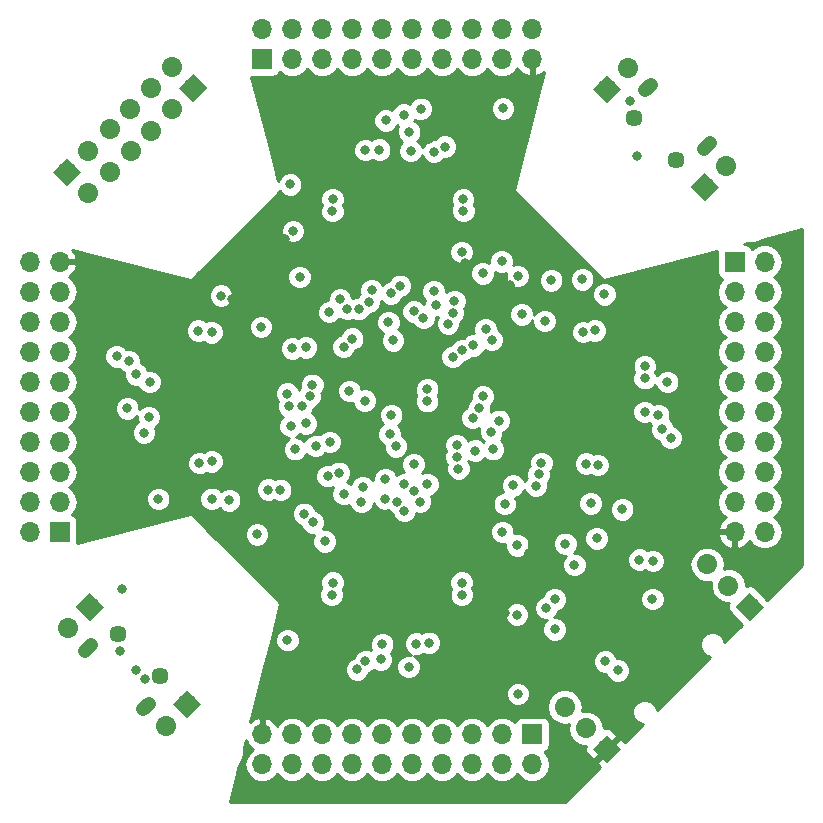
<source format=gbr>
G04 #@! TF.GenerationSoftware,KiCad,Pcbnew,5.0.2-bee76a0~70~ubuntu16.04.1*
G04 #@! TF.CreationDate,2019-08-02T00:48:50+03:00*
G04 #@! TF.ProjectId,FreeEEG32-alpha1.5,46726565-4545-4473-9332-2d616c706861,rev?*
G04 #@! TF.SameCoordinates,Original*
G04 #@! TF.FileFunction,Copper,L3,Inr*
G04 #@! TF.FilePolarity,Positive*
%FSLAX46Y46*%
G04 Gerber Fmt 4.6, Leading zero omitted, Abs format (unit mm)*
G04 Created by KiCad (PCBNEW 5.0.2-bee76a0~70~ubuntu16.04.1) date Пт 02 авг 2019 00:48:50*
%MOMM*%
%LPD*%
G01*
G04 APERTURE LIST*
G04 #@! TA.AperFunction,ViaPad*
%ADD10C,1.700000*%
G04 #@! TD*
G04 #@! TA.AperFunction,Conductor*
%ADD11C,1.700000*%
G04 #@! TD*
G04 #@! TA.AperFunction,Conductor*
%ADD12C,0.100000*%
G04 #@! TD*
G04 #@! TA.AperFunction,ViaPad*
%ADD13C,1.200000*%
G04 #@! TD*
G04 #@! TA.AperFunction,Conductor*
%ADD14C,1.200000*%
G04 #@! TD*
G04 #@! TA.AperFunction,ViaPad*
%ADD15C,1.450000*%
G04 #@! TD*
G04 #@! TA.AperFunction,ViaPad*
%ADD16R,1.700000X1.700000*%
G04 #@! TD*
G04 #@! TA.AperFunction,ViaPad*
%ADD17O,1.700000X1.700000*%
G04 #@! TD*
G04 #@! TA.AperFunction,ViaPad*
%ADD18C,0.800000*%
G04 #@! TD*
G04 #@! TA.AperFunction,Conductor*
%ADD19C,0.254000*%
G04 #@! TD*
G04 APERTURE END LIST*
D10*
G04 #@! TO.N,ISO_USB_2_GND1*
G04 #@! TO.C,J63*
X130423949Y-127831051D03*
D11*
X130423949Y-127831051D02*
X130423949Y-127831051D01*
D10*
G04 #@! TO.N,ISO_USB_1_VBUS1*
X132220000Y-126035000D03*
D12*
G36*
X131017918Y-126035000D02*
X132220000Y-124832918D01*
X133422082Y-126035000D01*
X132220000Y-127237082D01*
X131017918Y-126035000D01*
X131017918Y-126035000D01*
G37*
G04 #@! TD*
D10*
G04 #@! TO.N,ISO_UART_6_OUTD*
G04 #@! TO.C,J58*
X127357897Y-75652102D03*
D11*
X127357897Y-75652102D02*
X127357897Y-75652102D01*
D10*
G04 #@! TO.N,ISO_UART_5_OUTC*
X129153949Y-77448153D03*
D11*
X129153949Y-77448153D02*
X129153949Y-77448153D01*
D10*
G04 #@! TO.N,ISO_UART_4_INB*
X129153949Y-73856051D03*
D11*
X129153949Y-73856051D02*
X129153949Y-73856051D01*
D10*
G04 #@! TO.N,ISO_UART_3_INA*
X130950000Y-75652102D03*
D11*
X130950000Y-75652102D02*
X130950000Y-75652102D01*
D10*
G04 #@! TO.N,ISO_UART_2_GND1*
X130950000Y-72060000D03*
D11*
X130950000Y-72060000D02*
X130950000Y-72060000D01*
D10*
G04 #@! TO.N,ISO_UART_1_VCC1*
X132746051Y-73856051D03*
D12*
G36*
X131543969Y-73856051D02*
X132746051Y-72653969D01*
X133948133Y-73856051D01*
X132746051Y-75058133D01*
X131543969Y-73856051D01*
X131543969Y-73856051D01*
G37*
G04 #@! TD*
D10*
G04 #@! TO.N,ISO_SPI_5_INC*
G04 #@! TO.C,J57*
X127448154Y-79153949D03*
D11*
X127448154Y-79153949D02*
X127448154Y-79153949D01*
D10*
G04 #@! TO.N,ISO_SPI_6_OUTD*
X125652102Y-77357898D03*
D11*
X125652102Y-77357898D02*
X125652102Y-77357898D01*
D10*
G04 #@! TO.N,ISO_SPI_3_INA*
X125652102Y-80950000D03*
D11*
X125652102Y-80950000D02*
X125652102Y-80950000D01*
D10*
G04 #@! TO.N,ISO_SPI_4_INB*
X123856051Y-79153949D03*
D11*
X123856051Y-79153949D02*
X123856051Y-79153949D01*
D10*
G04 #@! TO.N,ISO_SPI_1_VCC1*
X123856051Y-82746051D03*
D11*
X123856051Y-82746051D02*
X123856051Y-82746051D01*
D10*
G04 #@! TO.N,ISO_SPI_2_GND1*
X122060000Y-80950000D03*
D12*
G36*
X123262082Y-80950000D02*
X122060000Y-82152082D01*
X120857918Y-80950000D01*
X122060000Y-79747918D01*
X123262082Y-80950000D01*
X123262082Y-80950000D01*
G37*
G04 #@! TD*
D13*
G04 #@! TO.N,/USB_DATA/6_Shield*
G04 #@! TO.C,J51*
X123790082Y-121260171D03*
D14*
X123542595Y-121507658D02*
X124037569Y-121012684D01*
D13*
X128739829Y-126209918D03*
D14*
X128987316Y-125962431D02*
X128492342Y-126457405D01*
D15*
X126406377Y-120058089D03*
X129941911Y-123593623D03*
G04 #@! TD*
D13*
G04 #@! TO.N,/USB_POWER/6_Shield*
G04 #@! TO.C,J37*
X171260171Y-73808826D03*
D14*
X171012684Y-74056313D02*
X171507658Y-73561339D01*
D13*
X176209918Y-78758573D03*
D14*
X176457405Y-78511086D02*
X175962431Y-79006060D01*
D15*
X170058089Y-76425121D03*
X173593623Y-79960655D03*
G04 #@! TD*
D16*
G04 #@! TO.N,AINREF-*
G04 #@! TO.C,J53*
X178575000Y-88570000D03*
D17*
G04 #@! TO.N,/ADC1/57_VCM*
X181115000Y-88570000D03*
G04 #@! TO.N,/ADC1/11_AIN3-*
X178575000Y-91110000D03*
G04 #@! TO.N,/ADC1/12_AIN3+*
X181115000Y-91110000D03*
G04 #@! TO.N,/ADC1/9_AIN2-*
X178575000Y-93650000D03*
G04 #@! TO.N,/ADC1/10_AIN2+*
X181115000Y-93650000D03*
G04 #@! TO.N,/ADC1/3_AIN1-*
X178575000Y-96190000D03*
G04 #@! TO.N,/ADC1/4_AIN1+*
X181115000Y-96190000D03*
G04 #@! TO.N,/ADC1/1_AIN0-*
X178575000Y-98730000D03*
G04 #@! TO.N,/ADC1/2_AIN0+*
X181115000Y-98730000D03*
G04 #@! TO.N,/ADC1/48_AIN4-*
X178575000Y-101270000D03*
G04 #@! TO.N,/ADC1/47_AIN4+*
X181115000Y-101270000D03*
G04 #@! TO.N,/ADC1/46_AIN5-*
X178575000Y-103810000D03*
G04 #@! TO.N,/ADC1/45_AIN5+*
X181115000Y-103810000D03*
G04 #@! TO.N,/ADC1/40_AIN6-*
X178575000Y-106350000D03*
G04 #@! TO.N,/ADC1/39_AIN6+*
X181115000Y-106350000D03*
G04 #@! TO.N,/ADC1/38_AIN7-*
X178575000Y-108890000D03*
G04 #@! TO.N,/ADC1/37_AIN7+*
X181115000Y-108890000D03*
G04 #@! TO.N,ACC_6_GND*
X178575000Y-111430000D03*
G04 #@! TO.N,ADC1_43_AVDD1B*
X181115000Y-111430000D03*
G04 #@! TD*
G04 #@! TO.N,ADC1_43_AVDD1B*
G04 #@! TO.C,J54*
X138570000Y-131115000D03*
G04 #@! TO.N,ACC_6_GND*
X138570000Y-128575000D03*
G04 #@! TO.N,/ADC2/37_AIN7+*
X141110000Y-131115000D03*
G04 #@! TO.N,/ADC2/38_AIN7-*
X141110000Y-128575000D03*
G04 #@! TO.N,/ADC2/39_AIN6+*
X143650000Y-131115000D03*
G04 #@! TO.N,/ADC2/40_AIN6-*
X143650000Y-128575000D03*
G04 #@! TO.N,/ADC2/45_AIN5+*
X146190000Y-131115000D03*
G04 #@! TO.N,/ADC2/46_AIN5-*
X146190000Y-128575000D03*
G04 #@! TO.N,/ADC2/47_AIN4+*
X148730000Y-131115000D03*
G04 #@! TO.N,/ADC2/48_AIN4-*
X148730000Y-128575000D03*
G04 #@! TO.N,/ADC2/2_AIN0+*
X151270000Y-131115000D03*
G04 #@! TO.N,/ADC2/1_AIN0-*
X151270000Y-128575000D03*
G04 #@! TO.N,/ADC2/4_AIN1+*
X153810000Y-131115000D03*
G04 #@! TO.N,/ADC2/3_AIN1-*
X153810000Y-128575000D03*
G04 #@! TO.N,/ADC2/10_AIN2+*
X156350000Y-131115000D03*
G04 #@! TO.N,/ADC2/9_AIN2-*
X156350000Y-128575000D03*
G04 #@! TO.N,/ADC2/12_AIN3+*
X158890000Y-131115000D03*
G04 #@! TO.N,/ADC2/11_AIN3-*
X158890000Y-128575000D03*
G04 #@! TO.N,/ADC2/57_VCM*
X161430000Y-131115000D03*
D16*
G04 #@! TO.N,AINREF-*
X161430000Y-128575000D03*
G04 #@! TD*
G04 #@! TO.N,AINREF-*
G04 #@! TO.C,J55*
X121425000Y-111430000D03*
D17*
G04 #@! TO.N,/ADC3/57_VCM*
X118885000Y-111430000D03*
G04 #@! TO.N,/ADC3/11_AIN3-*
X121425000Y-108890000D03*
G04 #@! TO.N,/ADC3/12_AIN3+*
X118885000Y-108890000D03*
G04 #@! TO.N,/ADC3/9_AIN2-*
X121425000Y-106350000D03*
G04 #@! TO.N,/ADC3/10_AIN2+*
X118885000Y-106350000D03*
G04 #@! TO.N,/ADC3/3_AIN1-*
X121425000Y-103810000D03*
G04 #@! TO.N,/ADC3/4_AIN1+*
X118885000Y-103810000D03*
G04 #@! TO.N,/ADC3/1_AIN0-*
X121425000Y-101270000D03*
G04 #@! TO.N,/ADC3/2_AIN0+*
X118885000Y-101270000D03*
G04 #@! TO.N,/ADC3/48_AIN4-*
X121425000Y-98730000D03*
G04 #@! TO.N,/ADC3/47_AIN4+*
X118885000Y-98730000D03*
G04 #@! TO.N,/ADC3/46_AIN5-*
X121425000Y-96190000D03*
G04 #@! TO.N,/ADC3/45_AIN5+*
X118885000Y-96190000D03*
G04 #@! TO.N,/ADC3/40_AIN6-*
X121425000Y-93650000D03*
G04 #@! TO.N,/ADC3/39_AIN6+*
X118885000Y-93650000D03*
G04 #@! TO.N,/ADC3/38_AIN7-*
X121425000Y-91110000D03*
G04 #@! TO.N,/ADC3/37_AIN7+*
X118885000Y-91110000D03*
G04 #@! TO.N,ACC_6_GND*
X121425000Y-88570000D03*
G04 #@! TO.N,ADC1_43_AVDD1B*
X118885000Y-88570000D03*
G04 #@! TD*
G04 #@! TO.N,ADC1_43_AVDD1B*
G04 #@! TO.C,J56*
X161430000Y-68885000D03*
G04 #@! TO.N,ACC_6_GND*
X161430000Y-71425000D03*
G04 #@! TO.N,/ADC4/37_AIN7+*
X158890000Y-68885000D03*
G04 #@! TO.N,/ADC4/38_AIN7-*
X158890000Y-71425000D03*
G04 #@! TO.N,/ADC4/39_AIN6+*
X156350000Y-68885000D03*
G04 #@! TO.N,/ADC4/40_AIN6-*
X156350000Y-71425000D03*
G04 #@! TO.N,/ADC4/45_AIN5+*
X153810000Y-68885000D03*
G04 #@! TO.N,/ADC4/46_AIN5-*
X153810000Y-71425000D03*
G04 #@! TO.N,/ADC4/47_AIN4+*
X151270000Y-68885000D03*
G04 #@! TO.N,/ADC4/48_AIN4-*
X151270000Y-71425000D03*
G04 #@! TO.N,ADC4_AIN0+*
X148730000Y-68885000D03*
G04 #@! TO.N,ADC4_AIN0-*
X148730000Y-71425000D03*
G04 #@! TO.N,ADC4_AIN1+*
X146190000Y-68885000D03*
G04 #@! TO.N,ADC4_AIN1-*
X146190000Y-71425000D03*
G04 #@! TO.N,ADC4_AIN2+*
X143650000Y-68885000D03*
G04 #@! TO.N,ADC4_AIN2-*
X143650000Y-71425000D03*
G04 #@! TO.N,ADC4_AIN3+*
X141110000Y-68885000D03*
G04 #@! TO.N,ADC4_AIN3-*
X141110000Y-71425000D03*
G04 #@! TO.N,/ADC4/57_VCM*
X138570000Y-68885000D03*
D16*
G04 #@! TO.N,AINREF-*
X138570000Y-71425000D03*
G04 #@! TD*
D10*
G04 #@! TO.N,MCU_109_SYS_JTCK-SWCLK*
G04 #@! TO.C,J59*
X176252898Y-114187898D03*
D11*
X176252898Y-114187898D02*
X176252898Y-114187898D01*
D10*
G04 #@! TO.N,MCU_105_SYS_JTMS-SWDIO*
X178048949Y-115983949D03*
D11*
X178048949Y-115983949D02*
X178048949Y-115983949D01*
D10*
G04 #@! TO.N,MCU_25_NRST*
X179845000Y-117780000D03*
D12*
G36*
X179845000Y-116577918D02*
X181047082Y-117780000D01*
X179845000Y-118982082D01*
X178642918Y-117780000D01*
X179845000Y-116577918D01*
X179845000Y-116577918D01*
G37*
G04 #@! TD*
D10*
G04 #@! TO.N,ACC_6_GND*
G04 #@! TO.C,J60*
X167780000Y-129845000D03*
D12*
G36*
X167780000Y-128642918D02*
X168982082Y-129845000D01*
X167780000Y-131047082D01*
X166577918Y-129845000D01*
X167780000Y-128642918D01*
X167780000Y-128642918D01*
G37*
D10*
G04 #@! TO.N,ACC_5_VDDIO*
X165983949Y-128048949D03*
D11*
X165983949Y-128048949D02*
X165983949Y-128048949D01*
D10*
G04 #@! TO.N,AVDD_1_IN*
X164187898Y-126252898D03*
D11*
X164187898Y-126252898D02*
X164187898Y-126252898D01*
G04 #@! TD*
D10*
G04 #@! TO.N,POWER_2_VCC*
G04 #@! TO.C,J61*
X167780000Y-73965000D03*
D12*
G36*
X168982082Y-73965000D02*
X167780000Y-75167082D01*
X166577918Y-73965000D01*
X167780000Y-72762918D01*
X168982082Y-73965000D01*
X168982082Y-73965000D01*
G37*
D10*
G04 #@! TO.N,POWER_1_GND*
X169576051Y-72168949D03*
D11*
X169576051Y-72168949D02*
X169576051Y-72168949D01*
G04 #@! TD*
D10*
G04 #@! TO.N,USB_POWER_2_D-*
G04 #@! TO.C,J62*
X177831051Y-80423949D03*
D11*
X177831051Y-80423949D02*
X177831051Y-80423949D01*
D10*
G04 #@! TO.N,USB_POWER_3_D+*
X176035000Y-82220000D03*
D12*
G36*
X177237082Y-82220000D02*
X176035000Y-83422082D01*
X174832918Y-82220000D01*
X176035000Y-81017918D01*
X177237082Y-82220000D01*
X177237082Y-82220000D01*
G37*
G04 #@! TD*
D10*
G04 #@! TO.N,ISO_USB_7_UD+*
G04 #@! TO.C,J64*
X123965000Y-117780000D03*
D12*
G36*
X122762918Y-117780000D02*
X123965000Y-116577918D01*
X125167082Y-117780000D01*
X123965000Y-118982082D01*
X122762918Y-117780000D01*
X122762918Y-117780000D01*
G37*
D10*
G04 #@! TO.N,ISO_USB_6_UD\2013*
X122168949Y-119576051D03*
D11*
X122168949Y-119576051D02*
X122168949Y-119576051D01*
G04 #@! TD*
D18*
G04 #@! TO.N,/ADC1/49_REF_OUT*
X173145648Y-103467570D03*
G04 #@! TO.N,/ADC1/51_AREG2CAP*
X172447055Y-102752049D03*
G04 #@! TO.N,/ADC1/59_AREG1CAP*
X170951758Y-98413305D03*
G04 #@! TO.N,/ADC2/49_REF_OUT*
X146608676Y-123076324D03*
G04 #@! TO.N,/ADC2/51_AREG2CAP*
X147315784Y-122369216D03*
G04 #@! TO.N,/ADC2/59_AREG1CAP*
X151606504Y-120884463D03*
G04 #@! TO.N,/ADC3/49_REF_OUT*
X126251000Y-96571000D03*
G04 #@! TO.N,/ADC3/51_AREG2CAP*
X127267000Y-96975000D03*
G04 #@! TO.N,/ADC3/59_AREG1CAP*
X128981177Y-101696852D03*
G04 #@! TO.N,/ADC4/49_REF_OUT*
X154017993Y-78810655D03*
G04 #@! TO.N,/ADC4/51_AREG2CAP*
X153111499Y-79232878D03*
G04 #@! TO.N,/ADC4/59_AREG1CAP*
X148476000Y-79070400D03*
G04 #@! TO.N,/MCU/23_PH0*
X138139364Y-111634364D03*
G04 #@! TO.N,/MCU/24_PH1*
X140100266Y-107867734D03*
G04 #@! TO.N,/MCU/9_PC15*
X142105241Y-109896913D03*
G04 #@! TO.N,/MCU/8_PC14*
X142836937Y-110621913D03*
G04 #@! TO.N,ADC1_24_IOVDD*
X150230253Y-90594112D03*
X149365000Y-103175000D03*
X129045000Y-98730000D03*
X148730000Y-120955000D03*
X170955000Y-101270000D03*
X140708065Y-99716509D03*
X149956811Y-108857101D03*
X151145941Y-79184400D03*
X151145941Y-79184400D03*
X159113481Y-109078127D03*
X156936535Y-100930138D03*
G04 #@! TO.N,ADC1_23_DREGCAP*
X157262981Y-99953179D03*
G04 #@! TO.N,ADC1_41_REF2+*
X155602986Y-84243930D03*
X144515465Y-84267285D03*
X155461000Y-115715000D03*
X144539000Y-115715000D03*
X165732712Y-94515459D03*
X134285000Y-94539000D03*
X134285000Y-105461000D03*
X150547000Y-76103095D03*
X165993871Y-105649322D03*
G04 #@! TO.N,ADC1_43_AVDD1B*
X155585977Y-83244073D03*
X144528898Y-83252738D03*
X155477258Y-116744469D03*
X144451125Y-116740316D03*
X166736815Y-94375417D03*
X133140429Y-94394151D03*
X133243872Y-105604881D03*
X128559332Y-103024380D03*
X170961944Y-97413355D03*
X127902000Y-98095000D03*
X148603000Y-122225000D03*
X172098000Y-101524000D03*
X172860000Y-98730000D03*
X149025000Y-76595000D03*
X127140000Y-100975000D03*
X150975000Y-122860000D03*
X163044473Y-90130527D03*
X151997001Y-75604998D03*
X147307641Y-79107419D03*
X151016215Y-77542892D03*
X152705036Y-120814200D03*
X166986598Y-105769723D03*
G04 #@! TO.N,ADC2_23_DREGCAP*
X150599946Y-109638757D03*
G04 #@! TO.N,ADC3_23_DREGCAP*
X140856000Y-100798999D03*
G04 #@! TO.N,ADC4_23_DREGCAP*
X149466048Y-91239089D03*
G04 #@! TO.N,AVDD_1_IN*
X160160000Y-112573000D03*
X160214210Y-89764408D03*
G04 #@! TO.N,ACC_6_GND*
X150635000Y-96825000D03*
X134760000Y-100000000D03*
X150000000Y-84760000D03*
X165240000Y-100000000D03*
X150000000Y-115240000D03*
X159525000Y-90488972D03*
X162065000Y-87948972D03*
X140475000Y-86665000D03*
X140475000Y-88570000D03*
X141656053Y-113716000D03*
X136030000Y-91745000D03*
X173495000Y-121590000D03*
X159144000Y-118288000D03*
X157464399Y-110120683D03*
X152686149Y-78131841D03*
X148984000Y-82601000D03*
X151120000Y-117145000D03*
X155752025Y-88691718D03*
X162621847Y-87392125D03*
X148806200Y-74600000D03*
X152667000Y-82705000D03*
X161201400Y-113208000D03*
X132601000Y-100866000D03*
X132519869Y-97460000D03*
X167272000Y-99007000D03*
X167559266Y-102719125D03*
X147610000Y-117680894D03*
X137975092Y-105914500D03*
X131439542Y-109093000D03*
G04 #@! TO.N,ACC_5_VDDIO*
X141745000Y-89840000D03*
X141182108Y-85957892D03*
X158890000Y-111430000D03*
X144121000Y-106713931D03*
X154838498Y-91880369D03*
X171618291Y-117116709D03*
X167604054Y-122400946D03*
X160541000Y-93015000D03*
X159813492Y-107493000D03*
X135083775Y-91421485D03*
X134289564Y-108625070D03*
G04 #@! TO.N,ISO_USB_2_GND1*
X126526548Y-121512517D03*
X126708200Y-116306800D03*
G04 #@! TO.N,ISO_USB_1_VBUS1*
X128642913Y-123854840D03*
G04 #@! TO.N,ISO_USB_6_UD\2013*
X127866542Y-123144598D03*
G04 #@! TO.N,ADC1_36_RESET*
X161744910Y-107531956D03*
G04 #@! TO.N,ADC1_34_SYNC_OUT*
X155461000Y-87735000D03*
X143858990Y-112237010D03*
X142253000Y-95809000D03*
X162215000Y-105588000D03*
G04 #@! TO.N,ADC1_33_START*
X161976064Y-106559037D03*
G04 #@! TO.N,ADC1_32_XTAL2_MCLK*
X155188206Y-106065011D03*
X150616130Y-107376304D03*
G04 #@! TO.N,ADC1_30_DRDY*
X158117064Y-104434064D03*
X158001000Y-95174000D03*
G04 #@! TO.N,ADC1_29_DCLK*
X156393030Y-101778000D03*
G04 #@! TO.N,ADC1_28_DOUT0*
X157959011Y-102958000D03*
G04 #@! TO.N,ADC1_27_DOUT1*
X158631347Y-102027347D03*
G04 #@! TO.N,ADC1_21_DCLK0_SDO*
X156620849Y-104555151D03*
G04 #@! TO.N,ADC1_20_DCLK1_SDI*
X155043000Y-105075609D03*
G04 #@! TO.N,ADC1_19_DCLK2_SCLK*
X155043000Y-104075606D03*
G04 #@! TO.N,ADC1_18_ALERT_CS*
X157482767Y-94285000D03*
G04 #@! TO.N,ADC2_36_RESET*
X145079737Y-106429633D03*
G04 #@! TO.N,ADC2_33_START*
X145471338Y-108216998D03*
G04 #@! TO.N,ADC2_30_DRDY*
X146975000Y-108890000D03*
G04 #@! TO.N,ADC2_29_DCLK*
X147079000Y-107620000D03*
G04 #@! TO.N,ADC2_28_DOUT0*
X148984000Y-106985000D03*
G04 #@! TO.N,ADC2_27_DOUT1*
X148975000Y-108612214D03*
G04 #@! TO.N,ADC2_21_DCLK0_SDO*
X151397000Y-108001000D03*
G04 #@! TO.N,ADC2_20_DCLK1_SDI*
X151927248Y-108867752D03*
G04 #@! TO.N,ADC2_19_DCLK2_SCLK*
X152563058Y-107403000D03*
G04 #@! TO.N,ADC2_18_ALERT_CS*
X151397000Y-105715000D03*
G04 #@! TO.N,ADC3_36_RESET*
X138467564Y-94074990D03*
G04 #@! TO.N,ADC3_33_START*
X141129795Y-95889713D03*
G04 #@! TO.N,ADC3_30_DRDY*
X141350036Y-104427995D03*
G04 #@! TO.N,ADC3_29_DCLK*
X144285000Y-103810000D03*
G04 #@! TO.N,ADC3_28_DOUT0*
X143097435Y-104149011D03*
G04 #@! TO.N,ADC3_27_DOUT1*
X141909000Y-100740854D03*
X149891130Y-104191000D03*
X149492000Y-101524000D03*
G04 #@! TO.N,ADC3_21_DCLK0_SDO*
X142253000Y-102249000D03*
G04 #@! TO.N,ADC3_20_DCLK1_SDI*
X140983000Y-102475000D03*
G04 #@! TO.N,ADC3_19_DCLK2_SCLK*
X142585512Y-99947158D03*
G04 #@! TO.N,ADC3_18_ALERT_CS*
X142819847Y-98975000D03*
G04 #@! TO.N,ADC4_36_RESET*
X154313236Y-93787349D03*
G04 #@! TO.N,ADC4_33_START*
X154731397Y-92878974D03*
G04 #@! TO.N,ADC4_30_DRDY*
X153091029Y-91041243D03*
X145165225Y-91726780D03*
G04 #@! TO.N,ADC4_29_DCLK*
X153296048Y-92181725D03*
X144226153Y-92819847D03*
G04 #@! TO.N,ADC4_28_DOUT0*
X152228281Y-93314486D03*
G04 #@! TO.N,ADC4_27_DOUT1*
X151392347Y-92765653D03*
G04 #@! TO.N,ADC4_21_DCLK0_SDO*
X147841000Y-90983000D03*
G04 #@! TO.N,ADC4_20_DCLK1_SDI*
X147598464Y-91953144D03*
G04 #@! TO.N,ADC4_19_DCLK2_SCLK*
X146749418Y-92544000D03*
G04 #@! TO.N,ADC4_18_ALERT_CS*
X145749433Y-92538386D03*
G04 #@! TO.N,MCU_138_BOOT0*
X168669000Y-123165183D03*
G04 #@! TO.N,MCU_112_SDMMC1_D3*
X166383000Y-109017000D03*
X164247001Y-112432441D03*
G04 #@! TO.N,MCU_111_SDMMC1_D2*
X164999627Y-114210373D03*
X169050000Y-109525000D03*
G04 #@! TO.N,MCU_105_SYS_JTMS-SWDIO*
X162483114Y-93574947D03*
X167552642Y-91313000D03*
G04 #@! TO.N,ISO_UART_13_OUTB*
X149659626Y-95214626D03*
G04 #@! TO.N,ISO_UART_11_IND*
X145471669Y-95758706D03*
G04 #@! TO.N,ISO_UART_14_OUTA*
X149255368Y-93667367D03*
G04 #@! TO.N,ISO_UART_12_INC*
X146190000Y-95063001D03*
G04 #@! TO.N,MCU_99_SDMMC1_D1*
X171663511Y-113896489D03*
X154699000Y-96608000D03*
G04 #@! TO.N,MCU_98_SDMMC1_D0*
X170515858Y-113774142D03*
X155512375Y-96026256D03*
G04 #@! TO.N,MCU_97_SDMMC1_DETECT*
X166891000Y-111975000D03*
X156437306Y-95646118D03*
G04 #@! TO.N,ISO_USB_10_DD+*
X152540000Y-99365000D03*
X145936000Y-99492000D03*
X135776000Y-108763000D03*
X157239000Y-89535200D03*
G04 #@! TO.N,ISO_USB_11_DD\2013*
X158841160Y-88521160D03*
X147264415Y-100316121D03*
X152540000Y-100365003D03*
X139099426Y-107843269D03*
G04 #@! TO.N,ACC_9_INT2*
X160133952Y-118429421D03*
G04 #@! TO.N,ACC_4_INT1*
X163335000Y-119685000D03*
G04 #@! TO.N,ACC_13_SCL*
X163335000Y-117145000D03*
G04 #@! TO.N,ACC_14_SDA*
X162627892Y-117870000D03*
G04 #@! TO.N,POWER_1_GND*
X169685000Y-74979040D03*
G04 #@! TO.N,POWER_2_VCC*
X170345400Y-79603800D03*
G04 #@! TO.N,ADC1_13_MODE0_GPIO0*
X160223200Y-125145800D03*
X140944600Y-82016600D03*
X158959963Y-75565000D03*
X165662944Y-90043000D03*
X129768600Y-108635800D03*
X140716000Y-120599200D03*
G04 #@! TD*
D19*
G04 #@! TO.N,ACC_6_GND*
G36*
X161557000Y-71298000D02*
X161577000Y-71298000D01*
X161577000Y-71552000D01*
X161557000Y-71552000D01*
X161557000Y-72745155D01*
X161786890Y-72866476D01*
X162196924Y-72696645D01*
X162448743Y-72467154D01*
X159877001Y-82468372D01*
X159874261Y-82517849D01*
X159890662Y-82564609D01*
X159910197Y-82589803D01*
X167410197Y-90089803D01*
X167451399Y-90117333D01*
X167500000Y-90127000D01*
X167531628Y-90122999D01*
X177088392Y-87665545D01*
X177077560Y-87720000D01*
X177077560Y-89420000D01*
X177126843Y-89667765D01*
X177267191Y-89877809D01*
X177477235Y-90018157D01*
X177522619Y-90027184D01*
X177504375Y-90039375D01*
X177176161Y-90530582D01*
X177060908Y-91110000D01*
X177176161Y-91689418D01*
X177504375Y-92180625D01*
X177802761Y-92380000D01*
X177504375Y-92579375D01*
X177176161Y-93070582D01*
X177060908Y-93650000D01*
X177176161Y-94229418D01*
X177504375Y-94720625D01*
X177802761Y-94920000D01*
X177504375Y-95119375D01*
X177176161Y-95610582D01*
X177060908Y-96190000D01*
X177176161Y-96769418D01*
X177504375Y-97260625D01*
X177802761Y-97460000D01*
X177504375Y-97659375D01*
X177176161Y-98150582D01*
X177060908Y-98730000D01*
X177176161Y-99309418D01*
X177504375Y-99800625D01*
X177802761Y-100000000D01*
X177504375Y-100199375D01*
X177176161Y-100690582D01*
X177060908Y-101270000D01*
X177176161Y-101849418D01*
X177504375Y-102340625D01*
X177802761Y-102540000D01*
X177504375Y-102739375D01*
X177176161Y-103230582D01*
X177060908Y-103810000D01*
X177176161Y-104389418D01*
X177504375Y-104880625D01*
X177802761Y-105080000D01*
X177504375Y-105279375D01*
X177176161Y-105770582D01*
X177060908Y-106350000D01*
X177176161Y-106929418D01*
X177504375Y-107420625D01*
X177802761Y-107620000D01*
X177504375Y-107819375D01*
X177176161Y-108310582D01*
X177060908Y-108890000D01*
X177176161Y-109469418D01*
X177504375Y-109960625D01*
X177823478Y-110173843D01*
X177693642Y-110234817D01*
X177303355Y-110663076D01*
X177133524Y-111073110D01*
X177254845Y-111303000D01*
X178448000Y-111303000D01*
X178448000Y-111283000D01*
X178702000Y-111283000D01*
X178702000Y-111303000D01*
X178722000Y-111303000D01*
X178722000Y-111557000D01*
X178702000Y-111557000D01*
X178702000Y-112750819D01*
X178931892Y-112871486D01*
X179456358Y-112625183D01*
X179843647Y-112200214D01*
X180044375Y-112500625D01*
X180535582Y-112828839D01*
X180968744Y-112915000D01*
X181261256Y-112915000D01*
X181694418Y-112828839D01*
X182185625Y-112500625D01*
X182513839Y-112009418D01*
X182629092Y-111430000D01*
X182513839Y-110850582D01*
X182185625Y-110359375D01*
X181887239Y-110160000D01*
X182185625Y-109960625D01*
X182513839Y-109469418D01*
X182629092Y-108890000D01*
X182513839Y-108310582D01*
X182185625Y-107819375D01*
X181887239Y-107620000D01*
X182185625Y-107420625D01*
X182513839Y-106929418D01*
X182629092Y-106350000D01*
X182513839Y-105770582D01*
X182185625Y-105279375D01*
X181887239Y-105080000D01*
X182185625Y-104880625D01*
X182513839Y-104389418D01*
X182629092Y-103810000D01*
X182513839Y-103230582D01*
X182185625Y-102739375D01*
X181887239Y-102540000D01*
X182185625Y-102340625D01*
X182513839Y-101849418D01*
X182629092Y-101270000D01*
X182513839Y-100690582D01*
X182185625Y-100199375D01*
X181887239Y-100000000D01*
X182185625Y-99800625D01*
X182513839Y-99309418D01*
X182629092Y-98730000D01*
X182513839Y-98150582D01*
X182185625Y-97659375D01*
X181887239Y-97460000D01*
X182185625Y-97260625D01*
X182513839Y-96769418D01*
X182629092Y-96190000D01*
X182513839Y-95610582D01*
X182185625Y-95119375D01*
X181887239Y-94920000D01*
X182185625Y-94720625D01*
X182513839Y-94229418D01*
X182629092Y-93650000D01*
X182513839Y-93070582D01*
X182185625Y-92579375D01*
X181887239Y-92380000D01*
X182185625Y-92180625D01*
X182513839Y-91689418D01*
X182629092Y-91110000D01*
X182513839Y-90530582D01*
X182185625Y-90039375D01*
X181887239Y-89840000D01*
X182185625Y-89640625D01*
X182513839Y-89149418D01*
X182629092Y-88570000D01*
X182513839Y-87990582D01*
X182185625Y-87499375D01*
X181694418Y-87171161D01*
X181261256Y-87085000D01*
X180968744Y-87085000D01*
X180535582Y-87171161D01*
X180044375Y-87499375D01*
X180032184Y-87517619D01*
X180023157Y-87472235D01*
X179882809Y-87262191D01*
X179672765Y-87121843D01*
X179425000Y-87072560D01*
X179394446Y-87072560D01*
X179696068Y-86995000D01*
X180289569Y-86995000D01*
X181111026Y-86654741D01*
X181142778Y-86622989D01*
X184290001Y-85813703D01*
X184290000Y-114205909D01*
X181339305Y-117156605D01*
X180302809Y-116120109D01*
X180092765Y-115979761D01*
X179845000Y-115930478D01*
X179597235Y-115979761D01*
X179558760Y-116005469D01*
X179563041Y-115983949D01*
X179447788Y-115404531D01*
X179119574Y-114913324D01*
X178628367Y-114585110D01*
X178195205Y-114498949D01*
X177902693Y-114498949D01*
X177696979Y-114539868D01*
X177766990Y-114187898D01*
X177651737Y-113608480D01*
X177323523Y-113117273D01*
X176832316Y-112789059D01*
X176399154Y-112702898D01*
X176106642Y-112702898D01*
X175673480Y-112789059D01*
X175182273Y-113117273D01*
X174854059Y-113608480D01*
X174738806Y-114187898D01*
X174854059Y-114767316D01*
X175182273Y-115258523D01*
X175673480Y-115586737D01*
X176106642Y-115672898D01*
X176399154Y-115672898D01*
X176604868Y-115631979D01*
X176534857Y-115983949D01*
X176650110Y-116563367D01*
X176978324Y-117054574D01*
X177469531Y-117382788D01*
X177902693Y-117468949D01*
X178087048Y-117468949D01*
X178044761Y-117532235D01*
X177995478Y-117780000D01*
X178044761Y-118027765D01*
X178185109Y-118237809D01*
X179221605Y-119274305D01*
X177705000Y-120790909D01*
X177705000Y-120749126D01*
X177547431Y-120368720D01*
X177256280Y-120077569D01*
X176875874Y-119920000D01*
X176464126Y-119920000D01*
X176083720Y-120077569D01*
X175792569Y-120368720D01*
X175635000Y-120749126D01*
X175635000Y-121160874D01*
X175792569Y-121541280D01*
X176083720Y-121832431D01*
X176464126Y-121990000D01*
X176505909Y-121990000D01*
X171990000Y-126505910D01*
X171990000Y-126464126D01*
X171832431Y-126083720D01*
X171541280Y-125792569D01*
X171160874Y-125635000D01*
X170749126Y-125635000D01*
X170368720Y-125792569D01*
X170077569Y-126083720D01*
X169920000Y-126464126D01*
X169920000Y-126875874D01*
X170077569Y-127256280D01*
X170368720Y-127547431D01*
X170749126Y-127705000D01*
X170790910Y-127705000D01*
X169265508Y-129230401D01*
X169032109Y-128997002D01*
X168807603Y-128997002D01*
X167959605Y-129845000D01*
X167973748Y-129859143D01*
X167794143Y-130038748D01*
X167780000Y-130024605D01*
X166932002Y-130872603D01*
X166932002Y-131097109D01*
X167165401Y-131330508D01*
X164205910Y-134290000D01*
X135813703Y-134290000D01*
X136622989Y-131142778D01*
X136654741Y-131111026D01*
X136995000Y-130289569D01*
X136995000Y-129696068D01*
X137169216Y-129018561D01*
X137374817Y-129456358D01*
X137799786Y-129843647D01*
X137499375Y-130044375D01*
X137171161Y-130535582D01*
X137055908Y-131115000D01*
X137171161Y-131694418D01*
X137499375Y-132185625D01*
X137990582Y-132513839D01*
X138423744Y-132600000D01*
X138716256Y-132600000D01*
X139149418Y-132513839D01*
X139640625Y-132185625D01*
X139840000Y-131887239D01*
X140039375Y-132185625D01*
X140530582Y-132513839D01*
X140963744Y-132600000D01*
X141256256Y-132600000D01*
X141689418Y-132513839D01*
X142180625Y-132185625D01*
X142380000Y-131887239D01*
X142579375Y-132185625D01*
X143070582Y-132513839D01*
X143503744Y-132600000D01*
X143796256Y-132600000D01*
X144229418Y-132513839D01*
X144720625Y-132185625D01*
X144920000Y-131887239D01*
X145119375Y-132185625D01*
X145610582Y-132513839D01*
X146043744Y-132600000D01*
X146336256Y-132600000D01*
X146769418Y-132513839D01*
X147260625Y-132185625D01*
X147460000Y-131887239D01*
X147659375Y-132185625D01*
X148150582Y-132513839D01*
X148583744Y-132600000D01*
X148876256Y-132600000D01*
X149309418Y-132513839D01*
X149800625Y-132185625D01*
X150000000Y-131887239D01*
X150199375Y-132185625D01*
X150690582Y-132513839D01*
X151123744Y-132600000D01*
X151416256Y-132600000D01*
X151849418Y-132513839D01*
X152340625Y-132185625D01*
X152540000Y-131887239D01*
X152739375Y-132185625D01*
X153230582Y-132513839D01*
X153663744Y-132600000D01*
X153956256Y-132600000D01*
X154389418Y-132513839D01*
X154880625Y-132185625D01*
X155080000Y-131887239D01*
X155279375Y-132185625D01*
X155770582Y-132513839D01*
X156203744Y-132600000D01*
X156496256Y-132600000D01*
X156929418Y-132513839D01*
X157420625Y-132185625D01*
X157620000Y-131887239D01*
X157819375Y-132185625D01*
X158310582Y-132513839D01*
X158743744Y-132600000D01*
X159036256Y-132600000D01*
X159469418Y-132513839D01*
X159960625Y-132185625D01*
X160160000Y-131887239D01*
X160359375Y-132185625D01*
X160850582Y-132513839D01*
X161283744Y-132600000D01*
X161576256Y-132600000D01*
X162009418Y-132513839D01*
X162500625Y-132185625D01*
X162828839Y-131694418D01*
X162944092Y-131115000D01*
X162828839Y-130535582D01*
X162500625Y-130044375D01*
X162482381Y-130032184D01*
X162527765Y-130023157D01*
X162737809Y-129882809D01*
X162878157Y-129672765D01*
X162927440Y-129425000D01*
X162927440Y-127725000D01*
X162878157Y-127477235D01*
X162737809Y-127267191D01*
X162527765Y-127126843D01*
X162280000Y-127077560D01*
X160580000Y-127077560D01*
X160332235Y-127126843D01*
X160122191Y-127267191D01*
X159981843Y-127477235D01*
X159972816Y-127522619D01*
X159960625Y-127504375D01*
X159469418Y-127176161D01*
X159036256Y-127090000D01*
X158743744Y-127090000D01*
X158310582Y-127176161D01*
X157819375Y-127504375D01*
X157620000Y-127802761D01*
X157420625Y-127504375D01*
X156929418Y-127176161D01*
X156496256Y-127090000D01*
X156203744Y-127090000D01*
X155770582Y-127176161D01*
X155279375Y-127504375D01*
X155080000Y-127802761D01*
X154880625Y-127504375D01*
X154389418Y-127176161D01*
X153956256Y-127090000D01*
X153663744Y-127090000D01*
X153230582Y-127176161D01*
X152739375Y-127504375D01*
X152540000Y-127802761D01*
X152340625Y-127504375D01*
X151849418Y-127176161D01*
X151416256Y-127090000D01*
X151123744Y-127090000D01*
X150690582Y-127176161D01*
X150199375Y-127504375D01*
X150000000Y-127802761D01*
X149800625Y-127504375D01*
X149309418Y-127176161D01*
X148876256Y-127090000D01*
X148583744Y-127090000D01*
X148150582Y-127176161D01*
X147659375Y-127504375D01*
X147460000Y-127802761D01*
X147260625Y-127504375D01*
X146769418Y-127176161D01*
X146336256Y-127090000D01*
X146043744Y-127090000D01*
X145610582Y-127176161D01*
X145119375Y-127504375D01*
X144920000Y-127802761D01*
X144720625Y-127504375D01*
X144229418Y-127176161D01*
X143796256Y-127090000D01*
X143503744Y-127090000D01*
X143070582Y-127176161D01*
X142579375Y-127504375D01*
X142380000Y-127802761D01*
X142180625Y-127504375D01*
X141689418Y-127176161D01*
X141256256Y-127090000D01*
X140963744Y-127090000D01*
X140530582Y-127176161D01*
X140039375Y-127504375D01*
X139826157Y-127823478D01*
X139765183Y-127693642D01*
X139336924Y-127303355D01*
X138926890Y-127133524D01*
X138697000Y-127254845D01*
X138697000Y-128448000D01*
X138717000Y-128448000D01*
X138717000Y-128702000D01*
X138697000Y-128702000D01*
X138697000Y-128722000D01*
X138443000Y-128722000D01*
X138443000Y-128702000D01*
X138423000Y-128702000D01*
X138423000Y-128448000D01*
X138443000Y-128448000D01*
X138443000Y-127254845D01*
X138213110Y-127133524D01*
X137803076Y-127303355D01*
X137551257Y-127532846D01*
X137880386Y-126252898D01*
X162673806Y-126252898D01*
X162789059Y-126832316D01*
X163117273Y-127323523D01*
X163608480Y-127651737D01*
X164041642Y-127737898D01*
X164334154Y-127737898D01*
X164539868Y-127696979D01*
X164469857Y-128048949D01*
X164585110Y-128628367D01*
X164913324Y-129119574D01*
X165404531Y-129447788D01*
X165837693Y-129533949D01*
X166019441Y-129533949D01*
X165942919Y-129718690D01*
X165942918Y-129971309D01*
X166039591Y-130204698D01*
X166527891Y-130692998D01*
X166752397Y-130692998D01*
X167600395Y-129845000D01*
X167586253Y-129830858D01*
X167765858Y-129651253D01*
X167780000Y-129665395D01*
X168627998Y-128817397D01*
X168627998Y-128592891D01*
X168139698Y-128104591D01*
X167906309Y-128007918D01*
X167653690Y-128007919D01*
X167492959Y-128074496D01*
X167498041Y-128048949D01*
X167382788Y-127469531D01*
X167054574Y-126978324D01*
X166563367Y-126650110D01*
X166130205Y-126563949D01*
X165837693Y-126563949D01*
X165631979Y-126604868D01*
X165701990Y-126252898D01*
X165586737Y-125673480D01*
X165258523Y-125182273D01*
X164767316Y-124854059D01*
X164334154Y-124767898D01*
X164041642Y-124767898D01*
X163608480Y-124854059D01*
X163117273Y-125182273D01*
X162789059Y-125673480D01*
X162673806Y-126252898D01*
X137880386Y-126252898D01*
X138218007Y-124939926D01*
X159188200Y-124939926D01*
X159188200Y-125351674D01*
X159345769Y-125732080D01*
X159636920Y-126023231D01*
X160017326Y-126180800D01*
X160429074Y-126180800D01*
X160809480Y-126023231D01*
X161100631Y-125732080D01*
X161258200Y-125351674D01*
X161258200Y-124939926D01*
X161100631Y-124559520D01*
X160809480Y-124268369D01*
X160429074Y-124110800D01*
X160017326Y-124110800D01*
X159636920Y-124268369D01*
X159345769Y-124559520D01*
X159188200Y-124939926D01*
X138218007Y-124939926D01*
X138750158Y-122870450D01*
X145573676Y-122870450D01*
X145573676Y-123282198D01*
X145731245Y-123662604D01*
X146022396Y-123953755D01*
X146402802Y-124111324D01*
X146814550Y-124111324D01*
X147194956Y-123953755D01*
X147486107Y-123662604D01*
X147607938Y-123368478D01*
X147902064Y-123246647D01*
X148037622Y-123111089D01*
X148397126Y-123260000D01*
X148808874Y-123260000D01*
X149189280Y-123102431D01*
X149480431Y-122811280D01*
X149545526Y-122654126D01*
X149940000Y-122654126D01*
X149940000Y-123065874D01*
X150097569Y-123446280D01*
X150388720Y-123737431D01*
X150769126Y-123895000D01*
X151180874Y-123895000D01*
X151561280Y-123737431D01*
X151852431Y-123446280D01*
X152010000Y-123065874D01*
X152010000Y-122654126D01*
X151852431Y-122273720D01*
X151773783Y-122195072D01*
X166569054Y-122195072D01*
X166569054Y-122606820D01*
X166726623Y-122987226D01*
X167017774Y-123278377D01*
X167398180Y-123435946D01*
X167660878Y-123435946D01*
X167791569Y-123751463D01*
X168082720Y-124042614D01*
X168463126Y-124200183D01*
X168874874Y-124200183D01*
X169255280Y-124042614D01*
X169546431Y-123751463D01*
X169704000Y-123371057D01*
X169704000Y-122959309D01*
X169546431Y-122578903D01*
X169255280Y-122287752D01*
X168874874Y-122130183D01*
X168612176Y-122130183D01*
X168481485Y-121814666D01*
X168190334Y-121523515D01*
X167809928Y-121365946D01*
X167398180Y-121365946D01*
X167017774Y-121523515D01*
X166726623Y-121814666D01*
X166569054Y-122195072D01*
X151773783Y-122195072D01*
X151561280Y-121982569D01*
X151408928Y-121919463D01*
X151812378Y-121919463D01*
X152192784Y-121761894D01*
X152220785Y-121733893D01*
X152499162Y-121849200D01*
X152910910Y-121849200D01*
X153291316Y-121691631D01*
X153582467Y-121400480D01*
X153740036Y-121020074D01*
X153740036Y-120608326D01*
X153582467Y-120227920D01*
X153291316Y-119936769D01*
X152910910Y-119779200D01*
X152499162Y-119779200D01*
X152118756Y-119936769D01*
X152090755Y-119964770D01*
X151812378Y-119849463D01*
X151400630Y-119849463D01*
X151020224Y-120007032D01*
X150729073Y-120298183D01*
X150571504Y-120678589D01*
X150571504Y-121090337D01*
X150729073Y-121470743D01*
X151020224Y-121761894D01*
X151172576Y-121825000D01*
X150769126Y-121825000D01*
X150388720Y-121982569D01*
X150097569Y-122273720D01*
X149940000Y-122654126D01*
X149545526Y-122654126D01*
X149638000Y-122430874D01*
X149638000Y-122019126D01*
X149489089Y-121659622D01*
X149607431Y-121541280D01*
X149765000Y-121160874D01*
X149765000Y-120749126D01*
X149607431Y-120368720D01*
X149316280Y-120077569D01*
X148935874Y-119920000D01*
X148524126Y-119920000D01*
X148143720Y-120077569D01*
X147852569Y-120368720D01*
X147695000Y-120749126D01*
X147695000Y-121160874D01*
X147817571Y-121456787D01*
X147521658Y-121334216D01*
X147109910Y-121334216D01*
X146729504Y-121491785D01*
X146438353Y-121782936D01*
X146316522Y-122077062D01*
X146022396Y-122198893D01*
X145731245Y-122490044D01*
X145573676Y-122870450D01*
X138750158Y-122870450D01*
X139387133Y-120393326D01*
X139681000Y-120393326D01*
X139681000Y-120805074D01*
X139838569Y-121185480D01*
X140129720Y-121476631D01*
X140510126Y-121634200D01*
X140921874Y-121634200D01*
X141302280Y-121476631D01*
X141593431Y-121185480D01*
X141751000Y-120805074D01*
X141751000Y-120393326D01*
X141593431Y-120012920D01*
X141302280Y-119721769D01*
X140921874Y-119564200D01*
X140510126Y-119564200D01*
X140129720Y-119721769D01*
X139838569Y-120012920D01*
X139681000Y-120393326D01*
X139387133Y-120393326D01*
X139945076Y-118223547D01*
X159098952Y-118223547D01*
X159098952Y-118635295D01*
X159256521Y-119015701D01*
X159547672Y-119306852D01*
X159928078Y-119464421D01*
X160339826Y-119464421D01*
X160720232Y-119306852D01*
X161011383Y-119015701D01*
X161168952Y-118635295D01*
X161168952Y-118223547D01*
X161011383Y-117843141D01*
X160832368Y-117664126D01*
X161592892Y-117664126D01*
X161592892Y-118075874D01*
X161750461Y-118456280D01*
X162041612Y-118747431D01*
X162422018Y-118905000D01*
X162651289Y-118905000D01*
X162457569Y-119098720D01*
X162300000Y-119479126D01*
X162300000Y-119890874D01*
X162457569Y-120271280D01*
X162748720Y-120562431D01*
X163129126Y-120720000D01*
X163540874Y-120720000D01*
X163921280Y-120562431D01*
X164212431Y-120271280D01*
X164370000Y-119890874D01*
X164370000Y-119479126D01*
X164212431Y-119098720D01*
X163921280Y-118807569D01*
X163540874Y-118650000D01*
X163311603Y-118650000D01*
X163505323Y-118456280D01*
X163636100Y-118140556D01*
X163921280Y-118022431D01*
X164212431Y-117731280D01*
X164370000Y-117350874D01*
X164370000Y-116939126D01*
X164358282Y-116910835D01*
X170583291Y-116910835D01*
X170583291Y-117322583D01*
X170740860Y-117702989D01*
X171032011Y-117994140D01*
X171412417Y-118151709D01*
X171824165Y-118151709D01*
X172204571Y-117994140D01*
X172495722Y-117702989D01*
X172653291Y-117322583D01*
X172653291Y-116910835D01*
X172495722Y-116530429D01*
X172204571Y-116239278D01*
X171824165Y-116081709D01*
X171412417Y-116081709D01*
X171032011Y-116239278D01*
X170740860Y-116530429D01*
X170583291Y-116910835D01*
X164358282Y-116910835D01*
X164212431Y-116558720D01*
X163921280Y-116267569D01*
X163540874Y-116110000D01*
X163129126Y-116110000D01*
X162748720Y-116267569D01*
X162457569Y-116558720D01*
X162326792Y-116874444D01*
X162041612Y-116992569D01*
X161750461Y-117283720D01*
X161592892Y-117664126D01*
X160832368Y-117664126D01*
X160720232Y-117551990D01*
X160339826Y-117394421D01*
X159928078Y-117394421D01*
X159547672Y-117551990D01*
X159256521Y-117843141D01*
X159098952Y-118223547D01*
X139945076Y-118223547D01*
X140122999Y-117531628D01*
X140125739Y-117482151D01*
X140109338Y-117435391D01*
X140089803Y-117410197D01*
X139214048Y-116534442D01*
X143416125Y-116534442D01*
X143416125Y-116946190D01*
X143573694Y-117326596D01*
X143864845Y-117617747D01*
X144245251Y-117775316D01*
X144656999Y-117775316D01*
X145037405Y-117617747D01*
X145328556Y-117326596D01*
X145486125Y-116946190D01*
X145486125Y-116534442D01*
X145397421Y-116320290D01*
X145416431Y-116301280D01*
X145574000Y-115920874D01*
X145574000Y-115509126D01*
X154426000Y-115509126D01*
X154426000Y-115920874D01*
X154562063Y-116249360D01*
X154442258Y-116538595D01*
X154442258Y-116950343D01*
X154599827Y-117330749D01*
X154890978Y-117621900D01*
X155271384Y-117779469D01*
X155683132Y-117779469D01*
X156063538Y-117621900D01*
X156354689Y-117330749D01*
X156512258Y-116950343D01*
X156512258Y-116538595D01*
X156376195Y-116210109D01*
X156496000Y-115920874D01*
X156496000Y-115509126D01*
X156338431Y-115128720D01*
X156047280Y-114837569D01*
X155666874Y-114680000D01*
X155255126Y-114680000D01*
X154874720Y-114837569D01*
X154583569Y-115128720D01*
X154426000Y-115509126D01*
X145574000Y-115509126D01*
X145416431Y-115128720D01*
X145125280Y-114837569D01*
X144744874Y-114680000D01*
X144333126Y-114680000D01*
X143952720Y-114837569D01*
X143661569Y-115128720D01*
X143504000Y-115509126D01*
X143504000Y-115920874D01*
X143592704Y-116135026D01*
X143573694Y-116154036D01*
X143416125Y-116534442D01*
X139214048Y-116534442D01*
X134108096Y-111428490D01*
X137104364Y-111428490D01*
X137104364Y-111840238D01*
X137261933Y-112220644D01*
X137553084Y-112511795D01*
X137933490Y-112669364D01*
X138345238Y-112669364D01*
X138725644Y-112511795D01*
X139016795Y-112220644D01*
X139174364Y-111840238D01*
X139174364Y-111428490D01*
X139016795Y-111048084D01*
X138725644Y-110756933D01*
X138345238Y-110599364D01*
X137933490Y-110599364D01*
X137553084Y-110756933D01*
X137261933Y-111048084D01*
X137104364Y-111428490D01*
X134108096Y-111428490D01*
X132589803Y-109910197D01*
X132548601Y-109882667D01*
X132500000Y-109873000D01*
X132468372Y-109877001D01*
X122911608Y-112334455D01*
X122922440Y-112280000D01*
X122922440Y-110580000D01*
X122873157Y-110332235D01*
X122732809Y-110122191D01*
X122522765Y-109981843D01*
X122477381Y-109972816D01*
X122495625Y-109960625D01*
X122823839Y-109469418D01*
X122939092Y-108890000D01*
X122847578Y-108429926D01*
X128733600Y-108429926D01*
X128733600Y-108841674D01*
X128891169Y-109222080D01*
X129182320Y-109513231D01*
X129562726Y-109670800D01*
X129974474Y-109670800D01*
X130354880Y-109513231D01*
X130646031Y-109222080D01*
X130803600Y-108841674D01*
X130803600Y-108429926D01*
X130799156Y-108419196D01*
X133254564Y-108419196D01*
X133254564Y-108830944D01*
X133412133Y-109211350D01*
X133703284Y-109502501D01*
X134083690Y-109660070D01*
X134495438Y-109660070D01*
X134875844Y-109502501D01*
X134963817Y-109414528D01*
X135189720Y-109640431D01*
X135570126Y-109798000D01*
X135981874Y-109798000D01*
X136240101Y-109691039D01*
X141070241Y-109691039D01*
X141070241Y-110102787D01*
X141227810Y-110483193D01*
X141518961Y-110774344D01*
X141833822Y-110904763D01*
X141959506Y-111208193D01*
X142250657Y-111499344D01*
X142631063Y-111656913D01*
X142978998Y-111656913D01*
X142823990Y-112031136D01*
X142823990Y-112442884D01*
X142981559Y-112823290D01*
X143272710Y-113114441D01*
X143653116Y-113272010D01*
X144064864Y-113272010D01*
X144445270Y-113114441D01*
X144736421Y-112823290D01*
X144893990Y-112442884D01*
X144893990Y-112031136D01*
X144736421Y-111650730D01*
X144445270Y-111359579D01*
X144118257Y-111224126D01*
X157855000Y-111224126D01*
X157855000Y-111635874D01*
X158012569Y-112016280D01*
X158303720Y-112307431D01*
X158684126Y-112465000D01*
X159095874Y-112465000D01*
X159125000Y-112452936D01*
X159125000Y-112778874D01*
X159282569Y-113159280D01*
X159573720Y-113450431D01*
X159954126Y-113608000D01*
X160365874Y-113608000D01*
X160746280Y-113450431D01*
X161037431Y-113159280D01*
X161195000Y-112778874D01*
X161195000Y-112367126D01*
X161136779Y-112226567D01*
X163212001Y-112226567D01*
X163212001Y-112638315D01*
X163369570Y-113018721D01*
X163660721Y-113309872D01*
X164041127Y-113467441D01*
X164278848Y-113467441D01*
X164122196Y-113624093D01*
X163964627Y-114004499D01*
X163964627Y-114416247D01*
X164122196Y-114796653D01*
X164413347Y-115087804D01*
X164793753Y-115245373D01*
X165205501Y-115245373D01*
X165585907Y-115087804D01*
X165877058Y-114796653D01*
X166034627Y-114416247D01*
X166034627Y-114004499D01*
X165877058Y-113624093D01*
X165821233Y-113568268D01*
X169480858Y-113568268D01*
X169480858Y-113980016D01*
X169638427Y-114360422D01*
X169929578Y-114651573D01*
X170309984Y-114809142D01*
X170721732Y-114809142D01*
X170998014Y-114694703D01*
X171077231Y-114773920D01*
X171457637Y-114931489D01*
X171869385Y-114931489D01*
X172249791Y-114773920D01*
X172540942Y-114482769D01*
X172698511Y-114102363D01*
X172698511Y-113690615D01*
X172540942Y-113310209D01*
X172249791Y-113019058D01*
X171869385Y-112861489D01*
X171457637Y-112861489D01*
X171181355Y-112975928D01*
X171102138Y-112896711D01*
X170721732Y-112739142D01*
X170309984Y-112739142D01*
X169929578Y-112896711D01*
X169638427Y-113187862D01*
X169480858Y-113568268D01*
X165821233Y-113568268D01*
X165585907Y-113332942D01*
X165205501Y-113175373D01*
X164967780Y-113175373D01*
X165124432Y-113018721D01*
X165282001Y-112638315D01*
X165282001Y-112226567D01*
X165124432Y-111846161D01*
X165047397Y-111769126D01*
X165856000Y-111769126D01*
X165856000Y-112180874D01*
X166013569Y-112561280D01*
X166304720Y-112852431D01*
X166685126Y-113010000D01*
X167096874Y-113010000D01*
X167477280Y-112852431D01*
X167768431Y-112561280D01*
X167926000Y-112180874D01*
X167926000Y-111786890D01*
X177133524Y-111786890D01*
X177303355Y-112196924D01*
X177693642Y-112625183D01*
X178218108Y-112871486D01*
X178448000Y-112750819D01*
X178448000Y-111557000D01*
X177254845Y-111557000D01*
X177133524Y-111786890D01*
X167926000Y-111786890D01*
X167926000Y-111769126D01*
X167768431Y-111388720D01*
X167477280Y-111097569D01*
X167096874Y-110940000D01*
X166685126Y-110940000D01*
X166304720Y-111097569D01*
X166013569Y-111388720D01*
X165856000Y-111769126D01*
X165047397Y-111769126D01*
X164833281Y-111555010D01*
X164452875Y-111397441D01*
X164041127Y-111397441D01*
X163660721Y-111555010D01*
X163369570Y-111846161D01*
X163212001Y-112226567D01*
X161136779Y-112226567D01*
X161037431Y-111986720D01*
X160746280Y-111695569D01*
X160365874Y-111538000D01*
X159954126Y-111538000D01*
X159925000Y-111550064D01*
X159925000Y-111224126D01*
X159767431Y-110843720D01*
X159476280Y-110552569D01*
X159095874Y-110395000D01*
X158684126Y-110395000D01*
X158303720Y-110552569D01*
X158012569Y-110843720D01*
X157855000Y-111224126D01*
X144118257Y-111224126D01*
X144064864Y-111202010D01*
X143716929Y-111202010D01*
X143871937Y-110827787D01*
X143871937Y-110416039D01*
X143714368Y-110035633D01*
X143423217Y-109744482D01*
X143108356Y-109614063D01*
X142982672Y-109310633D01*
X142691521Y-109019482D01*
X142311115Y-108861913D01*
X141899367Y-108861913D01*
X141518961Y-109019482D01*
X141227810Y-109310633D01*
X141070241Y-109691039D01*
X136240101Y-109691039D01*
X136362280Y-109640431D01*
X136653431Y-109349280D01*
X136811000Y-108968874D01*
X136811000Y-108557126D01*
X136653431Y-108176720D01*
X136362280Y-107885569D01*
X135981874Y-107728000D01*
X135570126Y-107728000D01*
X135189720Y-107885569D01*
X135101747Y-107973542D01*
X134875844Y-107747639D01*
X134609691Y-107637395D01*
X138064426Y-107637395D01*
X138064426Y-108049143D01*
X138221995Y-108429549D01*
X138513146Y-108720700D01*
X138893552Y-108878269D01*
X139305300Y-108878269D01*
X139570314Y-108768497D01*
X139894392Y-108902734D01*
X140306140Y-108902734D01*
X140686546Y-108745165D01*
X140977697Y-108454014D01*
X141135266Y-108073608D01*
X141135266Y-107661860D01*
X140977697Y-107281454D01*
X140686546Y-106990303D01*
X140306140Y-106832734D01*
X139894392Y-106832734D01*
X139629378Y-106942506D01*
X139305300Y-106808269D01*
X138893552Y-106808269D01*
X138513146Y-106965838D01*
X138221995Y-107256989D01*
X138064426Y-107637395D01*
X134609691Y-107637395D01*
X134495438Y-107590070D01*
X134083690Y-107590070D01*
X133703284Y-107747639D01*
X133412133Y-108038790D01*
X133254564Y-108419196D01*
X130799156Y-108419196D01*
X130646031Y-108049520D01*
X130354880Y-107758369D01*
X129974474Y-107600800D01*
X129562726Y-107600800D01*
X129182320Y-107758369D01*
X128891169Y-108049520D01*
X128733600Y-108429926D01*
X122847578Y-108429926D01*
X122823839Y-108310582D01*
X122495625Y-107819375D01*
X122197239Y-107620000D01*
X122495625Y-107420625D01*
X122823839Y-106929418D01*
X122939092Y-106350000D01*
X122823839Y-105770582D01*
X122575561Y-105399007D01*
X132208872Y-105399007D01*
X132208872Y-105810755D01*
X132366441Y-106191161D01*
X132657592Y-106482312D01*
X133037998Y-106639881D01*
X133449746Y-106639881D01*
X133767997Y-106508057D01*
X143086000Y-106508057D01*
X143086000Y-106919805D01*
X143243569Y-107300211D01*
X143534720Y-107591362D01*
X143915126Y-107748931D01*
X144326874Y-107748931D01*
X144590105Y-107639897D01*
X144436338Y-108011124D01*
X144436338Y-108422872D01*
X144593907Y-108803278D01*
X144885058Y-109094429D01*
X145265464Y-109251998D01*
X145677212Y-109251998D01*
X145956714Y-109136225D01*
X146097569Y-109476280D01*
X146388720Y-109767431D01*
X146769126Y-109925000D01*
X147180874Y-109925000D01*
X147561280Y-109767431D01*
X147852431Y-109476280D01*
X148010000Y-109095874D01*
X148010000Y-108987083D01*
X148097569Y-109198494D01*
X148388720Y-109489645D01*
X148769126Y-109647214D01*
X149180874Y-109647214D01*
X149253239Y-109617240D01*
X149370531Y-109734532D01*
X149564946Y-109815061D01*
X149564946Y-109844631D01*
X149722515Y-110225037D01*
X150013666Y-110516188D01*
X150394072Y-110673757D01*
X150805820Y-110673757D01*
X151186226Y-110516188D01*
X151477377Y-110225037D01*
X151627054Y-109863684D01*
X151721374Y-109902752D01*
X152133122Y-109902752D01*
X152513528Y-109745183D01*
X152804679Y-109454032D01*
X152962248Y-109073626D01*
X152962248Y-108872253D01*
X158078481Y-108872253D01*
X158078481Y-109284001D01*
X158236050Y-109664407D01*
X158527201Y-109955558D01*
X158907607Y-110113127D01*
X159319355Y-110113127D01*
X159699761Y-109955558D01*
X159990912Y-109664407D01*
X160148481Y-109284001D01*
X160148481Y-108872253D01*
X160123162Y-108811126D01*
X165348000Y-108811126D01*
X165348000Y-109222874D01*
X165505569Y-109603280D01*
X165796720Y-109894431D01*
X166177126Y-110052000D01*
X166588874Y-110052000D01*
X166969280Y-109894431D01*
X167260431Y-109603280D01*
X167378131Y-109319126D01*
X168015000Y-109319126D01*
X168015000Y-109730874D01*
X168172569Y-110111280D01*
X168463720Y-110402431D01*
X168844126Y-110560000D01*
X169255874Y-110560000D01*
X169636280Y-110402431D01*
X169927431Y-110111280D01*
X170085000Y-109730874D01*
X170085000Y-109319126D01*
X169927431Y-108938720D01*
X169636280Y-108647569D01*
X169255874Y-108490000D01*
X168844126Y-108490000D01*
X168463720Y-108647569D01*
X168172569Y-108938720D01*
X168015000Y-109319126D01*
X167378131Y-109319126D01*
X167418000Y-109222874D01*
X167418000Y-108811126D01*
X167260431Y-108430720D01*
X166969280Y-108139569D01*
X166588874Y-107982000D01*
X166177126Y-107982000D01*
X165796720Y-108139569D01*
X165505569Y-108430720D01*
X165348000Y-108811126D01*
X160123162Y-108811126D01*
X160005887Y-108528000D01*
X160019366Y-108528000D01*
X160399772Y-108370431D01*
X160690923Y-108079280D01*
X160771133Y-107885636D01*
X160867479Y-108118236D01*
X161158630Y-108409387D01*
X161539036Y-108566956D01*
X161950784Y-108566956D01*
X162331190Y-108409387D01*
X162622341Y-108118236D01*
X162779910Y-107737830D01*
X162779910Y-107326082D01*
X162748518Y-107250294D01*
X162853495Y-107145317D01*
X163011064Y-106764911D01*
X163011064Y-106353163D01*
X162982502Y-106284209D01*
X163092431Y-106174280D01*
X163250000Y-105793874D01*
X163250000Y-105443448D01*
X164958871Y-105443448D01*
X164958871Y-105855196D01*
X165116440Y-106235602D01*
X165407591Y-106526753D01*
X165787997Y-106684322D01*
X166199745Y-106684322D01*
X166367853Y-106614689D01*
X166400318Y-106647154D01*
X166780724Y-106804723D01*
X167192472Y-106804723D01*
X167572878Y-106647154D01*
X167864029Y-106356003D01*
X168021598Y-105975597D01*
X168021598Y-105563849D01*
X167864029Y-105183443D01*
X167572878Y-104892292D01*
X167192472Y-104734723D01*
X166780724Y-104734723D01*
X166612616Y-104804356D01*
X166580151Y-104771891D01*
X166199745Y-104614322D01*
X165787997Y-104614322D01*
X165407591Y-104771891D01*
X165116440Y-105063042D01*
X164958871Y-105443448D01*
X163250000Y-105443448D01*
X163250000Y-105382126D01*
X163092431Y-105001720D01*
X162801280Y-104710569D01*
X162420874Y-104553000D01*
X162009126Y-104553000D01*
X161628720Y-104710569D01*
X161337569Y-105001720D01*
X161180000Y-105382126D01*
X161180000Y-105793874D01*
X161208562Y-105862828D01*
X161098633Y-105972757D01*
X160941064Y-106353163D01*
X160941064Y-106764911D01*
X160972456Y-106840699D01*
X160867479Y-106945676D01*
X160787269Y-107139320D01*
X160690923Y-106906720D01*
X160399772Y-106615569D01*
X160019366Y-106458000D01*
X159607618Y-106458000D01*
X159227212Y-106615569D01*
X158936061Y-106906720D01*
X158778492Y-107287126D01*
X158778492Y-107698874D01*
X158921086Y-108043127D01*
X158907607Y-108043127D01*
X158527201Y-108200696D01*
X158236050Y-108491847D01*
X158078481Y-108872253D01*
X152962248Y-108872253D01*
X152962248Y-108661878D01*
X152854785Y-108402439D01*
X153149338Y-108280431D01*
X153440489Y-107989280D01*
X153598058Y-107608874D01*
X153598058Y-107197126D01*
X153440489Y-106816720D01*
X153149338Y-106525569D01*
X152768932Y-106368000D01*
X152357184Y-106368000D01*
X152102018Y-106473693D01*
X152274431Y-106301280D01*
X152432000Y-105920874D01*
X152432000Y-105509126D01*
X152274431Y-105128720D01*
X151983280Y-104837569D01*
X151602874Y-104680000D01*
X151191126Y-104680000D01*
X150810720Y-104837569D01*
X150519569Y-105128720D01*
X150362000Y-105509126D01*
X150362000Y-105920874D01*
X150519569Y-106301280D01*
X150559593Y-106341304D01*
X150410256Y-106341304D01*
X150029850Y-106498873D01*
X149940094Y-106588629D01*
X149861431Y-106398720D01*
X149570280Y-106107569D01*
X149189874Y-105950000D01*
X148778126Y-105950000D01*
X148397720Y-106107569D01*
X148106569Y-106398720D01*
X147949000Y-106779126D01*
X147949000Y-107026289D01*
X147665280Y-106742569D01*
X147284874Y-106585000D01*
X146873126Y-106585000D01*
X146492720Y-106742569D01*
X146201569Y-107033720D01*
X146069826Y-107351775D01*
X146057618Y-107339567D01*
X145757731Y-107215350D01*
X145957168Y-107015913D01*
X146114737Y-106635507D01*
X146114737Y-106223759D01*
X145957168Y-105843353D01*
X145666017Y-105552202D01*
X145285611Y-105394633D01*
X144873863Y-105394633D01*
X144493457Y-105552202D01*
X144355055Y-105690604D01*
X144326874Y-105678931D01*
X143915126Y-105678931D01*
X143534720Y-105836500D01*
X143243569Y-106127651D01*
X143086000Y-106508057D01*
X133767997Y-106508057D01*
X133830152Y-106482312D01*
X133893396Y-106419068D01*
X134079126Y-106496000D01*
X134490874Y-106496000D01*
X134871280Y-106338431D01*
X135162431Y-106047280D01*
X135320000Y-105666874D01*
X135320000Y-105255126D01*
X135162431Y-104874720D01*
X134871280Y-104583569D01*
X134490874Y-104426000D01*
X134079126Y-104426000D01*
X133698720Y-104583569D01*
X133635476Y-104646813D01*
X133449746Y-104569881D01*
X133037998Y-104569881D01*
X132657592Y-104727450D01*
X132366441Y-105018601D01*
X132208872Y-105399007D01*
X122575561Y-105399007D01*
X122495625Y-105279375D01*
X122197239Y-105080000D01*
X122495625Y-104880625D01*
X122823839Y-104389418D01*
X122939092Y-103810000D01*
X122823839Y-103230582D01*
X122495625Y-102739375D01*
X122197239Y-102540000D01*
X122495625Y-102340625D01*
X122823839Y-101849418D01*
X122939092Y-101270000D01*
X122839463Y-100769126D01*
X126105000Y-100769126D01*
X126105000Y-101180874D01*
X126262569Y-101561280D01*
X126553720Y-101852431D01*
X126934126Y-102010000D01*
X127345874Y-102010000D01*
X127726280Y-101852431D01*
X127946177Y-101632534D01*
X127946177Y-101902726D01*
X128036458Y-102120685D01*
X127973052Y-102146949D01*
X127681901Y-102438100D01*
X127524332Y-102818506D01*
X127524332Y-103230254D01*
X127681901Y-103610660D01*
X127973052Y-103901811D01*
X128353458Y-104059380D01*
X128765206Y-104059380D01*
X129145612Y-103901811D01*
X129436763Y-103610660D01*
X129594332Y-103230254D01*
X129594332Y-102818506D01*
X129504051Y-102600547D01*
X129567457Y-102574283D01*
X129858608Y-102283132D01*
X130016177Y-101902726D01*
X130016177Y-101490978D01*
X129858608Y-101110572D01*
X129567457Y-100819421D01*
X129187051Y-100661852D01*
X128775303Y-100661852D01*
X128394897Y-100819421D01*
X128175000Y-101039318D01*
X128175000Y-100769126D01*
X128017431Y-100388720D01*
X127726280Y-100097569D01*
X127345874Y-99940000D01*
X126934126Y-99940000D01*
X126553720Y-100097569D01*
X126262569Y-100388720D01*
X126105000Y-100769126D01*
X122839463Y-100769126D01*
X122823839Y-100690582D01*
X122495625Y-100199375D01*
X122197239Y-100000000D01*
X122495625Y-99800625D01*
X122823839Y-99309418D01*
X122939092Y-98730000D01*
X122823839Y-98150582D01*
X122495625Y-97659375D01*
X122197239Y-97460000D01*
X122495625Y-97260625D01*
X122823839Y-96769418D01*
X122904257Y-96365126D01*
X125216000Y-96365126D01*
X125216000Y-96776874D01*
X125373569Y-97157280D01*
X125664720Y-97448431D01*
X126045126Y-97606000D01*
X126434289Y-97606000D01*
X126680720Y-97852431D01*
X126867000Y-97929591D01*
X126867000Y-98300874D01*
X127024569Y-98681280D01*
X127315720Y-98972431D01*
X127696126Y-99130000D01*
X128090409Y-99130000D01*
X128167569Y-99316280D01*
X128458720Y-99607431D01*
X128839126Y-99765000D01*
X129250874Y-99765000D01*
X129631280Y-99607431D01*
X129728076Y-99510635D01*
X139673065Y-99510635D01*
X139673065Y-99922383D01*
X139830634Y-100302789D01*
X139908859Y-100381014D01*
X139821000Y-100593125D01*
X139821000Y-101004873D01*
X139978569Y-101385279D01*
X140269720Y-101676430D01*
X140303759Y-101690530D01*
X140105569Y-101888720D01*
X139948000Y-102269126D01*
X139948000Y-102680874D01*
X140105569Y-103061280D01*
X140396720Y-103352431D01*
X140777126Y-103510000D01*
X140861686Y-103510000D01*
X140763756Y-103550564D01*
X140472605Y-103841715D01*
X140315036Y-104222121D01*
X140315036Y-104633869D01*
X140472605Y-105014275D01*
X140763756Y-105305426D01*
X141144162Y-105462995D01*
X141555910Y-105462995D01*
X141936316Y-105305426D01*
X142227467Y-105014275D01*
X142306994Y-104822281D01*
X142511155Y-105026442D01*
X142891561Y-105184011D01*
X143303309Y-105184011D01*
X143683715Y-105026442D01*
X143927827Y-104782330D01*
X144079126Y-104845000D01*
X144490874Y-104845000D01*
X144871280Y-104687431D01*
X145162431Y-104396280D01*
X145320000Y-104015874D01*
X145320000Y-103604126D01*
X145162431Y-103223720D01*
X144907837Y-102969126D01*
X148330000Y-102969126D01*
X148330000Y-103380874D01*
X148487569Y-103761280D01*
X148778720Y-104052431D01*
X148856130Y-104084495D01*
X148856130Y-104396874D01*
X149013699Y-104777280D01*
X149304850Y-105068431D01*
X149685256Y-105226000D01*
X150097004Y-105226000D01*
X150477410Y-105068431D01*
X150768561Y-104777280D01*
X150926130Y-104396874D01*
X150926130Y-103985126D01*
X150878333Y-103869732D01*
X154008000Y-103869732D01*
X154008000Y-104281480D01*
X154129831Y-104575607D01*
X154008000Y-104869735D01*
X154008000Y-105281483D01*
X154165569Y-105661889D01*
X154214600Y-105710920D01*
X154153206Y-105859137D01*
X154153206Y-106270885D01*
X154310775Y-106651291D01*
X154601926Y-106942442D01*
X154982332Y-107100011D01*
X155394080Y-107100011D01*
X155774486Y-106942442D01*
X156065637Y-106651291D01*
X156223206Y-106270885D01*
X156223206Y-105859137D01*
X156065637Y-105478731D01*
X156016606Y-105429700D01*
X156021024Y-105419037D01*
X156034569Y-105432582D01*
X156414975Y-105590151D01*
X156826723Y-105590151D01*
X157207129Y-105432582D01*
X157429500Y-105210211D01*
X157530784Y-105311495D01*
X157911190Y-105469064D01*
X158322938Y-105469064D01*
X158703344Y-105311495D01*
X158994495Y-105020344D01*
X159152064Y-104639938D01*
X159152064Y-104228190D01*
X158994495Y-103847784D01*
X158763717Y-103617006D01*
X158836442Y-103544280D01*
X158994011Y-103163874D01*
X158994011Y-102997403D01*
X159217627Y-102904778D01*
X159508778Y-102613627D01*
X159666347Y-102233221D01*
X159666347Y-101821473D01*
X159508778Y-101441067D01*
X159217627Y-101149916D01*
X159010512Y-101064126D01*
X169920000Y-101064126D01*
X169920000Y-101475874D01*
X170077569Y-101856280D01*
X170368720Y-102147431D01*
X170749126Y-102305000D01*
X171160874Y-102305000D01*
X171340773Y-102230484D01*
X171483641Y-102373352D01*
X171412055Y-102546175D01*
X171412055Y-102957923D01*
X171569624Y-103338329D01*
X171860775Y-103629480D01*
X172140416Y-103745311D01*
X172268217Y-104053850D01*
X172559368Y-104345001D01*
X172939774Y-104502570D01*
X173351522Y-104502570D01*
X173731928Y-104345001D01*
X174023079Y-104053850D01*
X174180648Y-103673444D01*
X174180648Y-103261696D01*
X174023079Y-102881290D01*
X173731928Y-102590139D01*
X173452287Y-102474308D01*
X173324486Y-102165769D01*
X173061414Y-101902697D01*
X173133000Y-101729874D01*
X173133000Y-101318126D01*
X172975431Y-100937720D01*
X172684280Y-100646569D01*
X172303874Y-100489000D01*
X171892126Y-100489000D01*
X171712227Y-100563516D01*
X171541280Y-100392569D01*
X171160874Y-100235000D01*
X170749126Y-100235000D01*
X170368720Y-100392569D01*
X170077569Y-100683720D01*
X169920000Y-101064126D01*
X159010512Y-101064126D01*
X158837221Y-100992347D01*
X158425473Y-100992347D01*
X158045067Y-101149916D01*
X157909709Y-101285274D01*
X157971535Y-101136012D01*
X157971535Y-100724264D01*
X157966870Y-100713001D01*
X158140412Y-100539459D01*
X158297981Y-100159053D01*
X158297981Y-99747305D01*
X158140412Y-99366899D01*
X157849261Y-99075748D01*
X157468855Y-98918179D01*
X157057107Y-98918179D01*
X156676701Y-99075748D01*
X156385550Y-99366899D01*
X156227981Y-99747305D01*
X156227981Y-100159053D01*
X156232646Y-100170316D01*
X156059104Y-100343858D01*
X155901535Y-100724264D01*
X155901535Y-100861308D01*
X155806750Y-100900569D01*
X155515599Y-101191720D01*
X155358030Y-101572126D01*
X155358030Y-101983874D01*
X155515599Y-102364280D01*
X155806750Y-102655431D01*
X156187156Y-102813000D01*
X156598904Y-102813000D01*
X156960906Y-102663054D01*
X156924011Y-102752126D01*
X156924011Y-103163874D01*
X157081580Y-103544280D01*
X157312359Y-103775059D01*
X157308413Y-103779004D01*
X157207129Y-103677720D01*
X156826723Y-103520151D01*
X156414975Y-103520151D01*
X156034569Y-103677720D01*
X156009040Y-103703249D01*
X155920431Y-103489326D01*
X155629280Y-103198175D01*
X155248874Y-103040606D01*
X154837126Y-103040606D01*
X154456720Y-103198175D01*
X154165569Y-103489326D01*
X154008000Y-103869732D01*
X150878333Y-103869732D01*
X150768561Y-103604720D01*
X150477410Y-103313569D01*
X150400000Y-103281505D01*
X150400000Y-102969126D01*
X150242431Y-102588720D01*
X150061919Y-102408208D01*
X150078280Y-102401431D01*
X150369431Y-102110280D01*
X150527000Y-101729874D01*
X150527000Y-101318126D01*
X150369431Y-100937720D01*
X150078280Y-100646569D01*
X149697874Y-100489000D01*
X149286126Y-100489000D01*
X148905720Y-100646569D01*
X148614569Y-100937720D01*
X148457000Y-101318126D01*
X148457000Y-101729874D01*
X148614569Y-102110280D01*
X148795081Y-102290792D01*
X148778720Y-102297569D01*
X148487569Y-102588720D01*
X148330000Y-102969126D01*
X144907837Y-102969126D01*
X144871280Y-102932569D01*
X144490874Y-102775000D01*
X144079126Y-102775000D01*
X143698720Y-102932569D01*
X143454608Y-103176681D01*
X143303309Y-103114011D01*
X142891561Y-103114011D01*
X142511155Y-103271580D01*
X142220004Y-103562731D01*
X142140477Y-103754725D01*
X141936316Y-103550564D01*
X141555910Y-103392995D01*
X141471350Y-103392995D01*
X141569280Y-103352431D01*
X141757626Y-103164085D01*
X142047126Y-103284000D01*
X142458874Y-103284000D01*
X142839280Y-103126431D01*
X143130431Y-102835280D01*
X143288000Y-102454874D01*
X143288000Y-102043126D01*
X143130431Y-101662720D01*
X142839280Y-101371569D01*
X142770490Y-101343075D01*
X142786431Y-101327134D01*
X142944000Y-100946728D01*
X142944000Y-100918943D01*
X143171792Y-100824589D01*
X143462943Y-100533438D01*
X143620512Y-100153032D01*
X143620512Y-99741284D01*
X143590274Y-99668284D01*
X143697278Y-99561280D01*
X143811250Y-99286126D01*
X144901000Y-99286126D01*
X144901000Y-99697874D01*
X145058569Y-100078280D01*
X145349720Y-100369431D01*
X145730126Y-100527000D01*
X146141874Y-100527000D01*
X146229415Y-100490739D01*
X146229415Y-100521995D01*
X146386984Y-100902401D01*
X146678135Y-101193552D01*
X147058541Y-101351121D01*
X147470289Y-101351121D01*
X147850695Y-101193552D01*
X148141846Y-100902401D01*
X148299415Y-100521995D01*
X148299415Y-100110247D01*
X148141846Y-99729841D01*
X147850695Y-99438690D01*
X147470289Y-99281121D01*
X147058541Y-99281121D01*
X146971000Y-99317382D01*
X146971000Y-99286126D01*
X146918395Y-99159126D01*
X151505000Y-99159126D01*
X151505000Y-99570874D01*
X151626831Y-99865002D01*
X151505000Y-100159129D01*
X151505000Y-100570877D01*
X151662569Y-100951283D01*
X151953720Y-101242434D01*
X152334126Y-101400003D01*
X152745874Y-101400003D01*
X153126280Y-101242434D01*
X153417431Y-100951283D01*
X153575000Y-100570877D01*
X153575000Y-100159129D01*
X153453169Y-99865002D01*
X153575000Y-99570874D01*
X153575000Y-99159126D01*
X153417431Y-98778720D01*
X153126280Y-98487569D01*
X152745874Y-98330000D01*
X152334126Y-98330000D01*
X151953720Y-98487569D01*
X151662569Y-98778720D01*
X151505000Y-99159126D01*
X146918395Y-99159126D01*
X146813431Y-98905720D01*
X146522280Y-98614569D01*
X146141874Y-98457000D01*
X145730126Y-98457000D01*
X145349720Y-98614569D01*
X145058569Y-98905720D01*
X144901000Y-99286126D01*
X143811250Y-99286126D01*
X143854847Y-99180874D01*
X143854847Y-98769126D01*
X143697278Y-98388720D01*
X143515989Y-98207431D01*
X169916758Y-98207431D01*
X169916758Y-98619179D01*
X170074327Y-98999585D01*
X170365478Y-99290736D01*
X170745884Y-99448305D01*
X171157632Y-99448305D01*
X171538038Y-99290736D01*
X171829189Y-98999585D01*
X171840289Y-98972786D01*
X171982569Y-99316280D01*
X172273720Y-99607431D01*
X172654126Y-99765000D01*
X173065874Y-99765000D01*
X173446280Y-99607431D01*
X173737431Y-99316280D01*
X173895000Y-98935874D01*
X173895000Y-98524126D01*
X173737431Y-98143720D01*
X173446280Y-97852569D01*
X173065874Y-97695000D01*
X172654126Y-97695000D01*
X172273720Y-97852569D01*
X171982569Y-98143720D01*
X171971469Y-98170519D01*
X171870031Y-97925626D01*
X171996944Y-97619229D01*
X171996944Y-97207481D01*
X171839375Y-96827075D01*
X171548224Y-96535924D01*
X171167818Y-96378355D01*
X170756070Y-96378355D01*
X170375664Y-96535924D01*
X170084513Y-96827075D01*
X169926944Y-97207481D01*
X169926944Y-97619229D01*
X170043671Y-97901034D01*
X169916758Y-98207431D01*
X143515989Y-98207431D01*
X143406127Y-98097569D01*
X143025721Y-97940000D01*
X142613973Y-97940000D01*
X142233567Y-98097569D01*
X141942416Y-98388720D01*
X141784847Y-98769126D01*
X141784847Y-99180874D01*
X141815085Y-99253874D01*
X141708081Y-99360878D01*
X141694557Y-99393527D01*
X141585496Y-99130229D01*
X141294345Y-98839078D01*
X140913939Y-98681509D01*
X140502191Y-98681509D01*
X140121785Y-98839078D01*
X139830634Y-99130229D01*
X139673065Y-99510635D01*
X129728076Y-99510635D01*
X129922431Y-99316280D01*
X130080000Y-98935874D01*
X130080000Y-98524126D01*
X129922431Y-98143720D01*
X129631280Y-97852569D01*
X129250874Y-97695000D01*
X128856591Y-97695000D01*
X128779431Y-97508720D01*
X128488280Y-97217569D01*
X128302000Y-97140409D01*
X128302000Y-96769126D01*
X128144431Y-96388720D01*
X127853280Y-96097569D01*
X127472874Y-95940000D01*
X127083711Y-95940000D01*
X126837280Y-95693569D01*
X126813790Y-95683839D01*
X140094795Y-95683839D01*
X140094795Y-96095587D01*
X140252364Y-96475993D01*
X140543515Y-96767144D01*
X140923921Y-96924713D01*
X141335669Y-96924713D01*
X141716075Y-96767144D01*
X141758692Y-96724527D01*
X142047126Y-96844000D01*
X142458874Y-96844000D01*
X142839280Y-96686431D01*
X143130431Y-96395280D01*
X143288000Y-96014874D01*
X143288000Y-95603126D01*
X143267168Y-95552832D01*
X144436669Y-95552832D01*
X144436669Y-95964580D01*
X144594238Y-96344986D01*
X144885389Y-96636137D01*
X145265795Y-96793706D01*
X145677543Y-96793706D01*
X146057949Y-96636137D01*
X146291960Y-96402126D01*
X153664000Y-96402126D01*
X153664000Y-96813874D01*
X153821569Y-97194280D01*
X154112720Y-97485431D01*
X154493126Y-97643000D01*
X154904874Y-97643000D01*
X155285280Y-97485431D01*
X155576431Y-97194280D01*
X155631531Y-97061256D01*
X155718249Y-97061256D01*
X156098655Y-96903687D01*
X156321224Y-96681118D01*
X156643180Y-96681118D01*
X157023586Y-96523549D01*
X157314737Y-96232398D01*
X157397025Y-96033736D01*
X157414720Y-96051431D01*
X157795126Y-96209000D01*
X158206874Y-96209000D01*
X158587280Y-96051431D01*
X158878431Y-95760280D01*
X159036000Y-95379874D01*
X159036000Y-94968126D01*
X158878431Y-94587720D01*
X158587280Y-94296569D01*
X158517767Y-94267776D01*
X158517767Y-94079126D01*
X158360198Y-93698720D01*
X158069047Y-93407569D01*
X157688641Y-93250000D01*
X157276893Y-93250000D01*
X156896487Y-93407569D01*
X156605336Y-93698720D01*
X156447767Y-94079126D01*
X156447767Y-94490874D01*
X156497574Y-94611118D01*
X156231432Y-94611118D01*
X155851026Y-94768687D01*
X155628457Y-94991256D01*
X155306501Y-94991256D01*
X154926095Y-95148825D01*
X154634944Y-95439976D01*
X154579844Y-95573000D01*
X154493126Y-95573000D01*
X154112720Y-95730569D01*
X153821569Y-96021720D01*
X153664000Y-96402126D01*
X146291960Y-96402126D01*
X146349100Y-96344986D01*
X146462905Y-96070236D01*
X146776280Y-95940432D01*
X147067431Y-95649281D01*
X147225000Y-95268875D01*
X147225000Y-94857127D01*
X147067431Y-94476721D01*
X146776280Y-94185570D01*
X146395874Y-94028001D01*
X145984126Y-94028001D01*
X145603720Y-94185570D01*
X145312569Y-94476721D01*
X145198764Y-94751471D01*
X144885389Y-94881275D01*
X144594238Y-95172426D01*
X144436669Y-95552832D01*
X143267168Y-95552832D01*
X143130431Y-95222720D01*
X142839280Y-94931569D01*
X142458874Y-94774000D01*
X142047126Y-94774000D01*
X141666720Y-94931569D01*
X141624103Y-94974186D01*
X141335669Y-94854713D01*
X140923921Y-94854713D01*
X140543515Y-95012282D01*
X140252364Y-95303433D01*
X140094795Y-95683839D01*
X126813790Y-95683839D01*
X126456874Y-95536000D01*
X126045126Y-95536000D01*
X125664720Y-95693569D01*
X125373569Y-95984720D01*
X125216000Y-96365126D01*
X122904257Y-96365126D01*
X122939092Y-96190000D01*
X122823839Y-95610582D01*
X122495625Y-95119375D01*
X122197239Y-94920000D01*
X122495625Y-94720625D01*
X122823839Y-94229418D01*
X122832022Y-94188277D01*
X132105429Y-94188277D01*
X132105429Y-94600025D01*
X132262998Y-94980431D01*
X132554149Y-95271582D01*
X132934555Y-95429151D01*
X133346303Y-95429151D01*
X133604494Y-95322205D01*
X133698720Y-95416431D01*
X134079126Y-95574000D01*
X134490874Y-95574000D01*
X134871280Y-95416431D01*
X135162431Y-95125280D01*
X135320000Y-94744874D01*
X135320000Y-94333126D01*
X135162431Y-93952720D01*
X135078827Y-93869116D01*
X137432564Y-93869116D01*
X137432564Y-94280864D01*
X137590133Y-94661270D01*
X137881284Y-94952421D01*
X138261690Y-95109990D01*
X138673438Y-95109990D01*
X139053844Y-94952421D01*
X139344995Y-94661270D01*
X139502564Y-94280864D01*
X139502564Y-93869116D01*
X139344995Y-93488710D01*
X139053844Y-93197559D01*
X138673438Y-93039990D01*
X138261690Y-93039990D01*
X137881284Y-93197559D01*
X137590133Y-93488710D01*
X137432564Y-93869116D01*
X135078827Y-93869116D01*
X134871280Y-93661569D01*
X134490874Y-93504000D01*
X134079126Y-93504000D01*
X133820935Y-93610946D01*
X133726709Y-93516720D01*
X133346303Y-93359151D01*
X132934555Y-93359151D01*
X132554149Y-93516720D01*
X132262998Y-93807871D01*
X132105429Y-94188277D01*
X122832022Y-94188277D01*
X122939092Y-93650000D01*
X122823839Y-93070582D01*
X122518743Y-92613973D01*
X143191153Y-92613973D01*
X143191153Y-93025721D01*
X143348722Y-93406127D01*
X143639873Y-93697278D01*
X144020279Y-93854847D01*
X144432027Y-93854847D01*
X144812433Y-93697278D01*
X145103584Y-93406127D01*
X145118193Y-93370857D01*
X145163153Y-93415817D01*
X145543559Y-93573386D01*
X145955307Y-93573386D01*
X146242649Y-93454365D01*
X146543544Y-93579000D01*
X146955292Y-93579000D01*
X147238979Y-93461493D01*
X148220368Y-93461493D01*
X148220368Y-93873241D01*
X148377937Y-94253647D01*
X148669088Y-94544798D01*
X148808144Y-94602397D01*
X148782195Y-94628346D01*
X148624626Y-95008752D01*
X148624626Y-95420500D01*
X148782195Y-95800906D01*
X149073346Y-96092057D01*
X149453752Y-96249626D01*
X149865500Y-96249626D01*
X150245906Y-96092057D01*
X150537057Y-95800906D01*
X150694626Y-95420500D01*
X150694626Y-95008752D01*
X150537057Y-94628346D01*
X150245906Y-94337195D01*
X150106850Y-94279596D01*
X150132799Y-94253647D01*
X150290368Y-93873241D01*
X150290368Y-93461493D01*
X150132799Y-93081087D01*
X149841648Y-92789936D01*
X149461242Y-92632367D01*
X149049494Y-92632367D01*
X148669088Y-92789936D01*
X148377937Y-93081087D01*
X148220368Y-93461493D01*
X147238979Y-93461493D01*
X147335698Y-93421431D01*
X147626849Y-93130280D01*
X147685724Y-92988144D01*
X147804338Y-92988144D01*
X148184744Y-92830575D01*
X148455540Y-92559779D01*
X150357347Y-92559779D01*
X150357347Y-92971527D01*
X150514916Y-93351933D01*
X150806067Y-93643084D01*
X151186473Y-93800653D01*
X151309382Y-93800653D01*
X151350850Y-93900766D01*
X151642001Y-94191917D01*
X152022407Y-94349486D01*
X152434155Y-94349486D01*
X152814561Y-94191917D01*
X153105712Y-93900766D01*
X153263281Y-93520360D01*
X153263281Y-93216725D01*
X153429320Y-93216725D01*
X153278236Y-93581475D01*
X153278236Y-93993223D01*
X153435805Y-94373629D01*
X153726956Y-94664780D01*
X154107362Y-94822349D01*
X154519110Y-94822349D01*
X154899516Y-94664780D01*
X155190667Y-94373629D01*
X155348236Y-93993223D01*
X155348236Y-93725846D01*
X155608828Y-93465254D01*
X155766397Y-93084848D01*
X155766397Y-92809126D01*
X159506000Y-92809126D01*
X159506000Y-93220874D01*
X159663569Y-93601280D01*
X159954720Y-93892431D01*
X160335126Y-94050000D01*
X160746874Y-94050000D01*
X161127280Y-93892431D01*
X161418431Y-93601280D01*
X161448114Y-93529619D01*
X161448114Y-93780821D01*
X161605683Y-94161227D01*
X161896834Y-94452378D01*
X162277240Y-94609947D01*
X162688988Y-94609947D01*
X163069394Y-94452378D01*
X163212187Y-94309585D01*
X164697712Y-94309585D01*
X164697712Y-94721333D01*
X164855281Y-95101739D01*
X165146432Y-95392890D01*
X165526838Y-95550459D01*
X165938586Y-95550459D01*
X166318992Y-95392890D01*
X166368677Y-95343205D01*
X166530941Y-95410417D01*
X166942689Y-95410417D01*
X167323095Y-95252848D01*
X167614246Y-94961697D01*
X167771815Y-94581291D01*
X167771815Y-94169543D01*
X167614246Y-93789137D01*
X167323095Y-93497986D01*
X166942689Y-93340417D01*
X166530941Y-93340417D01*
X166150535Y-93497986D01*
X166100850Y-93547671D01*
X165938586Y-93480459D01*
X165526838Y-93480459D01*
X165146432Y-93638028D01*
X164855281Y-93929179D01*
X164697712Y-94309585D01*
X163212187Y-94309585D01*
X163360545Y-94161227D01*
X163518114Y-93780821D01*
X163518114Y-93369073D01*
X163360545Y-92988667D01*
X163069394Y-92697516D01*
X162688988Y-92539947D01*
X162277240Y-92539947D01*
X161896834Y-92697516D01*
X161605683Y-92988667D01*
X161576000Y-93060328D01*
X161576000Y-92809126D01*
X161418431Y-92428720D01*
X161127280Y-92137569D01*
X160746874Y-91980000D01*
X160335126Y-91980000D01*
X159954720Y-92137569D01*
X159663569Y-92428720D01*
X159506000Y-92809126D01*
X155766397Y-92809126D01*
X155766397Y-92673100D01*
X155691147Y-92491431D01*
X155715929Y-92466649D01*
X155873498Y-92086243D01*
X155873498Y-91674495D01*
X155715929Y-91294089D01*
X155424778Y-91002938D01*
X155044372Y-90845369D01*
X154632624Y-90845369D01*
X154252218Y-91002938D01*
X154126029Y-91129127D01*
X154126029Y-90835369D01*
X153968460Y-90454963D01*
X153677309Y-90163812D01*
X153296903Y-90006243D01*
X152885155Y-90006243D01*
X152504749Y-90163812D01*
X152213598Y-90454963D01*
X152056029Y-90835369D01*
X152056029Y-91247117D01*
X152213598Y-91627523D01*
X152349173Y-91763098D01*
X152261048Y-91975851D01*
X152261048Y-92170643D01*
X151978627Y-91888222D01*
X151598221Y-91730653D01*
X151186473Y-91730653D01*
X150806067Y-91888222D01*
X150514916Y-92179373D01*
X150357347Y-92559779D01*
X148455540Y-92559779D01*
X148475895Y-92539424D01*
X148633464Y-92159018D01*
X148633464Y-91870216D01*
X148879768Y-92116520D01*
X149260174Y-92274089D01*
X149671922Y-92274089D01*
X150052328Y-92116520D01*
X150343479Y-91825369D01*
X150424771Y-91629112D01*
X150436127Y-91629112D01*
X150816533Y-91471543D01*
X151107684Y-91180392D01*
X151265253Y-90799986D01*
X151265253Y-90388238D01*
X151107684Y-90007832D01*
X150816533Y-89716681D01*
X150436127Y-89559112D01*
X150024379Y-89559112D01*
X149643973Y-89716681D01*
X149352822Y-90007832D01*
X149271530Y-90204089D01*
X149260174Y-90204089D01*
X148879768Y-90361658D01*
X148755416Y-90486010D01*
X148718431Y-90396720D01*
X148427280Y-90105569D01*
X148046874Y-89948000D01*
X147635126Y-89948000D01*
X147254720Y-90105569D01*
X146963569Y-90396720D01*
X146806000Y-90777126D01*
X146806000Y-91188874D01*
X146833246Y-91254651D01*
X146721033Y-91366864D01*
X146662158Y-91509000D01*
X146543544Y-91509000D01*
X146256202Y-91628021D01*
X146200225Y-91604834D01*
X146200225Y-91520906D01*
X146042656Y-91140500D01*
X145751505Y-90849349D01*
X145371099Y-90691780D01*
X144959351Y-90691780D01*
X144578945Y-90849349D01*
X144287794Y-91140500D01*
X144130225Y-91520906D01*
X144130225Y-91784847D01*
X144020279Y-91784847D01*
X143639873Y-91942416D01*
X143348722Y-92233567D01*
X143191153Y-92613973D01*
X122518743Y-92613973D01*
X122495625Y-92579375D01*
X122197239Y-92380000D01*
X122495625Y-92180625D01*
X122823839Y-91689418D01*
X122918084Y-91215611D01*
X134048775Y-91215611D01*
X134048775Y-91627359D01*
X134206344Y-92007765D01*
X134497495Y-92298916D01*
X134877901Y-92456485D01*
X135289649Y-92456485D01*
X135670055Y-92298916D01*
X135961206Y-92007765D01*
X136118775Y-91627359D01*
X136118775Y-91215611D01*
X135961206Y-90835205D01*
X135670055Y-90544054D01*
X135289649Y-90386485D01*
X134877901Y-90386485D01*
X134497495Y-90544054D01*
X134206344Y-90835205D01*
X134048775Y-91215611D01*
X122918084Y-91215611D01*
X122939092Y-91110000D01*
X122823839Y-90530582D01*
X122495625Y-90039375D01*
X122176522Y-89826157D01*
X122306358Y-89765183D01*
X122696645Y-89336924D01*
X122866476Y-88926890D01*
X122745155Y-88697000D01*
X121552000Y-88697000D01*
X121552000Y-88717000D01*
X121298000Y-88717000D01*
X121298000Y-88697000D01*
X121278000Y-88697000D01*
X121278000Y-88443000D01*
X121298000Y-88443000D01*
X121298000Y-88423000D01*
X121552000Y-88423000D01*
X121552000Y-88443000D01*
X122745155Y-88443000D01*
X122866476Y-88213110D01*
X122696645Y-87803076D01*
X122467154Y-87551257D01*
X132468372Y-90122999D01*
X132517849Y-90125739D01*
X132564609Y-90109338D01*
X132589803Y-90089803D01*
X133045480Y-89634126D01*
X140710000Y-89634126D01*
X140710000Y-90045874D01*
X140867569Y-90426280D01*
X141158720Y-90717431D01*
X141539126Y-90875000D01*
X141950874Y-90875000D01*
X142331280Y-90717431D01*
X142622431Y-90426280D01*
X142780000Y-90045874D01*
X142780000Y-89634126D01*
X142653748Y-89329326D01*
X156204000Y-89329326D01*
X156204000Y-89741074D01*
X156361569Y-90121480D01*
X156652720Y-90412631D01*
X157033126Y-90570200D01*
X157444874Y-90570200D01*
X157825280Y-90412631D01*
X158116431Y-90121480D01*
X158274000Y-89741074D01*
X158274000Y-89406511D01*
X158635286Y-89556160D01*
X159047034Y-89556160D01*
X159207771Y-89489581D01*
X159179210Y-89558534D01*
X159179210Y-89970282D01*
X159336779Y-90350688D01*
X159627930Y-90641839D01*
X160008336Y-90799408D01*
X160420084Y-90799408D01*
X160800490Y-90641839D01*
X161091641Y-90350688D01*
X161249210Y-89970282D01*
X161249210Y-89924653D01*
X162009473Y-89924653D01*
X162009473Y-90336401D01*
X162167042Y-90716807D01*
X162458193Y-91007958D01*
X162838599Y-91165527D01*
X163250347Y-91165527D01*
X163391339Y-91107126D01*
X166517642Y-91107126D01*
X166517642Y-91518874D01*
X166675211Y-91899280D01*
X166966362Y-92190431D01*
X167346768Y-92348000D01*
X167758516Y-92348000D01*
X168138922Y-92190431D01*
X168430073Y-91899280D01*
X168587642Y-91518874D01*
X168587642Y-91107126D01*
X168430073Y-90726720D01*
X168138922Y-90435569D01*
X167758516Y-90278000D01*
X167346768Y-90278000D01*
X166966362Y-90435569D01*
X166675211Y-90726720D01*
X166517642Y-91107126D01*
X163391339Y-91107126D01*
X163630753Y-91007958D01*
X163921904Y-90716807D01*
X164079473Y-90336401D01*
X164079473Y-89924653D01*
X164043219Y-89837126D01*
X164627944Y-89837126D01*
X164627944Y-90248874D01*
X164785513Y-90629280D01*
X165076664Y-90920431D01*
X165457070Y-91078000D01*
X165868818Y-91078000D01*
X166249224Y-90920431D01*
X166540375Y-90629280D01*
X166697944Y-90248874D01*
X166697944Y-89837126D01*
X166540375Y-89456720D01*
X166249224Y-89165569D01*
X165868818Y-89008000D01*
X165457070Y-89008000D01*
X165076664Y-89165569D01*
X164785513Y-89456720D01*
X164627944Y-89837126D01*
X164043219Y-89837126D01*
X163921904Y-89544247D01*
X163630753Y-89253096D01*
X163250347Y-89095527D01*
X162838599Y-89095527D01*
X162458193Y-89253096D01*
X162167042Y-89544247D01*
X162009473Y-89924653D01*
X161249210Y-89924653D01*
X161249210Y-89558534D01*
X161091641Y-89178128D01*
X160800490Y-88886977D01*
X160420084Y-88729408D01*
X160008336Y-88729408D01*
X159847599Y-88795987D01*
X159876160Y-88727034D01*
X159876160Y-88315286D01*
X159718591Y-87934880D01*
X159427440Y-87643729D01*
X159047034Y-87486160D01*
X158635286Y-87486160D01*
X158254880Y-87643729D01*
X157963729Y-87934880D01*
X157806160Y-88315286D01*
X157806160Y-88649849D01*
X157444874Y-88500200D01*
X157033126Y-88500200D01*
X156652720Y-88657769D01*
X156361569Y-88948920D01*
X156204000Y-89329326D01*
X142653748Y-89329326D01*
X142622431Y-89253720D01*
X142331280Y-88962569D01*
X141950874Y-88805000D01*
X141539126Y-88805000D01*
X141158720Y-88962569D01*
X140867569Y-89253720D01*
X140710000Y-89634126D01*
X133045480Y-89634126D01*
X135150480Y-87529126D01*
X154426000Y-87529126D01*
X154426000Y-87940874D01*
X154583569Y-88321280D01*
X154874720Y-88612431D01*
X155255126Y-88770000D01*
X155666874Y-88770000D01*
X156047280Y-88612431D01*
X156338431Y-88321280D01*
X156496000Y-87940874D01*
X156496000Y-87529126D01*
X156338431Y-87148720D01*
X156047280Y-86857569D01*
X155666874Y-86700000D01*
X155255126Y-86700000D01*
X154874720Y-86857569D01*
X154583569Y-87148720D01*
X154426000Y-87529126D01*
X135150480Y-87529126D01*
X136927588Y-85752018D01*
X140147108Y-85752018D01*
X140147108Y-86163766D01*
X140304677Y-86544172D01*
X140595828Y-86835323D01*
X140976234Y-86992892D01*
X141387982Y-86992892D01*
X141768388Y-86835323D01*
X142059539Y-86544172D01*
X142217108Y-86163766D01*
X142217108Y-85752018D01*
X142059539Y-85371612D01*
X141768388Y-85080461D01*
X141387982Y-84922892D01*
X140976234Y-84922892D01*
X140595828Y-85080461D01*
X140304677Y-85371612D01*
X140147108Y-85752018D01*
X136927588Y-85752018D01*
X138618195Y-84061411D01*
X143480465Y-84061411D01*
X143480465Y-84473159D01*
X143638034Y-84853565D01*
X143929185Y-85144716D01*
X144309591Y-85302285D01*
X144721339Y-85302285D01*
X145101745Y-85144716D01*
X145392896Y-84853565D01*
X145550465Y-84473159D01*
X145550465Y-84061411D01*
X145432338Y-83776227D01*
X145563898Y-83458612D01*
X145563898Y-83046864D01*
X145560309Y-83038199D01*
X154550977Y-83038199D01*
X154550977Y-83449947D01*
X154681283Y-83764533D01*
X154567986Y-84038056D01*
X154567986Y-84449804D01*
X154725555Y-84830210D01*
X155016706Y-85121361D01*
X155397112Y-85278930D01*
X155808860Y-85278930D01*
X156189266Y-85121361D01*
X156480417Y-84830210D01*
X156637986Y-84449804D01*
X156637986Y-84038056D01*
X156507680Y-83723470D01*
X156620977Y-83449947D01*
X156620977Y-83038199D01*
X156463408Y-82657793D01*
X156172257Y-82366642D01*
X155791851Y-82209073D01*
X155380103Y-82209073D01*
X154999697Y-82366642D01*
X154708546Y-82657793D01*
X154550977Y-83038199D01*
X145560309Y-83038199D01*
X145406329Y-82666458D01*
X145115178Y-82375307D01*
X144734772Y-82217738D01*
X144323024Y-82217738D01*
X143942618Y-82375307D01*
X143651467Y-82666458D01*
X143493898Y-83046864D01*
X143493898Y-83458612D01*
X143612025Y-83743796D01*
X143480465Y-84061411D01*
X138618195Y-84061411D01*
X140071948Y-82607659D01*
X140358320Y-82894031D01*
X140738726Y-83051600D01*
X141150474Y-83051600D01*
X141530880Y-82894031D01*
X141822031Y-82602880D01*
X141979600Y-82222474D01*
X141979600Y-81810726D01*
X141822031Y-81430320D01*
X141530880Y-81139169D01*
X141150474Y-80981600D01*
X140738726Y-80981600D01*
X140358320Y-81139169D01*
X140067169Y-81430320D01*
X139936926Y-81744755D01*
X139205815Y-78901545D01*
X146272641Y-78901545D01*
X146272641Y-79313293D01*
X146430210Y-79693699D01*
X146721361Y-79984850D01*
X147101767Y-80142419D01*
X147513515Y-80142419D01*
X147893921Y-79984850D01*
X147918867Y-79959904D01*
X148270126Y-80105400D01*
X148681874Y-80105400D01*
X149062280Y-79947831D01*
X149353431Y-79656680D01*
X149511000Y-79276274D01*
X149511000Y-78864526D01*
X149353431Y-78484120D01*
X149062280Y-78192969D01*
X148681874Y-78035400D01*
X148270126Y-78035400D01*
X147889720Y-78192969D01*
X147864774Y-78217915D01*
X147513515Y-78072419D01*
X147101767Y-78072419D01*
X146721361Y-78229988D01*
X146430210Y-78521139D01*
X146272641Y-78901545D01*
X139205815Y-78901545D01*
X138559765Y-76389126D01*
X147990000Y-76389126D01*
X147990000Y-76800874D01*
X148147569Y-77181280D01*
X148438720Y-77472431D01*
X148819126Y-77630000D01*
X149230874Y-77630000D01*
X149611280Y-77472431D01*
X149902431Y-77181280D01*
X149981944Y-76989317D01*
X150104252Y-77039979D01*
X149981215Y-77337018D01*
X149981215Y-77748766D01*
X150138784Y-78129172D01*
X150429935Y-78420323D01*
X150441512Y-78425118D01*
X150268510Y-78598120D01*
X150110941Y-78978526D01*
X150110941Y-79390274D01*
X150268510Y-79770680D01*
X150559661Y-80061831D01*
X150940067Y-80219400D01*
X151351815Y-80219400D01*
X151732221Y-80061831D01*
X152023372Y-79770680D01*
X152118680Y-79540586D01*
X152234068Y-79819158D01*
X152525219Y-80110309D01*
X152905625Y-80267878D01*
X153317373Y-80267878D01*
X153697779Y-80110309D01*
X153962433Y-79845655D01*
X154223867Y-79845655D01*
X154604273Y-79688086D01*
X154895424Y-79396935D01*
X155052993Y-79016529D01*
X155052993Y-78604781D01*
X154895424Y-78224375D01*
X154604273Y-77933224D01*
X154223867Y-77775655D01*
X153812119Y-77775655D01*
X153431713Y-77933224D01*
X153167059Y-78197878D01*
X152905625Y-78197878D01*
X152525219Y-78355447D01*
X152234068Y-78646598D01*
X152138760Y-78876692D01*
X152023372Y-78598120D01*
X151732221Y-78306969D01*
X151720644Y-78302174D01*
X151893646Y-78129172D01*
X152051215Y-77748766D01*
X152051215Y-77337018D01*
X151893646Y-76956612D01*
X151602495Y-76665461D01*
X151458963Y-76606008D01*
X151495590Y-76517583D01*
X151791127Y-76639998D01*
X152202875Y-76639998D01*
X152583281Y-76482429D01*
X152874432Y-76191278D01*
X153032001Y-75810872D01*
X153032001Y-75399124D01*
X153015434Y-75359126D01*
X157924963Y-75359126D01*
X157924963Y-75770874D01*
X158082532Y-76151280D01*
X158373683Y-76442431D01*
X158754089Y-76600000D01*
X159165837Y-76600000D01*
X159546243Y-76442431D01*
X159837394Y-76151280D01*
X159994963Y-75770874D01*
X159994963Y-75359126D01*
X159837394Y-74978720D01*
X159546243Y-74687569D01*
X159165837Y-74530000D01*
X158754089Y-74530000D01*
X158373683Y-74687569D01*
X158082532Y-74978720D01*
X157924963Y-75359126D01*
X153015434Y-75359126D01*
X152874432Y-75018718D01*
X152583281Y-74727567D01*
X152202875Y-74569998D01*
X151791127Y-74569998D01*
X151410721Y-74727567D01*
X151119570Y-75018718D01*
X151048411Y-75190510D01*
X150752874Y-75068095D01*
X150341126Y-75068095D01*
X149960720Y-75225664D01*
X149669569Y-75516815D01*
X149590056Y-75708778D01*
X149230874Y-75560000D01*
X148819126Y-75560000D01*
X148438720Y-75717569D01*
X148147569Y-76008720D01*
X147990000Y-76389126D01*
X138559765Y-76389126D01*
X137665545Y-72911608D01*
X137720000Y-72922440D01*
X139420000Y-72922440D01*
X139667765Y-72873157D01*
X139877809Y-72732809D01*
X140018157Y-72522765D01*
X140027184Y-72477381D01*
X140039375Y-72495625D01*
X140530582Y-72823839D01*
X140963744Y-72910000D01*
X141256256Y-72910000D01*
X141689418Y-72823839D01*
X142180625Y-72495625D01*
X142380000Y-72197239D01*
X142579375Y-72495625D01*
X143070582Y-72823839D01*
X143503744Y-72910000D01*
X143796256Y-72910000D01*
X144229418Y-72823839D01*
X144720625Y-72495625D01*
X144920000Y-72197239D01*
X145119375Y-72495625D01*
X145610582Y-72823839D01*
X146043744Y-72910000D01*
X146336256Y-72910000D01*
X146769418Y-72823839D01*
X147260625Y-72495625D01*
X147460000Y-72197239D01*
X147659375Y-72495625D01*
X148150582Y-72823839D01*
X148583744Y-72910000D01*
X148876256Y-72910000D01*
X149309418Y-72823839D01*
X149800625Y-72495625D01*
X150000000Y-72197239D01*
X150199375Y-72495625D01*
X150690582Y-72823839D01*
X151123744Y-72910000D01*
X151416256Y-72910000D01*
X151849418Y-72823839D01*
X152340625Y-72495625D01*
X152540000Y-72197239D01*
X152739375Y-72495625D01*
X153230582Y-72823839D01*
X153663744Y-72910000D01*
X153956256Y-72910000D01*
X154389418Y-72823839D01*
X154880625Y-72495625D01*
X155080000Y-72197239D01*
X155279375Y-72495625D01*
X155770582Y-72823839D01*
X156203744Y-72910000D01*
X156496256Y-72910000D01*
X156929418Y-72823839D01*
X157420625Y-72495625D01*
X157620000Y-72197239D01*
X157819375Y-72495625D01*
X158310582Y-72823839D01*
X158743744Y-72910000D01*
X159036256Y-72910000D01*
X159469418Y-72823839D01*
X159960625Y-72495625D01*
X160173843Y-72176522D01*
X160234817Y-72306358D01*
X160663076Y-72696645D01*
X161073110Y-72866476D01*
X161303000Y-72745155D01*
X161303000Y-71552000D01*
X161283000Y-71552000D01*
X161283000Y-71298000D01*
X161303000Y-71298000D01*
X161303000Y-71278000D01*
X161557000Y-71278000D01*
X161557000Y-71298000D01*
X161557000Y-71298000D01*
G37*
X161557000Y-71298000D02*
X161577000Y-71298000D01*
X161577000Y-71552000D01*
X161557000Y-71552000D01*
X161557000Y-72745155D01*
X161786890Y-72866476D01*
X162196924Y-72696645D01*
X162448743Y-72467154D01*
X159877001Y-82468372D01*
X159874261Y-82517849D01*
X159890662Y-82564609D01*
X159910197Y-82589803D01*
X167410197Y-90089803D01*
X167451399Y-90117333D01*
X167500000Y-90127000D01*
X167531628Y-90122999D01*
X177088392Y-87665545D01*
X177077560Y-87720000D01*
X177077560Y-89420000D01*
X177126843Y-89667765D01*
X177267191Y-89877809D01*
X177477235Y-90018157D01*
X177522619Y-90027184D01*
X177504375Y-90039375D01*
X177176161Y-90530582D01*
X177060908Y-91110000D01*
X177176161Y-91689418D01*
X177504375Y-92180625D01*
X177802761Y-92380000D01*
X177504375Y-92579375D01*
X177176161Y-93070582D01*
X177060908Y-93650000D01*
X177176161Y-94229418D01*
X177504375Y-94720625D01*
X177802761Y-94920000D01*
X177504375Y-95119375D01*
X177176161Y-95610582D01*
X177060908Y-96190000D01*
X177176161Y-96769418D01*
X177504375Y-97260625D01*
X177802761Y-97460000D01*
X177504375Y-97659375D01*
X177176161Y-98150582D01*
X177060908Y-98730000D01*
X177176161Y-99309418D01*
X177504375Y-99800625D01*
X177802761Y-100000000D01*
X177504375Y-100199375D01*
X177176161Y-100690582D01*
X177060908Y-101270000D01*
X177176161Y-101849418D01*
X177504375Y-102340625D01*
X177802761Y-102540000D01*
X177504375Y-102739375D01*
X177176161Y-103230582D01*
X177060908Y-103810000D01*
X177176161Y-104389418D01*
X177504375Y-104880625D01*
X177802761Y-105080000D01*
X177504375Y-105279375D01*
X177176161Y-105770582D01*
X177060908Y-106350000D01*
X177176161Y-106929418D01*
X177504375Y-107420625D01*
X177802761Y-107620000D01*
X177504375Y-107819375D01*
X177176161Y-108310582D01*
X177060908Y-108890000D01*
X177176161Y-109469418D01*
X177504375Y-109960625D01*
X177823478Y-110173843D01*
X177693642Y-110234817D01*
X177303355Y-110663076D01*
X177133524Y-111073110D01*
X177254845Y-111303000D01*
X178448000Y-111303000D01*
X178448000Y-111283000D01*
X178702000Y-111283000D01*
X178702000Y-111303000D01*
X178722000Y-111303000D01*
X178722000Y-111557000D01*
X178702000Y-111557000D01*
X178702000Y-112750819D01*
X178931892Y-112871486D01*
X179456358Y-112625183D01*
X179843647Y-112200214D01*
X180044375Y-112500625D01*
X180535582Y-112828839D01*
X180968744Y-112915000D01*
X181261256Y-112915000D01*
X181694418Y-112828839D01*
X182185625Y-112500625D01*
X182513839Y-112009418D01*
X182629092Y-111430000D01*
X182513839Y-110850582D01*
X182185625Y-110359375D01*
X181887239Y-110160000D01*
X182185625Y-109960625D01*
X182513839Y-109469418D01*
X182629092Y-108890000D01*
X182513839Y-108310582D01*
X182185625Y-107819375D01*
X181887239Y-107620000D01*
X182185625Y-107420625D01*
X182513839Y-106929418D01*
X182629092Y-106350000D01*
X182513839Y-105770582D01*
X182185625Y-105279375D01*
X181887239Y-105080000D01*
X182185625Y-104880625D01*
X182513839Y-104389418D01*
X182629092Y-103810000D01*
X182513839Y-103230582D01*
X182185625Y-102739375D01*
X181887239Y-102540000D01*
X182185625Y-102340625D01*
X182513839Y-101849418D01*
X182629092Y-101270000D01*
X182513839Y-100690582D01*
X182185625Y-100199375D01*
X181887239Y-100000000D01*
X182185625Y-99800625D01*
X182513839Y-99309418D01*
X182629092Y-98730000D01*
X182513839Y-98150582D01*
X182185625Y-97659375D01*
X181887239Y-97460000D01*
X182185625Y-97260625D01*
X182513839Y-96769418D01*
X182629092Y-96190000D01*
X182513839Y-95610582D01*
X182185625Y-95119375D01*
X181887239Y-94920000D01*
X182185625Y-94720625D01*
X182513839Y-94229418D01*
X182629092Y-93650000D01*
X182513839Y-93070582D01*
X182185625Y-92579375D01*
X181887239Y-92380000D01*
X182185625Y-92180625D01*
X182513839Y-91689418D01*
X182629092Y-91110000D01*
X182513839Y-90530582D01*
X182185625Y-90039375D01*
X181887239Y-89840000D01*
X182185625Y-89640625D01*
X182513839Y-89149418D01*
X182629092Y-88570000D01*
X182513839Y-87990582D01*
X182185625Y-87499375D01*
X181694418Y-87171161D01*
X181261256Y-87085000D01*
X180968744Y-87085000D01*
X180535582Y-87171161D01*
X180044375Y-87499375D01*
X180032184Y-87517619D01*
X180023157Y-87472235D01*
X179882809Y-87262191D01*
X179672765Y-87121843D01*
X179425000Y-87072560D01*
X179394446Y-87072560D01*
X179696068Y-86995000D01*
X180289569Y-86995000D01*
X181111026Y-86654741D01*
X181142778Y-86622989D01*
X184290001Y-85813703D01*
X184290000Y-114205909D01*
X181339305Y-117156605D01*
X180302809Y-116120109D01*
X180092765Y-115979761D01*
X179845000Y-115930478D01*
X179597235Y-115979761D01*
X179558760Y-116005469D01*
X179563041Y-115983949D01*
X179447788Y-115404531D01*
X179119574Y-114913324D01*
X178628367Y-114585110D01*
X178195205Y-114498949D01*
X177902693Y-114498949D01*
X177696979Y-114539868D01*
X177766990Y-114187898D01*
X177651737Y-113608480D01*
X177323523Y-113117273D01*
X176832316Y-112789059D01*
X176399154Y-112702898D01*
X176106642Y-112702898D01*
X175673480Y-112789059D01*
X175182273Y-113117273D01*
X174854059Y-113608480D01*
X174738806Y-114187898D01*
X174854059Y-114767316D01*
X175182273Y-115258523D01*
X175673480Y-115586737D01*
X176106642Y-115672898D01*
X176399154Y-115672898D01*
X176604868Y-115631979D01*
X176534857Y-115983949D01*
X176650110Y-116563367D01*
X176978324Y-117054574D01*
X177469531Y-117382788D01*
X177902693Y-117468949D01*
X178087048Y-117468949D01*
X178044761Y-117532235D01*
X177995478Y-117780000D01*
X178044761Y-118027765D01*
X178185109Y-118237809D01*
X179221605Y-119274305D01*
X177705000Y-120790909D01*
X177705000Y-120749126D01*
X177547431Y-120368720D01*
X177256280Y-120077569D01*
X176875874Y-119920000D01*
X176464126Y-119920000D01*
X176083720Y-120077569D01*
X175792569Y-120368720D01*
X175635000Y-120749126D01*
X175635000Y-121160874D01*
X175792569Y-121541280D01*
X176083720Y-121832431D01*
X176464126Y-121990000D01*
X176505909Y-121990000D01*
X171990000Y-126505910D01*
X171990000Y-126464126D01*
X171832431Y-126083720D01*
X171541280Y-125792569D01*
X171160874Y-125635000D01*
X170749126Y-125635000D01*
X170368720Y-125792569D01*
X170077569Y-126083720D01*
X169920000Y-126464126D01*
X169920000Y-126875874D01*
X170077569Y-127256280D01*
X170368720Y-127547431D01*
X170749126Y-127705000D01*
X170790910Y-127705000D01*
X169265508Y-129230401D01*
X169032109Y-128997002D01*
X168807603Y-128997002D01*
X167959605Y-129845000D01*
X167973748Y-129859143D01*
X167794143Y-130038748D01*
X167780000Y-130024605D01*
X166932002Y-130872603D01*
X166932002Y-131097109D01*
X167165401Y-131330508D01*
X164205910Y-134290000D01*
X135813703Y-134290000D01*
X136622989Y-131142778D01*
X136654741Y-131111026D01*
X136995000Y-130289569D01*
X136995000Y-129696068D01*
X137169216Y-129018561D01*
X137374817Y-129456358D01*
X137799786Y-129843647D01*
X137499375Y-130044375D01*
X137171161Y-130535582D01*
X137055908Y-131115000D01*
X137171161Y-131694418D01*
X137499375Y-132185625D01*
X137990582Y-132513839D01*
X138423744Y-132600000D01*
X138716256Y-132600000D01*
X139149418Y-132513839D01*
X139640625Y-132185625D01*
X139840000Y-131887239D01*
X140039375Y-132185625D01*
X140530582Y-132513839D01*
X140963744Y-132600000D01*
X141256256Y-132600000D01*
X141689418Y-132513839D01*
X142180625Y-132185625D01*
X142380000Y-131887239D01*
X142579375Y-132185625D01*
X143070582Y-132513839D01*
X143503744Y-132600000D01*
X143796256Y-132600000D01*
X144229418Y-132513839D01*
X144720625Y-132185625D01*
X144920000Y-131887239D01*
X145119375Y-132185625D01*
X145610582Y-132513839D01*
X146043744Y-132600000D01*
X146336256Y-132600000D01*
X146769418Y-132513839D01*
X147260625Y-132185625D01*
X147460000Y-131887239D01*
X147659375Y-132185625D01*
X148150582Y-132513839D01*
X148583744Y-132600000D01*
X148876256Y-132600000D01*
X149309418Y-132513839D01*
X149800625Y-132185625D01*
X150000000Y-131887239D01*
X150199375Y-132185625D01*
X150690582Y-132513839D01*
X151123744Y-132600000D01*
X151416256Y-132600000D01*
X151849418Y-132513839D01*
X152340625Y-132185625D01*
X152540000Y-131887239D01*
X152739375Y-132185625D01*
X153230582Y-132513839D01*
X153663744Y-132600000D01*
X153956256Y-132600000D01*
X154389418Y-132513839D01*
X154880625Y-132185625D01*
X155080000Y-131887239D01*
X155279375Y-132185625D01*
X155770582Y-132513839D01*
X156203744Y-132600000D01*
X156496256Y-132600000D01*
X156929418Y-132513839D01*
X157420625Y-132185625D01*
X157620000Y-131887239D01*
X157819375Y-132185625D01*
X158310582Y-132513839D01*
X158743744Y-132600000D01*
X159036256Y-132600000D01*
X159469418Y-132513839D01*
X159960625Y-132185625D01*
X160160000Y-131887239D01*
X160359375Y-132185625D01*
X160850582Y-132513839D01*
X161283744Y-132600000D01*
X161576256Y-132600000D01*
X162009418Y-132513839D01*
X162500625Y-132185625D01*
X162828839Y-131694418D01*
X162944092Y-131115000D01*
X162828839Y-130535582D01*
X162500625Y-130044375D01*
X162482381Y-130032184D01*
X162527765Y-130023157D01*
X162737809Y-129882809D01*
X162878157Y-129672765D01*
X162927440Y-129425000D01*
X162927440Y-127725000D01*
X162878157Y-127477235D01*
X162737809Y-127267191D01*
X162527765Y-127126843D01*
X162280000Y-127077560D01*
X160580000Y-127077560D01*
X160332235Y-127126843D01*
X160122191Y-127267191D01*
X159981843Y-127477235D01*
X159972816Y-127522619D01*
X159960625Y-127504375D01*
X159469418Y-127176161D01*
X159036256Y-127090000D01*
X158743744Y-127090000D01*
X158310582Y-127176161D01*
X157819375Y-127504375D01*
X157620000Y-127802761D01*
X157420625Y-127504375D01*
X156929418Y-127176161D01*
X156496256Y-127090000D01*
X156203744Y-127090000D01*
X155770582Y-127176161D01*
X155279375Y-127504375D01*
X155080000Y-127802761D01*
X154880625Y-127504375D01*
X154389418Y-127176161D01*
X153956256Y-127090000D01*
X153663744Y-127090000D01*
X153230582Y-127176161D01*
X152739375Y-127504375D01*
X152540000Y-127802761D01*
X152340625Y-127504375D01*
X151849418Y-127176161D01*
X151416256Y-127090000D01*
X151123744Y-127090000D01*
X150690582Y-127176161D01*
X150199375Y-127504375D01*
X150000000Y-127802761D01*
X149800625Y-127504375D01*
X149309418Y-127176161D01*
X148876256Y-127090000D01*
X148583744Y-127090000D01*
X148150582Y-127176161D01*
X147659375Y-127504375D01*
X147460000Y-127802761D01*
X147260625Y-127504375D01*
X146769418Y-127176161D01*
X146336256Y-127090000D01*
X146043744Y-127090000D01*
X145610582Y-127176161D01*
X145119375Y-127504375D01*
X144920000Y-127802761D01*
X144720625Y-127504375D01*
X144229418Y-127176161D01*
X143796256Y-127090000D01*
X143503744Y-127090000D01*
X143070582Y-127176161D01*
X142579375Y-127504375D01*
X142380000Y-127802761D01*
X142180625Y-127504375D01*
X141689418Y-127176161D01*
X141256256Y-127090000D01*
X140963744Y-127090000D01*
X140530582Y-127176161D01*
X140039375Y-127504375D01*
X139826157Y-127823478D01*
X139765183Y-127693642D01*
X139336924Y-127303355D01*
X138926890Y-127133524D01*
X138697000Y-127254845D01*
X138697000Y-128448000D01*
X138717000Y-128448000D01*
X138717000Y-128702000D01*
X138697000Y-128702000D01*
X138697000Y-128722000D01*
X138443000Y-128722000D01*
X138443000Y-128702000D01*
X138423000Y-128702000D01*
X138423000Y-128448000D01*
X138443000Y-128448000D01*
X138443000Y-127254845D01*
X138213110Y-127133524D01*
X137803076Y-127303355D01*
X137551257Y-127532846D01*
X137880386Y-126252898D01*
X162673806Y-126252898D01*
X162789059Y-126832316D01*
X163117273Y-127323523D01*
X163608480Y-127651737D01*
X164041642Y-127737898D01*
X164334154Y-127737898D01*
X164539868Y-127696979D01*
X164469857Y-128048949D01*
X164585110Y-128628367D01*
X164913324Y-129119574D01*
X165404531Y-129447788D01*
X165837693Y-129533949D01*
X166019441Y-129533949D01*
X165942919Y-129718690D01*
X165942918Y-129971309D01*
X166039591Y-130204698D01*
X166527891Y-130692998D01*
X166752397Y-130692998D01*
X167600395Y-129845000D01*
X167586253Y-129830858D01*
X167765858Y-129651253D01*
X167780000Y-129665395D01*
X168627998Y-128817397D01*
X168627998Y-128592891D01*
X168139698Y-128104591D01*
X167906309Y-128007918D01*
X167653690Y-128007919D01*
X167492959Y-128074496D01*
X167498041Y-128048949D01*
X167382788Y-127469531D01*
X167054574Y-126978324D01*
X166563367Y-126650110D01*
X166130205Y-126563949D01*
X165837693Y-126563949D01*
X165631979Y-126604868D01*
X165701990Y-126252898D01*
X165586737Y-125673480D01*
X165258523Y-125182273D01*
X164767316Y-124854059D01*
X164334154Y-124767898D01*
X164041642Y-124767898D01*
X163608480Y-124854059D01*
X163117273Y-125182273D01*
X162789059Y-125673480D01*
X162673806Y-126252898D01*
X137880386Y-126252898D01*
X138218007Y-124939926D01*
X159188200Y-124939926D01*
X159188200Y-125351674D01*
X159345769Y-125732080D01*
X159636920Y-126023231D01*
X160017326Y-126180800D01*
X160429074Y-126180800D01*
X160809480Y-126023231D01*
X161100631Y-125732080D01*
X161258200Y-125351674D01*
X161258200Y-124939926D01*
X161100631Y-124559520D01*
X160809480Y-124268369D01*
X160429074Y-124110800D01*
X160017326Y-124110800D01*
X159636920Y-124268369D01*
X159345769Y-124559520D01*
X159188200Y-124939926D01*
X138218007Y-124939926D01*
X138750158Y-122870450D01*
X145573676Y-122870450D01*
X145573676Y-123282198D01*
X145731245Y-123662604D01*
X146022396Y-123953755D01*
X146402802Y-124111324D01*
X146814550Y-124111324D01*
X147194956Y-123953755D01*
X147486107Y-123662604D01*
X147607938Y-123368478D01*
X147902064Y-123246647D01*
X148037622Y-123111089D01*
X148397126Y-123260000D01*
X148808874Y-123260000D01*
X149189280Y-123102431D01*
X149480431Y-122811280D01*
X149545526Y-122654126D01*
X149940000Y-122654126D01*
X149940000Y-123065874D01*
X150097569Y-123446280D01*
X150388720Y-123737431D01*
X150769126Y-123895000D01*
X151180874Y-123895000D01*
X151561280Y-123737431D01*
X151852431Y-123446280D01*
X152010000Y-123065874D01*
X152010000Y-122654126D01*
X151852431Y-122273720D01*
X151773783Y-122195072D01*
X166569054Y-122195072D01*
X166569054Y-122606820D01*
X166726623Y-122987226D01*
X167017774Y-123278377D01*
X167398180Y-123435946D01*
X167660878Y-123435946D01*
X167791569Y-123751463D01*
X168082720Y-124042614D01*
X168463126Y-124200183D01*
X168874874Y-124200183D01*
X169255280Y-124042614D01*
X169546431Y-123751463D01*
X169704000Y-123371057D01*
X169704000Y-122959309D01*
X169546431Y-122578903D01*
X169255280Y-122287752D01*
X168874874Y-122130183D01*
X168612176Y-122130183D01*
X168481485Y-121814666D01*
X168190334Y-121523515D01*
X167809928Y-121365946D01*
X167398180Y-121365946D01*
X167017774Y-121523515D01*
X166726623Y-121814666D01*
X166569054Y-122195072D01*
X151773783Y-122195072D01*
X151561280Y-121982569D01*
X151408928Y-121919463D01*
X151812378Y-121919463D01*
X152192784Y-121761894D01*
X152220785Y-121733893D01*
X152499162Y-121849200D01*
X152910910Y-121849200D01*
X153291316Y-121691631D01*
X153582467Y-121400480D01*
X153740036Y-121020074D01*
X153740036Y-120608326D01*
X153582467Y-120227920D01*
X153291316Y-119936769D01*
X152910910Y-119779200D01*
X152499162Y-119779200D01*
X152118756Y-119936769D01*
X152090755Y-119964770D01*
X151812378Y-119849463D01*
X151400630Y-119849463D01*
X151020224Y-120007032D01*
X150729073Y-120298183D01*
X150571504Y-120678589D01*
X150571504Y-121090337D01*
X150729073Y-121470743D01*
X151020224Y-121761894D01*
X151172576Y-121825000D01*
X150769126Y-121825000D01*
X150388720Y-121982569D01*
X150097569Y-122273720D01*
X149940000Y-122654126D01*
X149545526Y-122654126D01*
X149638000Y-122430874D01*
X149638000Y-122019126D01*
X149489089Y-121659622D01*
X149607431Y-121541280D01*
X149765000Y-121160874D01*
X149765000Y-120749126D01*
X149607431Y-120368720D01*
X149316280Y-120077569D01*
X148935874Y-119920000D01*
X148524126Y-119920000D01*
X148143720Y-120077569D01*
X147852569Y-120368720D01*
X147695000Y-120749126D01*
X147695000Y-121160874D01*
X147817571Y-121456787D01*
X147521658Y-121334216D01*
X147109910Y-121334216D01*
X146729504Y-121491785D01*
X146438353Y-121782936D01*
X146316522Y-122077062D01*
X146022396Y-122198893D01*
X145731245Y-122490044D01*
X145573676Y-122870450D01*
X138750158Y-122870450D01*
X139387133Y-120393326D01*
X139681000Y-120393326D01*
X139681000Y-120805074D01*
X139838569Y-121185480D01*
X140129720Y-121476631D01*
X140510126Y-121634200D01*
X140921874Y-121634200D01*
X141302280Y-121476631D01*
X141593431Y-121185480D01*
X141751000Y-120805074D01*
X141751000Y-120393326D01*
X141593431Y-120012920D01*
X141302280Y-119721769D01*
X140921874Y-119564200D01*
X140510126Y-119564200D01*
X140129720Y-119721769D01*
X139838569Y-120012920D01*
X139681000Y-120393326D01*
X139387133Y-120393326D01*
X139945076Y-118223547D01*
X159098952Y-118223547D01*
X159098952Y-118635295D01*
X159256521Y-119015701D01*
X159547672Y-119306852D01*
X159928078Y-119464421D01*
X160339826Y-119464421D01*
X160720232Y-119306852D01*
X161011383Y-119015701D01*
X161168952Y-118635295D01*
X161168952Y-118223547D01*
X161011383Y-117843141D01*
X160832368Y-117664126D01*
X161592892Y-117664126D01*
X161592892Y-118075874D01*
X161750461Y-118456280D01*
X162041612Y-118747431D01*
X162422018Y-118905000D01*
X162651289Y-118905000D01*
X162457569Y-119098720D01*
X162300000Y-119479126D01*
X162300000Y-119890874D01*
X162457569Y-120271280D01*
X162748720Y-120562431D01*
X163129126Y-120720000D01*
X163540874Y-120720000D01*
X163921280Y-120562431D01*
X164212431Y-120271280D01*
X164370000Y-119890874D01*
X164370000Y-119479126D01*
X164212431Y-119098720D01*
X163921280Y-118807569D01*
X163540874Y-118650000D01*
X163311603Y-118650000D01*
X163505323Y-118456280D01*
X163636100Y-118140556D01*
X163921280Y-118022431D01*
X164212431Y-117731280D01*
X164370000Y-117350874D01*
X164370000Y-116939126D01*
X164358282Y-116910835D01*
X170583291Y-116910835D01*
X170583291Y-117322583D01*
X170740860Y-117702989D01*
X171032011Y-117994140D01*
X171412417Y-118151709D01*
X171824165Y-118151709D01*
X172204571Y-117994140D01*
X172495722Y-117702989D01*
X172653291Y-117322583D01*
X172653291Y-116910835D01*
X172495722Y-116530429D01*
X172204571Y-116239278D01*
X171824165Y-116081709D01*
X171412417Y-116081709D01*
X171032011Y-116239278D01*
X170740860Y-116530429D01*
X170583291Y-116910835D01*
X164358282Y-116910835D01*
X164212431Y-116558720D01*
X163921280Y-116267569D01*
X163540874Y-116110000D01*
X163129126Y-116110000D01*
X162748720Y-116267569D01*
X162457569Y-116558720D01*
X162326792Y-116874444D01*
X162041612Y-116992569D01*
X161750461Y-117283720D01*
X161592892Y-117664126D01*
X160832368Y-117664126D01*
X160720232Y-117551990D01*
X160339826Y-117394421D01*
X159928078Y-117394421D01*
X159547672Y-117551990D01*
X159256521Y-117843141D01*
X159098952Y-118223547D01*
X139945076Y-118223547D01*
X140122999Y-117531628D01*
X140125739Y-117482151D01*
X140109338Y-117435391D01*
X140089803Y-117410197D01*
X139214048Y-116534442D01*
X143416125Y-116534442D01*
X143416125Y-116946190D01*
X143573694Y-117326596D01*
X143864845Y-117617747D01*
X144245251Y-117775316D01*
X144656999Y-117775316D01*
X145037405Y-117617747D01*
X145328556Y-117326596D01*
X145486125Y-116946190D01*
X145486125Y-116534442D01*
X145397421Y-116320290D01*
X145416431Y-116301280D01*
X145574000Y-115920874D01*
X145574000Y-115509126D01*
X154426000Y-115509126D01*
X154426000Y-115920874D01*
X154562063Y-116249360D01*
X154442258Y-116538595D01*
X154442258Y-116950343D01*
X154599827Y-117330749D01*
X154890978Y-117621900D01*
X155271384Y-117779469D01*
X155683132Y-117779469D01*
X156063538Y-117621900D01*
X156354689Y-117330749D01*
X156512258Y-116950343D01*
X156512258Y-116538595D01*
X156376195Y-116210109D01*
X156496000Y-115920874D01*
X156496000Y-115509126D01*
X156338431Y-115128720D01*
X156047280Y-114837569D01*
X155666874Y-114680000D01*
X155255126Y-114680000D01*
X154874720Y-114837569D01*
X154583569Y-115128720D01*
X154426000Y-115509126D01*
X145574000Y-115509126D01*
X145416431Y-115128720D01*
X145125280Y-114837569D01*
X144744874Y-114680000D01*
X144333126Y-114680000D01*
X143952720Y-114837569D01*
X143661569Y-115128720D01*
X143504000Y-115509126D01*
X143504000Y-115920874D01*
X143592704Y-116135026D01*
X143573694Y-116154036D01*
X143416125Y-116534442D01*
X139214048Y-116534442D01*
X134108096Y-111428490D01*
X137104364Y-111428490D01*
X137104364Y-111840238D01*
X137261933Y-112220644D01*
X137553084Y-112511795D01*
X137933490Y-112669364D01*
X138345238Y-112669364D01*
X138725644Y-112511795D01*
X139016795Y-112220644D01*
X139174364Y-111840238D01*
X139174364Y-111428490D01*
X139016795Y-111048084D01*
X138725644Y-110756933D01*
X138345238Y-110599364D01*
X137933490Y-110599364D01*
X137553084Y-110756933D01*
X137261933Y-111048084D01*
X137104364Y-111428490D01*
X134108096Y-111428490D01*
X132589803Y-109910197D01*
X132548601Y-109882667D01*
X132500000Y-109873000D01*
X132468372Y-109877001D01*
X122911608Y-112334455D01*
X122922440Y-112280000D01*
X122922440Y-110580000D01*
X122873157Y-110332235D01*
X122732809Y-110122191D01*
X122522765Y-109981843D01*
X122477381Y-109972816D01*
X122495625Y-109960625D01*
X122823839Y-109469418D01*
X122939092Y-108890000D01*
X122847578Y-108429926D01*
X128733600Y-108429926D01*
X128733600Y-108841674D01*
X128891169Y-109222080D01*
X129182320Y-109513231D01*
X129562726Y-109670800D01*
X129974474Y-109670800D01*
X130354880Y-109513231D01*
X130646031Y-109222080D01*
X130803600Y-108841674D01*
X130803600Y-108429926D01*
X130799156Y-108419196D01*
X133254564Y-108419196D01*
X133254564Y-108830944D01*
X133412133Y-109211350D01*
X133703284Y-109502501D01*
X134083690Y-109660070D01*
X134495438Y-109660070D01*
X134875844Y-109502501D01*
X134963817Y-109414528D01*
X135189720Y-109640431D01*
X135570126Y-109798000D01*
X135981874Y-109798000D01*
X136240101Y-109691039D01*
X141070241Y-109691039D01*
X141070241Y-110102787D01*
X141227810Y-110483193D01*
X141518961Y-110774344D01*
X141833822Y-110904763D01*
X141959506Y-111208193D01*
X142250657Y-111499344D01*
X142631063Y-111656913D01*
X142978998Y-111656913D01*
X142823990Y-112031136D01*
X142823990Y-112442884D01*
X142981559Y-112823290D01*
X143272710Y-113114441D01*
X143653116Y-113272010D01*
X144064864Y-113272010D01*
X144445270Y-113114441D01*
X144736421Y-112823290D01*
X144893990Y-112442884D01*
X144893990Y-112031136D01*
X144736421Y-111650730D01*
X144445270Y-111359579D01*
X144118257Y-111224126D01*
X157855000Y-111224126D01*
X157855000Y-111635874D01*
X158012569Y-112016280D01*
X158303720Y-112307431D01*
X158684126Y-112465000D01*
X159095874Y-112465000D01*
X159125000Y-112452936D01*
X159125000Y-112778874D01*
X159282569Y-113159280D01*
X159573720Y-113450431D01*
X159954126Y-113608000D01*
X160365874Y-113608000D01*
X160746280Y-113450431D01*
X161037431Y-113159280D01*
X161195000Y-112778874D01*
X161195000Y-112367126D01*
X161136779Y-112226567D01*
X163212001Y-112226567D01*
X163212001Y-112638315D01*
X163369570Y-113018721D01*
X163660721Y-113309872D01*
X164041127Y-113467441D01*
X164278848Y-113467441D01*
X164122196Y-113624093D01*
X163964627Y-114004499D01*
X163964627Y-114416247D01*
X164122196Y-114796653D01*
X164413347Y-115087804D01*
X164793753Y-115245373D01*
X165205501Y-115245373D01*
X165585907Y-115087804D01*
X165877058Y-114796653D01*
X166034627Y-114416247D01*
X166034627Y-114004499D01*
X165877058Y-113624093D01*
X165821233Y-113568268D01*
X169480858Y-113568268D01*
X169480858Y-113980016D01*
X169638427Y-114360422D01*
X169929578Y-114651573D01*
X170309984Y-114809142D01*
X170721732Y-114809142D01*
X170998014Y-114694703D01*
X171077231Y-114773920D01*
X171457637Y-114931489D01*
X171869385Y-114931489D01*
X172249791Y-114773920D01*
X172540942Y-114482769D01*
X172698511Y-114102363D01*
X172698511Y-113690615D01*
X172540942Y-113310209D01*
X172249791Y-113019058D01*
X171869385Y-112861489D01*
X171457637Y-112861489D01*
X171181355Y-112975928D01*
X171102138Y-112896711D01*
X170721732Y-112739142D01*
X170309984Y-112739142D01*
X169929578Y-112896711D01*
X169638427Y-113187862D01*
X169480858Y-113568268D01*
X165821233Y-113568268D01*
X165585907Y-113332942D01*
X165205501Y-113175373D01*
X164967780Y-113175373D01*
X165124432Y-113018721D01*
X165282001Y-112638315D01*
X165282001Y-112226567D01*
X165124432Y-111846161D01*
X165047397Y-111769126D01*
X165856000Y-111769126D01*
X165856000Y-112180874D01*
X166013569Y-112561280D01*
X166304720Y-112852431D01*
X166685126Y-113010000D01*
X167096874Y-113010000D01*
X167477280Y-112852431D01*
X167768431Y-112561280D01*
X167926000Y-112180874D01*
X167926000Y-111786890D01*
X177133524Y-111786890D01*
X177303355Y-112196924D01*
X177693642Y-112625183D01*
X178218108Y-112871486D01*
X178448000Y-112750819D01*
X178448000Y-111557000D01*
X177254845Y-111557000D01*
X177133524Y-111786890D01*
X167926000Y-111786890D01*
X167926000Y-111769126D01*
X167768431Y-111388720D01*
X167477280Y-111097569D01*
X167096874Y-110940000D01*
X166685126Y-110940000D01*
X166304720Y-111097569D01*
X166013569Y-111388720D01*
X165856000Y-111769126D01*
X165047397Y-111769126D01*
X164833281Y-111555010D01*
X164452875Y-111397441D01*
X164041127Y-111397441D01*
X163660721Y-111555010D01*
X163369570Y-111846161D01*
X163212001Y-112226567D01*
X161136779Y-112226567D01*
X161037431Y-111986720D01*
X160746280Y-111695569D01*
X160365874Y-111538000D01*
X159954126Y-111538000D01*
X159925000Y-111550064D01*
X159925000Y-111224126D01*
X159767431Y-110843720D01*
X159476280Y-110552569D01*
X159095874Y-110395000D01*
X158684126Y-110395000D01*
X158303720Y-110552569D01*
X158012569Y-110843720D01*
X157855000Y-111224126D01*
X144118257Y-111224126D01*
X144064864Y-111202010D01*
X143716929Y-111202010D01*
X143871937Y-110827787D01*
X143871937Y-110416039D01*
X143714368Y-110035633D01*
X143423217Y-109744482D01*
X143108356Y-109614063D01*
X142982672Y-109310633D01*
X142691521Y-109019482D01*
X142311115Y-108861913D01*
X141899367Y-108861913D01*
X141518961Y-109019482D01*
X141227810Y-109310633D01*
X141070241Y-109691039D01*
X136240101Y-109691039D01*
X136362280Y-109640431D01*
X136653431Y-109349280D01*
X136811000Y-108968874D01*
X136811000Y-108557126D01*
X136653431Y-108176720D01*
X136362280Y-107885569D01*
X135981874Y-107728000D01*
X135570126Y-107728000D01*
X135189720Y-107885569D01*
X135101747Y-107973542D01*
X134875844Y-107747639D01*
X134609691Y-107637395D01*
X138064426Y-107637395D01*
X138064426Y-108049143D01*
X138221995Y-108429549D01*
X138513146Y-108720700D01*
X138893552Y-108878269D01*
X139305300Y-108878269D01*
X139570314Y-108768497D01*
X139894392Y-108902734D01*
X140306140Y-108902734D01*
X140686546Y-108745165D01*
X140977697Y-108454014D01*
X141135266Y-108073608D01*
X141135266Y-107661860D01*
X140977697Y-107281454D01*
X140686546Y-106990303D01*
X140306140Y-106832734D01*
X139894392Y-106832734D01*
X139629378Y-106942506D01*
X139305300Y-106808269D01*
X138893552Y-106808269D01*
X138513146Y-106965838D01*
X138221995Y-107256989D01*
X138064426Y-107637395D01*
X134609691Y-107637395D01*
X134495438Y-107590070D01*
X134083690Y-107590070D01*
X133703284Y-107747639D01*
X133412133Y-108038790D01*
X133254564Y-108419196D01*
X130799156Y-108419196D01*
X130646031Y-108049520D01*
X130354880Y-107758369D01*
X129974474Y-107600800D01*
X129562726Y-107600800D01*
X129182320Y-107758369D01*
X128891169Y-108049520D01*
X128733600Y-108429926D01*
X122847578Y-108429926D01*
X122823839Y-108310582D01*
X122495625Y-107819375D01*
X122197239Y-107620000D01*
X122495625Y-107420625D01*
X122823839Y-106929418D01*
X122939092Y-106350000D01*
X122823839Y-105770582D01*
X122575561Y-105399007D01*
X132208872Y-105399007D01*
X132208872Y-105810755D01*
X132366441Y-106191161D01*
X132657592Y-106482312D01*
X133037998Y-106639881D01*
X133449746Y-106639881D01*
X133767997Y-106508057D01*
X143086000Y-106508057D01*
X143086000Y-106919805D01*
X143243569Y-107300211D01*
X143534720Y-107591362D01*
X143915126Y-107748931D01*
X144326874Y-107748931D01*
X144590105Y-107639897D01*
X144436338Y-108011124D01*
X144436338Y-108422872D01*
X144593907Y-108803278D01*
X144885058Y-109094429D01*
X145265464Y-109251998D01*
X145677212Y-109251998D01*
X145956714Y-109136225D01*
X146097569Y-109476280D01*
X146388720Y-109767431D01*
X146769126Y-109925000D01*
X147180874Y-109925000D01*
X147561280Y-109767431D01*
X147852431Y-109476280D01*
X148010000Y-109095874D01*
X148010000Y-108987083D01*
X148097569Y-109198494D01*
X148388720Y-109489645D01*
X148769126Y-109647214D01*
X149180874Y-109647214D01*
X149253239Y-109617240D01*
X149370531Y-109734532D01*
X149564946Y-109815061D01*
X149564946Y-109844631D01*
X149722515Y-110225037D01*
X150013666Y-110516188D01*
X150394072Y-110673757D01*
X150805820Y-110673757D01*
X151186226Y-110516188D01*
X151477377Y-110225037D01*
X151627054Y-109863684D01*
X151721374Y-109902752D01*
X152133122Y-109902752D01*
X152513528Y-109745183D01*
X152804679Y-109454032D01*
X152962248Y-109073626D01*
X152962248Y-108872253D01*
X158078481Y-108872253D01*
X158078481Y-109284001D01*
X158236050Y-109664407D01*
X158527201Y-109955558D01*
X158907607Y-110113127D01*
X159319355Y-110113127D01*
X159699761Y-109955558D01*
X159990912Y-109664407D01*
X160148481Y-109284001D01*
X160148481Y-108872253D01*
X160123162Y-108811126D01*
X165348000Y-108811126D01*
X165348000Y-109222874D01*
X165505569Y-109603280D01*
X165796720Y-109894431D01*
X166177126Y-110052000D01*
X166588874Y-110052000D01*
X166969280Y-109894431D01*
X167260431Y-109603280D01*
X167378131Y-109319126D01*
X168015000Y-109319126D01*
X168015000Y-109730874D01*
X168172569Y-110111280D01*
X168463720Y-110402431D01*
X168844126Y-110560000D01*
X169255874Y-110560000D01*
X169636280Y-110402431D01*
X169927431Y-110111280D01*
X170085000Y-109730874D01*
X170085000Y-109319126D01*
X169927431Y-108938720D01*
X169636280Y-108647569D01*
X169255874Y-108490000D01*
X168844126Y-108490000D01*
X168463720Y-108647569D01*
X168172569Y-108938720D01*
X168015000Y-109319126D01*
X167378131Y-109319126D01*
X167418000Y-109222874D01*
X167418000Y-108811126D01*
X167260431Y-108430720D01*
X166969280Y-108139569D01*
X166588874Y-107982000D01*
X166177126Y-107982000D01*
X165796720Y-108139569D01*
X165505569Y-108430720D01*
X165348000Y-108811126D01*
X160123162Y-108811126D01*
X160005887Y-108528000D01*
X160019366Y-108528000D01*
X160399772Y-108370431D01*
X160690923Y-108079280D01*
X160771133Y-107885636D01*
X160867479Y-108118236D01*
X161158630Y-108409387D01*
X161539036Y-108566956D01*
X161950784Y-108566956D01*
X162331190Y-108409387D01*
X162622341Y-108118236D01*
X162779910Y-107737830D01*
X162779910Y-107326082D01*
X162748518Y-107250294D01*
X162853495Y-107145317D01*
X163011064Y-106764911D01*
X163011064Y-106353163D01*
X162982502Y-106284209D01*
X163092431Y-106174280D01*
X163250000Y-105793874D01*
X163250000Y-105443448D01*
X164958871Y-105443448D01*
X164958871Y-105855196D01*
X165116440Y-106235602D01*
X165407591Y-106526753D01*
X165787997Y-106684322D01*
X166199745Y-106684322D01*
X166367853Y-106614689D01*
X166400318Y-106647154D01*
X166780724Y-106804723D01*
X167192472Y-106804723D01*
X167572878Y-106647154D01*
X167864029Y-106356003D01*
X168021598Y-105975597D01*
X168021598Y-105563849D01*
X167864029Y-105183443D01*
X167572878Y-104892292D01*
X167192472Y-104734723D01*
X166780724Y-104734723D01*
X166612616Y-104804356D01*
X166580151Y-104771891D01*
X166199745Y-104614322D01*
X165787997Y-104614322D01*
X165407591Y-104771891D01*
X165116440Y-105063042D01*
X164958871Y-105443448D01*
X163250000Y-105443448D01*
X163250000Y-105382126D01*
X163092431Y-105001720D01*
X162801280Y-104710569D01*
X162420874Y-104553000D01*
X162009126Y-104553000D01*
X161628720Y-104710569D01*
X161337569Y-105001720D01*
X161180000Y-105382126D01*
X161180000Y-105793874D01*
X161208562Y-105862828D01*
X161098633Y-105972757D01*
X160941064Y-106353163D01*
X160941064Y-106764911D01*
X160972456Y-106840699D01*
X160867479Y-106945676D01*
X160787269Y-107139320D01*
X160690923Y-106906720D01*
X160399772Y-106615569D01*
X160019366Y-106458000D01*
X159607618Y-106458000D01*
X159227212Y-106615569D01*
X158936061Y-106906720D01*
X158778492Y-107287126D01*
X158778492Y-107698874D01*
X158921086Y-108043127D01*
X158907607Y-108043127D01*
X158527201Y-108200696D01*
X158236050Y-108491847D01*
X158078481Y-108872253D01*
X152962248Y-108872253D01*
X152962248Y-108661878D01*
X152854785Y-108402439D01*
X153149338Y-108280431D01*
X153440489Y-107989280D01*
X153598058Y-107608874D01*
X153598058Y-107197126D01*
X153440489Y-106816720D01*
X153149338Y-106525569D01*
X152768932Y-106368000D01*
X152357184Y-106368000D01*
X152102018Y-106473693D01*
X152274431Y-106301280D01*
X152432000Y-105920874D01*
X152432000Y-105509126D01*
X152274431Y-105128720D01*
X151983280Y-104837569D01*
X151602874Y-104680000D01*
X151191126Y-104680000D01*
X150810720Y-104837569D01*
X150519569Y-105128720D01*
X150362000Y-105509126D01*
X150362000Y-105920874D01*
X150519569Y-106301280D01*
X150559593Y-106341304D01*
X150410256Y-106341304D01*
X150029850Y-106498873D01*
X149940094Y-106588629D01*
X149861431Y-106398720D01*
X149570280Y-106107569D01*
X149189874Y-105950000D01*
X148778126Y-105950000D01*
X148397720Y-106107569D01*
X148106569Y-106398720D01*
X147949000Y-106779126D01*
X147949000Y-107026289D01*
X147665280Y-106742569D01*
X147284874Y-106585000D01*
X146873126Y-106585000D01*
X146492720Y-106742569D01*
X146201569Y-107033720D01*
X146069826Y-107351775D01*
X146057618Y-107339567D01*
X145757731Y-107215350D01*
X145957168Y-107015913D01*
X146114737Y-106635507D01*
X146114737Y-106223759D01*
X145957168Y-105843353D01*
X145666017Y-105552202D01*
X145285611Y-105394633D01*
X144873863Y-105394633D01*
X144493457Y-105552202D01*
X144355055Y-105690604D01*
X144326874Y-105678931D01*
X143915126Y-105678931D01*
X143534720Y-105836500D01*
X143243569Y-106127651D01*
X143086000Y-106508057D01*
X133767997Y-106508057D01*
X133830152Y-106482312D01*
X133893396Y-106419068D01*
X134079126Y-106496000D01*
X134490874Y-106496000D01*
X134871280Y-106338431D01*
X135162431Y-106047280D01*
X135320000Y-105666874D01*
X135320000Y-105255126D01*
X135162431Y-104874720D01*
X134871280Y-104583569D01*
X134490874Y-104426000D01*
X134079126Y-104426000D01*
X133698720Y-104583569D01*
X133635476Y-104646813D01*
X133449746Y-104569881D01*
X133037998Y-104569881D01*
X132657592Y-104727450D01*
X132366441Y-105018601D01*
X132208872Y-105399007D01*
X122575561Y-105399007D01*
X122495625Y-105279375D01*
X122197239Y-105080000D01*
X122495625Y-104880625D01*
X122823839Y-104389418D01*
X122939092Y-103810000D01*
X122823839Y-103230582D01*
X122495625Y-102739375D01*
X122197239Y-102540000D01*
X122495625Y-102340625D01*
X122823839Y-101849418D01*
X122939092Y-101270000D01*
X122839463Y-100769126D01*
X126105000Y-100769126D01*
X126105000Y-101180874D01*
X126262569Y-101561280D01*
X126553720Y-101852431D01*
X126934126Y-102010000D01*
X127345874Y-102010000D01*
X127726280Y-101852431D01*
X127946177Y-101632534D01*
X127946177Y-101902726D01*
X128036458Y-102120685D01*
X127973052Y-102146949D01*
X127681901Y-102438100D01*
X127524332Y-102818506D01*
X127524332Y-103230254D01*
X127681901Y-103610660D01*
X127973052Y-103901811D01*
X128353458Y-104059380D01*
X128765206Y-104059380D01*
X129145612Y-103901811D01*
X129436763Y-103610660D01*
X129594332Y-103230254D01*
X129594332Y-102818506D01*
X129504051Y-102600547D01*
X129567457Y-102574283D01*
X129858608Y-102283132D01*
X130016177Y-101902726D01*
X130016177Y-101490978D01*
X129858608Y-101110572D01*
X129567457Y-100819421D01*
X129187051Y-100661852D01*
X128775303Y-100661852D01*
X128394897Y-100819421D01*
X128175000Y-101039318D01*
X128175000Y-100769126D01*
X128017431Y-100388720D01*
X127726280Y-100097569D01*
X127345874Y-99940000D01*
X126934126Y-99940000D01*
X126553720Y-100097569D01*
X126262569Y-100388720D01*
X126105000Y-100769126D01*
X122839463Y-100769126D01*
X122823839Y-100690582D01*
X122495625Y-100199375D01*
X122197239Y-100000000D01*
X122495625Y-99800625D01*
X122823839Y-99309418D01*
X122939092Y-98730000D01*
X122823839Y-98150582D01*
X122495625Y-97659375D01*
X122197239Y-97460000D01*
X122495625Y-97260625D01*
X122823839Y-96769418D01*
X122904257Y-96365126D01*
X125216000Y-96365126D01*
X125216000Y-96776874D01*
X125373569Y-97157280D01*
X125664720Y-97448431D01*
X126045126Y-97606000D01*
X126434289Y-97606000D01*
X126680720Y-97852431D01*
X126867000Y-97929591D01*
X126867000Y-98300874D01*
X127024569Y-98681280D01*
X127315720Y-98972431D01*
X127696126Y-99130000D01*
X128090409Y-99130000D01*
X128167569Y-99316280D01*
X128458720Y-99607431D01*
X128839126Y-99765000D01*
X129250874Y-99765000D01*
X129631280Y-99607431D01*
X129728076Y-99510635D01*
X139673065Y-99510635D01*
X139673065Y-99922383D01*
X139830634Y-100302789D01*
X139908859Y-100381014D01*
X139821000Y-100593125D01*
X139821000Y-101004873D01*
X139978569Y-101385279D01*
X140269720Y-101676430D01*
X140303759Y-101690530D01*
X140105569Y-101888720D01*
X139948000Y-102269126D01*
X139948000Y-102680874D01*
X140105569Y-103061280D01*
X140396720Y-103352431D01*
X140777126Y-103510000D01*
X140861686Y-103510000D01*
X140763756Y-103550564D01*
X140472605Y-103841715D01*
X140315036Y-104222121D01*
X140315036Y-104633869D01*
X140472605Y-105014275D01*
X140763756Y-105305426D01*
X141144162Y-105462995D01*
X141555910Y-105462995D01*
X141936316Y-105305426D01*
X142227467Y-105014275D01*
X142306994Y-104822281D01*
X142511155Y-105026442D01*
X142891561Y-105184011D01*
X143303309Y-105184011D01*
X143683715Y-105026442D01*
X143927827Y-104782330D01*
X144079126Y-104845000D01*
X144490874Y-104845000D01*
X144871280Y-104687431D01*
X145162431Y-104396280D01*
X145320000Y-104015874D01*
X145320000Y-103604126D01*
X145162431Y-103223720D01*
X144907837Y-102969126D01*
X148330000Y-102969126D01*
X148330000Y-103380874D01*
X148487569Y-103761280D01*
X148778720Y-104052431D01*
X148856130Y-104084495D01*
X148856130Y-104396874D01*
X149013699Y-104777280D01*
X149304850Y-105068431D01*
X149685256Y-105226000D01*
X150097004Y-105226000D01*
X150477410Y-105068431D01*
X150768561Y-104777280D01*
X150926130Y-104396874D01*
X150926130Y-103985126D01*
X150878333Y-103869732D01*
X154008000Y-103869732D01*
X154008000Y-104281480D01*
X154129831Y-104575607D01*
X154008000Y-104869735D01*
X154008000Y-105281483D01*
X154165569Y-105661889D01*
X154214600Y-105710920D01*
X154153206Y-105859137D01*
X154153206Y-106270885D01*
X154310775Y-106651291D01*
X154601926Y-106942442D01*
X154982332Y-107100011D01*
X155394080Y-107100011D01*
X155774486Y-106942442D01*
X156065637Y-106651291D01*
X156223206Y-106270885D01*
X156223206Y-105859137D01*
X156065637Y-105478731D01*
X156016606Y-105429700D01*
X156021024Y-105419037D01*
X156034569Y-105432582D01*
X156414975Y-105590151D01*
X156826723Y-105590151D01*
X157207129Y-105432582D01*
X157429500Y-105210211D01*
X157530784Y-105311495D01*
X157911190Y-105469064D01*
X158322938Y-105469064D01*
X158703344Y-105311495D01*
X158994495Y-105020344D01*
X159152064Y-104639938D01*
X159152064Y-104228190D01*
X158994495Y-103847784D01*
X158763717Y-103617006D01*
X158836442Y-103544280D01*
X158994011Y-103163874D01*
X158994011Y-102997403D01*
X159217627Y-102904778D01*
X159508778Y-102613627D01*
X159666347Y-102233221D01*
X159666347Y-101821473D01*
X159508778Y-101441067D01*
X159217627Y-101149916D01*
X159010512Y-101064126D01*
X169920000Y-101064126D01*
X169920000Y-101475874D01*
X170077569Y-101856280D01*
X170368720Y-102147431D01*
X170749126Y-102305000D01*
X171160874Y-102305000D01*
X171340773Y-102230484D01*
X171483641Y-102373352D01*
X171412055Y-102546175D01*
X171412055Y-102957923D01*
X171569624Y-103338329D01*
X171860775Y-103629480D01*
X172140416Y-103745311D01*
X172268217Y-104053850D01*
X172559368Y-104345001D01*
X172939774Y-104502570D01*
X173351522Y-104502570D01*
X173731928Y-104345001D01*
X174023079Y-104053850D01*
X174180648Y-103673444D01*
X174180648Y-103261696D01*
X174023079Y-102881290D01*
X173731928Y-102590139D01*
X173452287Y-102474308D01*
X173324486Y-102165769D01*
X173061414Y-101902697D01*
X173133000Y-101729874D01*
X173133000Y-101318126D01*
X172975431Y-100937720D01*
X172684280Y-100646569D01*
X172303874Y-100489000D01*
X171892126Y-100489000D01*
X171712227Y-100563516D01*
X171541280Y-100392569D01*
X171160874Y-100235000D01*
X170749126Y-100235000D01*
X170368720Y-100392569D01*
X170077569Y-100683720D01*
X169920000Y-101064126D01*
X159010512Y-101064126D01*
X158837221Y-100992347D01*
X158425473Y-100992347D01*
X158045067Y-101149916D01*
X157909709Y-101285274D01*
X157971535Y-101136012D01*
X157971535Y-100724264D01*
X157966870Y-100713001D01*
X158140412Y-100539459D01*
X158297981Y-100159053D01*
X158297981Y-99747305D01*
X158140412Y-99366899D01*
X157849261Y-99075748D01*
X157468855Y-98918179D01*
X157057107Y-98918179D01*
X156676701Y-99075748D01*
X156385550Y-99366899D01*
X156227981Y-99747305D01*
X156227981Y-100159053D01*
X156232646Y-100170316D01*
X156059104Y-100343858D01*
X155901535Y-100724264D01*
X155901535Y-100861308D01*
X155806750Y-100900569D01*
X155515599Y-101191720D01*
X155358030Y-101572126D01*
X155358030Y-101983874D01*
X155515599Y-102364280D01*
X155806750Y-102655431D01*
X156187156Y-102813000D01*
X156598904Y-102813000D01*
X156960906Y-102663054D01*
X156924011Y-102752126D01*
X156924011Y-103163874D01*
X157081580Y-103544280D01*
X157312359Y-103775059D01*
X157308413Y-103779004D01*
X157207129Y-103677720D01*
X156826723Y-103520151D01*
X156414975Y-103520151D01*
X156034569Y-103677720D01*
X156009040Y-103703249D01*
X155920431Y-103489326D01*
X155629280Y-103198175D01*
X155248874Y-103040606D01*
X154837126Y-103040606D01*
X154456720Y-103198175D01*
X154165569Y-103489326D01*
X154008000Y-103869732D01*
X150878333Y-103869732D01*
X150768561Y-103604720D01*
X150477410Y-103313569D01*
X150400000Y-103281505D01*
X150400000Y-102969126D01*
X150242431Y-102588720D01*
X150061919Y-102408208D01*
X150078280Y-102401431D01*
X150369431Y-102110280D01*
X150527000Y-101729874D01*
X150527000Y-101318126D01*
X150369431Y-100937720D01*
X150078280Y-100646569D01*
X149697874Y-100489000D01*
X149286126Y-100489000D01*
X148905720Y-100646569D01*
X148614569Y-100937720D01*
X148457000Y-101318126D01*
X148457000Y-101729874D01*
X148614569Y-102110280D01*
X148795081Y-102290792D01*
X148778720Y-102297569D01*
X148487569Y-102588720D01*
X148330000Y-102969126D01*
X144907837Y-102969126D01*
X144871280Y-102932569D01*
X144490874Y-102775000D01*
X144079126Y-102775000D01*
X143698720Y-102932569D01*
X143454608Y-103176681D01*
X143303309Y-103114011D01*
X142891561Y-103114011D01*
X142511155Y-103271580D01*
X142220004Y-103562731D01*
X142140477Y-103754725D01*
X141936316Y-103550564D01*
X141555910Y-103392995D01*
X141471350Y-103392995D01*
X141569280Y-103352431D01*
X141757626Y-103164085D01*
X142047126Y-103284000D01*
X142458874Y-103284000D01*
X142839280Y-103126431D01*
X143130431Y-102835280D01*
X143288000Y-102454874D01*
X143288000Y-102043126D01*
X143130431Y-101662720D01*
X142839280Y-101371569D01*
X142770490Y-101343075D01*
X142786431Y-101327134D01*
X142944000Y-100946728D01*
X142944000Y-100918943D01*
X143171792Y-100824589D01*
X143462943Y-100533438D01*
X143620512Y-100153032D01*
X143620512Y-99741284D01*
X143590274Y-99668284D01*
X143697278Y-99561280D01*
X143811250Y-99286126D01*
X144901000Y-99286126D01*
X144901000Y-99697874D01*
X145058569Y-100078280D01*
X145349720Y-100369431D01*
X145730126Y-100527000D01*
X146141874Y-100527000D01*
X146229415Y-100490739D01*
X146229415Y-100521995D01*
X146386984Y-100902401D01*
X146678135Y-101193552D01*
X147058541Y-101351121D01*
X147470289Y-101351121D01*
X147850695Y-101193552D01*
X148141846Y-100902401D01*
X148299415Y-100521995D01*
X148299415Y-100110247D01*
X148141846Y-99729841D01*
X147850695Y-99438690D01*
X147470289Y-99281121D01*
X147058541Y-99281121D01*
X146971000Y-99317382D01*
X146971000Y-99286126D01*
X146918395Y-99159126D01*
X151505000Y-99159126D01*
X151505000Y-99570874D01*
X151626831Y-99865002D01*
X151505000Y-100159129D01*
X151505000Y-100570877D01*
X151662569Y-100951283D01*
X151953720Y-101242434D01*
X152334126Y-101400003D01*
X152745874Y-101400003D01*
X153126280Y-101242434D01*
X153417431Y-100951283D01*
X153575000Y-100570877D01*
X153575000Y-100159129D01*
X153453169Y-99865002D01*
X153575000Y-99570874D01*
X153575000Y-99159126D01*
X153417431Y-98778720D01*
X153126280Y-98487569D01*
X152745874Y-98330000D01*
X152334126Y-98330000D01*
X151953720Y-98487569D01*
X151662569Y-98778720D01*
X151505000Y-99159126D01*
X146918395Y-99159126D01*
X146813431Y-98905720D01*
X146522280Y-98614569D01*
X146141874Y-98457000D01*
X145730126Y-98457000D01*
X145349720Y-98614569D01*
X145058569Y-98905720D01*
X144901000Y-99286126D01*
X143811250Y-99286126D01*
X143854847Y-99180874D01*
X143854847Y-98769126D01*
X143697278Y-98388720D01*
X143515989Y-98207431D01*
X169916758Y-98207431D01*
X169916758Y-98619179D01*
X170074327Y-98999585D01*
X170365478Y-99290736D01*
X170745884Y-99448305D01*
X171157632Y-99448305D01*
X171538038Y-99290736D01*
X171829189Y-98999585D01*
X171840289Y-98972786D01*
X171982569Y-99316280D01*
X172273720Y-99607431D01*
X172654126Y-99765000D01*
X173065874Y-99765000D01*
X173446280Y-99607431D01*
X173737431Y-99316280D01*
X173895000Y-98935874D01*
X173895000Y-98524126D01*
X173737431Y-98143720D01*
X173446280Y-97852569D01*
X173065874Y-97695000D01*
X172654126Y-97695000D01*
X172273720Y-97852569D01*
X171982569Y-98143720D01*
X171971469Y-98170519D01*
X171870031Y-97925626D01*
X171996944Y-97619229D01*
X171996944Y-97207481D01*
X171839375Y-96827075D01*
X171548224Y-96535924D01*
X171167818Y-96378355D01*
X170756070Y-96378355D01*
X170375664Y-96535924D01*
X170084513Y-96827075D01*
X169926944Y-97207481D01*
X169926944Y-97619229D01*
X170043671Y-97901034D01*
X169916758Y-98207431D01*
X143515989Y-98207431D01*
X143406127Y-98097569D01*
X143025721Y-97940000D01*
X142613973Y-97940000D01*
X142233567Y-98097569D01*
X141942416Y-98388720D01*
X141784847Y-98769126D01*
X141784847Y-99180874D01*
X141815085Y-99253874D01*
X141708081Y-99360878D01*
X141694557Y-99393527D01*
X141585496Y-99130229D01*
X141294345Y-98839078D01*
X140913939Y-98681509D01*
X140502191Y-98681509D01*
X140121785Y-98839078D01*
X139830634Y-99130229D01*
X139673065Y-99510635D01*
X129728076Y-99510635D01*
X129922431Y-99316280D01*
X130080000Y-98935874D01*
X130080000Y-98524126D01*
X129922431Y-98143720D01*
X129631280Y-97852569D01*
X129250874Y-97695000D01*
X128856591Y-97695000D01*
X128779431Y-97508720D01*
X128488280Y-97217569D01*
X128302000Y-97140409D01*
X128302000Y-96769126D01*
X128144431Y-96388720D01*
X127853280Y-96097569D01*
X127472874Y-95940000D01*
X127083711Y-95940000D01*
X126837280Y-95693569D01*
X126813790Y-95683839D01*
X140094795Y-95683839D01*
X140094795Y-96095587D01*
X140252364Y-96475993D01*
X140543515Y-96767144D01*
X140923921Y-96924713D01*
X141335669Y-96924713D01*
X141716075Y-96767144D01*
X141758692Y-96724527D01*
X142047126Y-96844000D01*
X142458874Y-96844000D01*
X142839280Y-96686431D01*
X143130431Y-96395280D01*
X143288000Y-96014874D01*
X143288000Y-95603126D01*
X143267168Y-95552832D01*
X144436669Y-95552832D01*
X144436669Y-95964580D01*
X144594238Y-96344986D01*
X144885389Y-96636137D01*
X145265795Y-96793706D01*
X145677543Y-96793706D01*
X146057949Y-96636137D01*
X146291960Y-96402126D01*
X153664000Y-96402126D01*
X153664000Y-96813874D01*
X153821569Y-97194280D01*
X154112720Y-97485431D01*
X154493126Y-97643000D01*
X154904874Y-97643000D01*
X155285280Y-97485431D01*
X155576431Y-97194280D01*
X155631531Y-97061256D01*
X155718249Y-97061256D01*
X156098655Y-96903687D01*
X156321224Y-96681118D01*
X156643180Y-96681118D01*
X157023586Y-96523549D01*
X157314737Y-96232398D01*
X157397025Y-96033736D01*
X157414720Y-96051431D01*
X157795126Y-96209000D01*
X158206874Y-96209000D01*
X158587280Y-96051431D01*
X158878431Y-95760280D01*
X159036000Y-95379874D01*
X159036000Y-94968126D01*
X158878431Y-94587720D01*
X158587280Y-94296569D01*
X158517767Y-94267776D01*
X158517767Y-94079126D01*
X158360198Y-93698720D01*
X158069047Y-93407569D01*
X157688641Y-93250000D01*
X157276893Y-93250000D01*
X156896487Y-93407569D01*
X156605336Y-93698720D01*
X156447767Y-94079126D01*
X156447767Y-94490874D01*
X156497574Y-94611118D01*
X156231432Y-94611118D01*
X155851026Y-94768687D01*
X155628457Y-94991256D01*
X155306501Y-94991256D01*
X154926095Y-95148825D01*
X154634944Y-95439976D01*
X154579844Y-95573000D01*
X154493126Y-95573000D01*
X154112720Y-95730569D01*
X153821569Y-96021720D01*
X153664000Y-96402126D01*
X146291960Y-96402126D01*
X146349100Y-96344986D01*
X146462905Y-96070236D01*
X146776280Y-95940432D01*
X147067431Y-95649281D01*
X147225000Y-95268875D01*
X147225000Y-94857127D01*
X147067431Y-94476721D01*
X146776280Y-94185570D01*
X146395874Y-94028001D01*
X145984126Y-94028001D01*
X145603720Y-94185570D01*
X145312569Y-94476721D01*
X145198764Y-94751471D01*
X144885389Y-94881275D01*
X144594238Y-95172426D01*
X144436669Y-95552832D01*
X143267168Y-95552832D01*
X143130431Y-95222720D01*
X142839280Y-94931569D01*
X142458874Y-94774000D01*
X142047126Y-94774000D01*
X141666720Y-94931569D01*
X141624103Y-94974186D01*
X141335669Y-94854713D01*
X140923921Y-94854713D01*
X140543515Y-95012282D01*
X140252364Y-95303433D01*
X140094795Y-95683839D01*
X126813790Y-95683839D01*
X126456874Y-95536000D01*
X126045126Y-95536000D01*
X125664720Y-95693569D01*
X125373569Y-95984720D01*
X125216000Y-96365126D01*
X122904257Y-96365126D01*
X122939092Y-96190000D01*
X122823839Y-95610582D01*
X122495625Y-95119375D01*
X122197239Y-94920000D01*
X122495625Y-94720625D01*
X122823839Y-94229418D01*
X122832022Y-94188277D01*
X132105429Y-94188277D01*
X132105429Y-94600025D01*
X132262998Y-94980431D01*
X132554149Y-95271582D01*
X132934555Y-95429151D01*
X133346303Y-95429151D01*
X133604494Y-95322205D01*
X133698720Y-95416431D01*
X134079126Y-95574000D01*
X134490874Y-95574000D01*
X134871280Y-95416431D01*
X135162431Y-95125280D01*
X135320000Y-94744874D01*
X135320000Y-94333126D01*
X135162431Y-93952720D01*
X135078827Y-93869116D01*
X137432564Y-93869116D01*
X137432564Y-94280864D01*
X137590133Y-94661270D01*
X137881284Y-94952421D01*
X138261690Y-95109990D01*
X138673438Y-95109990D01*
X139053844Y-94952421D01*
X139344995Y-94661270D01*
X139502564Y-94280864D01*
X139502564Y-93869116D01*
X139344995Y-93488710D01*
X139053844Y-93197559D01*
X138673438Y-93039990D01*
X138261690Y-93039990D01*
X137881284Y-93197559D01*
X137590133Y-93488710D01*
X137432564Y-93869116D01*
X135078827Y-93869116D01*
X134871280Y-93661569D01*
X134490874Y-93504000D01*
X134079126Y-93504000D01*
X133820935Y-93610946D01*
X133726709Y-93516720D01*
X133346303Y-93359151D01*
X132934555Y-93359151D01*
X132554149Y-93516720D01*
X132262998Y-93807871D01*
X132105429Y-94188277D01*
X122832022Y-94188277D01*
X122939092Y-93650000D01*
X122823839Y-93070582D01*
X122518743Y-92613973D01*
X143191153Y-92613973D01*
X143191153Y-93025721D01*
X143348722Y-93406127D01*
X143639873Y-93697278D01*
X144020279Y-93854847D01*
X144432027Y-93854847D01*
X144812433Y-93697278D01*
X145103584Y-93406127D01*
X145118193Y-93370857D01*
X145163153Y-93415817D01*
X145543559Y-93573386D01*
X145955307Y-93573386D01*
X146242649Y-93454365D01*
X146543544Y-93579000D01*
X146955292Y-93579000D01*
X147238979Y-93461493D01*
X148220368Y-93461493D01*
X148220368Y-93873241D01*
X148377937Y-94253647D01*
X148669088Y-94544798D01*
X148808144Y-94602397D01*
X148782195Y-94628346D01*
X148624626Y-95008752D01*
X148624626Y-95420500D01*
X148782195Y-95800906D01*
X149073346Y-96092057D01*
X149453752Y-96249626D01*
X149865500Y-96249626D01*
X150245906Y-96092057D01*
X150537057Y-95800906D01*
X150694626Y-95420500D01*
X150694626Y-95008752D01*
X150537057Y-94628346D01*
X150245906Y-94337195D01*
X150106850Y-94279596D01*
X150132799Y-94253647D01*
X150290368Y-93873241D01*
X150290368Y-93461493D01*
X150132799Y-93081087D01*
X149841648Y-92789936D01*
X149461242Y-92632367D01*
X149049494Y-92632367D01*
X148669088Y-92789936D01*
X148377937Y-93081087D01*
X148220368Y-93461493D01*
X147238979Y-93461493D01*
X147335698Y-93421431D01*
X147626849Y-93130280D01*
X147685724Y-92988144D01*
X147804338Y-92988144D01*
X148184744Y-92830575D01*
X148455540Y-92559779D01*
X150357347Y-92559779D01*
X150357347Y-92971527D01*
X150514916Y-93351933D01*
X150806067Y-93643084D01*
X151186473Y-93800653D01*
X151309382Y-93800653D01*
X151350850Y-93900766D01*
X151642001Y-94191917D01*
X152022407Y-94349486D01*
X152434155Y-94349486D01*
X152814561Y-94191917D01*
X153105712Y-93900766D01*
X153263281Y-93520360D01*
X153263281Y-93216725D01*
X153429320Y-93216725D01*
X153278236Y-93581475D01*
X153278236Y-93993223D01*
X153435805Y-94373629D01*
X153726956Y-94664780D01*
X154107362Y-94822349D01*
X154519110Y-94822349D01*
X154899516Y-94664780D01*
X155190667Y-94373629D01*
X155348236Y-93993223D01*
X155348236Y-93725846D01*
X155608828Y-93465254D01*
X155766397Y-93084848D01*
X155766397Y-92809126D01*
X159506000Y-92809126D01*
X159506000Y-93220874D01*
X159663569Y-93601280D01*
X159954720Y-93892431D01*
X160335126Y-94050000D01*
X160746874Y-94050000D01*
X161127280Y-93892431D01*
X161418431Y-93601280D01*
X161448114Y-93529619D01*
X161448114Y-93780821D01*
X161605683Y-94161227D01*
X161896834Y-94452378D01*
X162277240Y-94609947D01*
X162688988Y-94609947D01*
X163069394Y-94452378D01*
X163212187Y-94309585D01*
X164697712Y-94309585D01*
X164697712Y-94721333D01*
X164855281Y-95101739D01*
X165146432Y-95392890D01*
X165526838Y-95550459D01*
X165938586Y-95550459D01*
X166318992Y-95392890D01*
X166368677Y-95343205D01*
X166530941Y-95410417D01*
X166942689Y-95410417D01*
X167323095Y-95252848D01*
X167614246Y-94961697D01*
X167771815Y-94581291D01*
X167771815Y-94169543D01*
X167614246Y-93789137D01*
X167323095Y-93497986D01*
X166942689Y-93340417D01*
X166530941Y-93340417D01*
X166150535Y-93497986D01*
X166100850Y-93547671D01*
X165938586Y-93480459D01*
X165526838Y-93480459D01*
X165146432Y-93638028D01*
X164855281Y-93929179D01*
X164697712Y-94309585D01*
X163212187Y-94309585D01*
X163360545Y-94161227D01*
X163518114Y-93780821D01*
X163518114Y-93369073D01*
X163360545Y-92988667D01*
X163069394Y-92697516D01*
X162688988Y-92539947D01*
X162277240Y-92539947D01*
X161896834Y-92697516D01*
X161605683Y-92988667D01*
X161576000Y-93060328D01*
X161576000Y-92809126D01*
X161418431Y-92428720D01*
X161127280Y-92137569D01*
X160746874Y-91980000D01*
X160335126Y-91980000D01*
X159954720Y-92137569D01*
X159663569Y-92428720D01*
X159506000Y-92809126D01*
X155766397Y-92809126D01*
X155766397Y-92673100D01*
X155691147Y-92491431D01*
X155715929Y-92466649D01*
X155873498Y-92086243D01*
X155873498Y-91674495D01*
X155715929Y-91294089D01*
X155424778Y-91002938D01*
X155044372Y-90845369D01*
X154632624Y-90845369D01*
X154252218Y-91002938D01*
X154126029Y-91129127D01*
X154126029Y-90835369D01*
X153968460Y-90454963D01*
X153677309Y-90163812D01*
X153296903Y-90006243D01*
X152885155Y-90006243D01*
X152504749Y-90163812D01*
X152213598Y-90454963D01*
X152056029Y-90835369D01*
X152056029Y-91247117D01*
X152213598Y-91627523D01*
X152349173Y-91763098D01*
X152261048Y-91975851D01*
X152261048Y-92170643D01*
X151978627Y-91888222D01*
X151598221Y-91730653D01*
X151186473Y-91730653D01*
X150806067Y-91888222D01*
X150514916Y-92179373D01*
X150357347Y-92559779D01*
X148455540Y-92559779D01*
X148475895Y-92539424D01*
X148633464Y-92159018D01*
X148633464Y-91870216D01*
X148879768Y-92116520D01*
X149260174Y-92274089D01*
X149671922Y-92274089D01*
X150052328Y-92116520D01*
X150343479Y-91825369D01*
X150424771Y-91629112D01*
X150436127Y-91629112D01*
X150816533Y-91471543D01*
X151107684Y-91180392D01*
X151265253Y-90799986D01*
X151265253Y-90388238D01*
X151107684Y-90007832D01*
X150816533Y-89716681D01*
X150436127Y-89559112D01*
X150024379Y-89559112D01*
X149643973Y-89716681D01*
X149352822Y-90007832D01*
X149271530Y-90204089D01*
X149260174Y-90204089D01*
X148879768Y-90361658D01*
X148755416Y-90486010D01*
X148718431Y-90396720D01*
X148427280Y-90105569D01*
X148046874Y-89948000D01*
X147635126Y-89948000D01*
X147254720Y-90105569D01*
X146963569Y-90396720D01*
X146806000Y-90777126D01*
X146806000Y-91188874D01*
X146833246Y-91254651D01*
X146721033Y-91366864D01*
X146662158Y-91509000D01*
X146543544Y-91509000D01*
X146256202Y-91628021D01*
X146200225Y-91604834D01*
X146200225Y-91520906D01*
X146042656Y-91140500D01*
X145751505Y-90849349D01*
X145371099Y-90691780D01*
X144959351Y-90691780D01*
X144578945Y-90849349D01*
X144287794Y-91140500D01*
X144130225Y-91520906D01*
X144130225Y-91784847D01*
X144020279Y-91784847D01*
X143639873Y-91942416D01*
X143348722Y-92233567D01*
X143191153Y-92613973D01*
X122518743Y-92613973D01*
X122495625Y-92579375D01*
X122197239Y-92380000D01*
X122495625Y-92180625D01*
X122823839Y-91689418D01*
X122918084Y-91215611D01*
X134048775Y-91215611D01*
X134048775Y-91627359D01*
X134206344Y-92007765D01*
X134497495Y-92298916D01*
X134877901Y-92456485D01*
X135289649Y-92456485D01*
X135670055Y-92298916D01*
X135961206Y-92007765D01*
X136118775Y-91627359D01*
X136118775Y-91215611D01*
X135961206Y-90835205D01*
X135670055Y-90544054D01*
X135289649Y-90386485D01*
X134877901Y-90386485D01*
X134497495Y-90544054D01*
X134206344Y-90835205D01*
X134048775Y-91215611D01*
X122918084Y-91215611D01*
X122939092Y-91110000D01*
X122823839Y-90530582D01*
X122495625Y-90039375D01*
X122176522Y-89826157D01*
X122306358Y-89765183D01*
X122696645Y-89336924D01*
X122866476Y-88926890D01*
X122745155Y-88697000D01*
X121552000Y-88697000D01*
X121552000Y-88717000D01*
X121298000Y-88717000D01*
X121298000Y-88697000D01*
X121278000Y-88697000D01*
X121278000Y-88443000D01*
X121298000Y-88443000D01*
X121298000Y-88423000D01*
X121552000Y-88423000D01*
X121552000Y-88443000D01*
X122745155Y-88443000D01*
X122866476Y-88213110D01*
X122696645Y-87803076D01*
X122467154Y-87551257D01*
X132468372Y-90122999D01*
X132517849Y-90125739D01*
X132564609Y-90109338D01*
X132589803Y-90089803D01*
X133045480Y-89634126D01*
X140710000Y-89634126D01*
X140710000Y-90045874D01*
X140867569Y-90426280D01*
X141158720Y-90717431D01*
X141539126Y-90875000D01*
X141950874Y-90875000D01*
X142331280Y-90717431D01*
X142622431Y-90426280D01*
X142780000Y-90045874D01*
X142780000Y-89634126D01*
X142653748Y-89329326D01*
X156204000Y-89329326D01*
X156204000Y-89741074D01*
X156361569Y-90121480D01*
X156652720Y-90412631D01*
X157033126Y-90570200D01*
X157444874Y-90570200D01*
X157825280Y-90412631D01*
X158116431Y-90121480D01*
X158274000Y-89741074D01*
X158274000Y-89406511D01*
X158635286Y-89556160D01*
X159047034Y-89556160D01*
X159207771Y-89489581D01*
X159179210Y-89558534D01*
X159179210Y-89970282D01*
X159336779Y-90350688D01*
X159627930Y-90641839D01*
X160008336Y-90799408D01*
X160420084Y-90799408D01*
X160800490Y-90641839D01*
X161091641Y-90350688D01*
X161249210Y-89970282D01*
X161249210Y-89924653D01*
X162009473Y-89924653D01*
X162009473Y-90336401D01*
X162167042Y-90716807D01*
X162458193Y-91007958D01*
X162838599Y-91165527D01*
X163250347Y-91165527D01*
X163391339Y-91107126D01*
X166517642Y-91107126D01*
X166517642Y-91518874D01*
X166675211Y-91899280D01*
X166966362Y-92190431D01*
X167346768Y-92348000D01*
X167758516Y-92348000D01*
X168138922Y-92190431D01*
X168430073Y-91899280D01*
X168587642Y-91518874D01*
X168587642Y-91107126D01*
X168430073Y-90726720D01*
X168138922Y-90435569D01*
X167758516Y-90278000D01*
X167346768Y-90278000D01*
X166966362Y-90435569D01*
X166675211Y-90726720D01*
X166517642Y-91107126D01*
X163391339Y-91107126D01*
X163630753Y-91007958D01*
X163921904Y-90716807D01*
X164079473Y-90336401D01*
X164079473Y-89924653D01*
X164043219Y-89837126D01*
X164627944Y-89837126D01*
X164627944Y-90248874D01*
X164785513Y-90629280D01*
X165076664Y-90920431D01*
X165457070Y-91078000D01*
X165868818Y-91078000D01*
X166249224Y-90920431D01*
X166540375Y-90629280D01*
X166697944Y-90248874D01*
X166697944Y-89837126D01*
X166540375Y-89456720D01*
X166249224Y-89165569D01*
X165868818Y-89008000D01*
X165457070Y-89008000D01*
X165076664Y-89165569D01*
X164785513Y-89456720D01*
X164627944Y-89837126D01*
X164043219Y-89837126D01*
X163921904Y-89544247D01*
X163630753Y-89253096D01*
X163250347Y-89095527D01*
X162838599Y-89095527D01*
X162458193Y-89253096D01*
X162167042Y-89544247D01*
X162009473Y-89924653D01*
X161249210Y-89924653D01*
X161249210Y-89558534D01*
X161091641Y-89178128D01*
X160800490Y-88886977D01*
X160420084Y-88729408D01*
X160008336Y-88729408D01*
X159847599Y-88795987D01*
X159876160Y-88727034D01*
X159876160Y-88315286D01*
X159718591Y-87934880D01*
X159427440Y-87643729D01*
X159047034Y-87486160D01*
X158635286Y-87486160D01*
X158254880Y-87643729D01*
X157963729Y-87934880D01*
X157806160Y-88315286D01*
X157806160Y-88649849D01*
X157444874Y-88500200D01*
X157033126Y-88500200D01*
X156652720Y-88657769D01*
X156361569Y-88948920D01*
X156204000Y-89329326D01*
X142653748Y-89329326D01*
X142622431Y-89253720D01*
X142331280Y-88962569D01*
X141950874Y-88805000D01*
X141539126Y-88805000D01*
X141158720Y-88962569D01*
X140867569Y-89253720D01*
X140710000Y-89634126D01*
X133045480Y-89634126D01*
X135150480Y-87529126D01*
X154426000Y-87529126D01*
X154426000Y-87940874D01*
X154583569Y-88321280D01*
X154874720Y-88612431D01*
X155255126Y-88770000D01*
X155666874Y-88770000D01*
X156047280Y-88612431D01*
X156338431Y-88321280D01*
X156496000Y-87940874D01*
X156496000Y-87529126D01*
X156338431Y-87148720D01*
X156047280Y-86857569D01*
X155666874Y-86700000D01*
X155255126Y-86700000D01*
X154874720Y-86857569D01*
X154583569Y-87148720D01*
X154426000Y-87529126D01*
X135150480Y-87529126D01*
X136927588Y-85752018D01*
X140147108Y-85752018D01*
X140147108Y-86163766D01*
X140304677Y-86544172D01*
X140595828Y-86835323D01*
X140976234Y-86992892D01*
X141387982Y-86992892D01*
X141768388Y-86835323D01*
X142059539Y-86544172D01*
X142217108Y-86163766D01*
X142217108Y-85752018D01*
X142059539Y-85371612D01*
X141768388Y-85080461D01*
X141387982Y-84922892D01*
X140976234Y-84922892D01*
X140595828Y-85080461D01*
X140304677Y-85371612D01*
X140147108Y-85752018D01*
X136927588Y-85752018D01*
X138618195Y-84061411D01*
X143480465Y-84061411D01*
X143480465Y-84473159D01*
X143638034Y-84853565D01*
X143929185Y-85144716D01*
X144309591Y-85302285D01*
X144721339Y-85302285D01*
X145101745Y-85144716D01*
X145392896Y-84853565D01*
X145550465Y-84473159D01*
X145550465Y-84061411D01*
X145432338Y-83776227D01*
X145563898Y-83458612D01*
X145563898Y-83046864D01*
X145560309Y-83038199D01*
X154550977Y-83038199D01*
X154550977Y-83449947D01*
X154681283Y-83764533D01*
X154567986Y-84038056D01*
X154567986Y-84449804D01*
X154725555Y-84830210D01*
X155016706Y-85121361D01*
X155397112Y-85278930D01*
X155808860Y-85278930D01*
X156189266Y-85121361D01*
X156480417Y-84830210D01*
X156637986Y-84449804D01*
X156637986Y-84038056D01*
X156507680Y-83723470D01*
X156620977Y-83449947D01*
X156620977Y-83038199D01*
X156463408Y-82657793D01*
X156172257Y-82366642D01*
X155791851Y-82209073D01*
X155380103Y-82209073D01*
X154999697Y-82366642D01*
X154708546Y-82657793D01*
X154550977Y-83038199D01*
X145560309Y-83038199D01*
X145406329Y-82666458D01*
X145115178Y-82375307D01*
X144734772Y-82217738D01*
X144323024Y-82217738D01*
X143942618Y-82375307D01*
X143651467Y-82666458D01*
X143493898Y-83046864D01*
X143493898Y-83458612D01*
X143612025Y-83743796D01*
X143480465Y-84061411D01*
X138618195Y-84061411D01*
X140071948Y-82607659D01*
X140358320Y-82894031D01*
X140738726Y-83051600D01*
X141150474Y-83051600D01*
X141530880Y-82894031D01*
X141822031Y-82602880D01*
X141979600Y-82222474D01*
X141979600Y-81810726D01*
X141822031Y-81430320D01*
X141530880Y-81139169D01*
X141150474Y-80981600D01*
X140738726Y-80981600D01*
X140358320Y-81139169D01*
X140067169Y-81430320D01*
X139936926Y-81744755D01*
X139205815Y-78901545D01*
X146272641Y-78901545D01*
X146272641Y-79313293D01*
X146430210Y-79693699D01*
X146721361Y-79984850D01*
X147101767Y-80142419D01*
X147513515Y-80142419D01*
X147893921Y-79984850D01*
X147918867Y-79959904D01*
X148270126Y-80105400D01*
X148681874Y-80105400D01*
X149062280Y-79947831D01*
X149353431Y-79656680D01*
X149511000Y-79276274D01*
X149511000Y-78864526D01*
X149353431Y-78484120D01*
X149062280Y-78192969D01*
X148681874Y-78035400D01*
X148270126Y-78035400D01*
X147889720Y-78192969D01*
X147864774Y-78217915D01*
X147513515Y-78072419D01*
X147101767Y-78072419D01*
X146721361Y-78229988D01*
X146430210Y-78521139D01*
X146272641Y-78901545D01*
X139205815Y-78901545D01*
X138559765Y-76389126D01*
X147990000Y-76389126D01*
X147990000Y-76800874D01*
X148147569Y-77181280D01*
X148438720Y-77472431D01*
X148819126Y-77630000D01*
X149230874Y-77630000D01*
X149611280Y-77472431D01*
X149902431Y-77181280D01*
X149981944Y-76989317D01*
X150104252Y-77039979D01*
X149981215Y-77337018D01*
X149981215Y-77748766D01*
X150138784Y-78129172D01*
X150429935Y-78420323D01*
X150441512Y-78425118D01*
X150268510Y-78598120D01*
X150110941Y-78978526D01*
X150110941Y-79390274D01*
X150268510Y-79770680D01*
X150559661Y-80061831D01*
X150940067Y-80219400D01*
X151351815Y-80219400D01*
X151732221Y-80061831D01*
X152023372Y-79770680D01*
X152118680Y-79540586D01*
X152234068Y-79819158D01*
X152525219Y-80110309D01*
X152905625Y-80267878D01*
X153317373Y-80267878D01*
X153697779Y-80110309D01*
X153962433Y-79845655D01*
X154223867Y-79845655D01*
X154604273Y-79688086D01*
X154895424Y-79396935D01*
X155052993Y-79016529D01*
X155052993Y-78604781D01*
X154895424Y-78224375D01*
X154604273Y-77933224D01*
X154223867Y-77775655D01*
X153812119Y-77775655D01*
X153431713Y-77933224D01*
X153167059Y-78197878D01*
X152905625Y-78197878D01*
X152525219Y-78355447D01*
X152234068Y-78646598D01*
X152138760Y-78876692D01*
X152023372Y-78598120D01*
X151732221Y-78306969D01*
X151720644Y-78302174D01*
X151893646Y-78129172D01*
X152051215Y-77748766D01*
X152051215Y-77337018D01*
X151893646Y-76956612D01*
X151602495Y-76665461D01*
X151458963Y-76606008D01*
X151495590Y-76517583D01*
X151791127Y-76639998D01*
X152202875Y-76639998D01*
X152583281Y-76482429D01*
X152874432Y-76191278D01*
X153032001Y-75810872D01*
X153032001Y-75399124D01*
X153015434Y-75359126D01*
X157924963Y-75359126D01*
X157924963Y-75770874D01*
X158082532Y-76151280D01*
X158373683Y-76442431D01*
X158754089Y-76600000D01*
X159165837Y-76600000D01*
X159546243Y-76442431D01*
X159837394Y-76151280D01*
X159994963Y-75770874D01*
X159994963Y-75359126D01*
X159837394Y-74978720D01*
X159546243Y-74687569D01*
X159165837Y-74530000D01*
X158754089Y-74530000D01*
X158373683Y-74687569D01*
X158082532Y-74978720D01*
X157924963Y-75359126D01*
X153015434Y-75359126D01*
X152874432Y-75018718D01*
X152583281Y-74727567D01*
X152202875Y-74569998D01*
X151791127Y-74569998D01*
X151410721Y-74727567D01*
X151119570Y-75018718D01*
X151048411Y-75190510D01*
X150752874Y-75068095D01*
X150341126Y-75068095D01*
X149960720Y-75225664D01*
X149669569Y-75516815D01*
X149590056Y-75708778D01*
X149230874Y-75560000D01*
X148819126Y-75560000D01*
X148438720Y-75717569D01*
X148147569Y-76008720D01*
X147990000Y-76389126D01*
X138559765Y-76389126D01*
X137665545Y-72911608D01*
X137720000Y-72922440D01*
X139420000Y-72922440D01*
X139667765Y-72873157D01*
X139877809Y-72732809D01*
X140018157Y-72522765D01*
X140027184Y-72477381D01*
X140039375Y-72495625D01*
X140530582Y-72823839D01*
X140963744Y-72910000D01*
X141256256Y-72910000D01*
X141689418Y-72823839D01*
X142180625Y-72495625D01*
X142380000Y-72197239D01*
X142579375Y-72495625D01*
X143070582Y-72823839D01*
X143503744Y-72910000D01*
X143796256Y-72910000D01*
X144229418Y-72823839D01*
X144720625Y-72495625D01*
X144920000Y-72197239D01*
X145119375Y-72495625D01*
X145610582Y-72823839D01*
X146043744Y-72910000D01*
X146336256Y-72910000D01*
X146769418Y-72823839D01*
X147260625Y-72495625D01*
X147460000Y-72197239D01*
X147659375Y-72495625D01*
X148150582Y-72823839D01*
X148583744Y-72910000D01*
X148876256Y-72910000D01*
X149309418Y-72823839D01*
X149800625Y-72495625D01*
X150000000Y-72197239D01*
X150199375Y-72495625D01*
X150690582Y-72823839D01*
X151123744Y-72910000D01*
X151416256Y-72910000D01*
X151849418Y-72823839D01*
X152340625Y-72495625D01*
X152540000Y-72197239D01*
X152739375Y-72495625D01*
X153230582Y-72823839D01*
X153663744Y-72910000D01*
X153956256Y-72910000D01*
X154389418Y-72823839D01*
X154880625Y-72495625D01*
X155080000Y-72197239D01*
X155279375Y-72495625D01*
X155770582Y-72823839D01*
X156203744Y-72910000D01*
X156496256Y-72910000D01*
X156929418Y-72823839D01*
X157420625Y-72495625D01*
X157620000Y-72197239D01*
X157819375Y-72495625D01*
X158310582Y-72823839D01*
X158743744Y-72910000D01*
X159036256Y-72910000D01*
X159469418Y-72823839D01*
X159960625Y-72495625D01*
X160173843Y-72176522D01*
X160234817Y-72306358D01*
X160663076Y-72696645D01*
X161073110Y-72866476D01*
X161303000Y-72745155D01*
X161303000Y-71552000D01*
X161283000Y-71552000D01*
X161283000Y-71298000D01*
X161303000Y-71298000D01*
X161303000Y-71278000D01*
X161557000Y-71278000D01*
X161557000Y-71298000D01*
G04 #@! TD*
M02*

</source>
